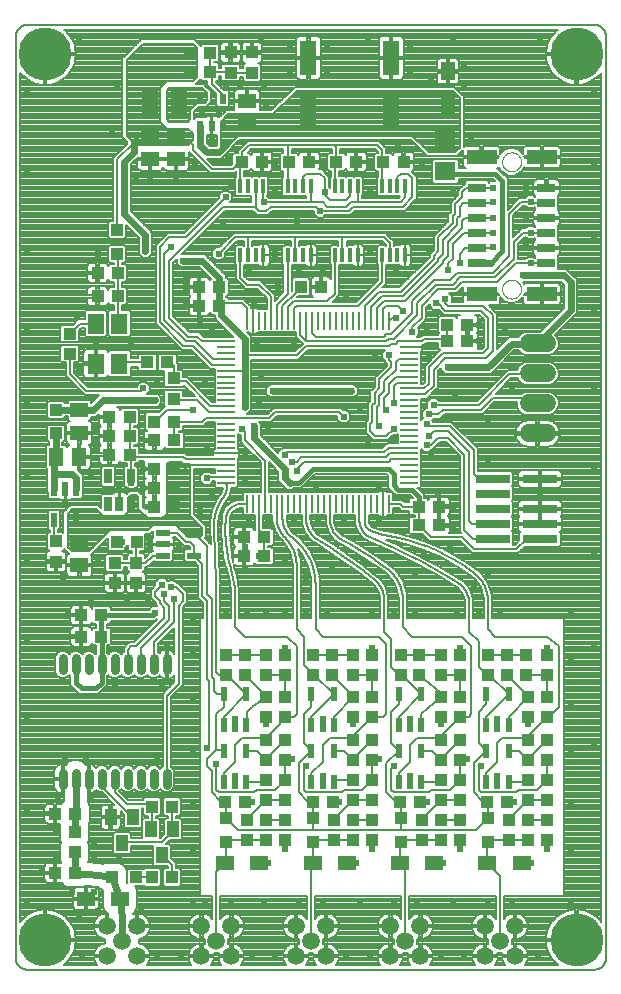
<source format=gtl>
G75*
%MOIN*%
%OFA0B0*%
%FSLAX25Y25*%
%IPPOS*%
%LPD*%
%AMOC8*
5,1,8,0,0,1.08239X$1,22.5*
%
%ADD10C,0.00500*%
%ADD11C,0.17717*%
%ADD12C,0.05906*%
%ADD13C,0.00000*%
%ADD14R,0.05906X0.03150*%
%ADD15R,0.09843X0.04724*%
%ADD16R,0.05906X0.01063*%
%ADD17R,0.01063X0.05906*%
%ADD18R,0.03937X0.04331*%
%ADD19R,0.04331X0.03937*%
%ADD20R,0.05906X0.04724*%
%ADD21R,0.03937X0.03937*%
%ADD22C,0.03150*%
%ADD23R,0.03937X0.05512*%
%ADD24R,0.02362X0.04724*%
%ADD25R,0.01378X0.04724*%
%ADD26R,0.11811X0.03150*%
%ADD27R,0.02362X0.03543*%
%ADD28R,0.05906X0.05118*%
%ADD29R,0.05512X0.09449*%
%ADD30R,0.05512X0.11811*%
%ADD31R,0.04724X0.05906*%
%ADD32R,0.07098X0.06299*%
%ADD33C,0.06000*%
%ADD34R,0.05118X0.05906*%
%ADD35R,0.02165X0.04724*%
%ADD36R,0.04724X0.02362*%
%ADD37R,0.05512X0.07087*%
%ADD38R,0.02756X0.04724*%
%ADD39C,0.02381*%
%ADD40C,0.02400*%
%ADD41C,0.00787*%
%ADD42C,0.01600*%
D10*
X0010859Y0008937D02*
X0010859Y0316024D01*
X0010861Y0316148D01*
X0010867Y0316271D01*
X0010876Y0316395D01*
X0010890Y0316517D01*
X0010907Y0316640D01*
X0010929Y0316762D01*
X0010954Y0316883D01*
X0010983Y0317003D01*
X0011015Y0317122D01*
X0011052Y0317241D01*
X0011092Y0317358D01*
X0011135Y0317473D01*
X0011183Y0317588D01*
X0011234Y0317700D01*
X0011288Y0317811D01*
X0011346Y0317921D01*
X0011407Y0318028D01*
X0011472Y0318134D01*
X0011540Y0318237D01*
X0011611Y0318338D01*
X0011685Y0318437D01*
X0011762Y0318534D01*
X0011843Y0318628D01*
X0011926Y0318719D01*
X0012012Y0318808D01*
X0012101Y0318894D01*
X0012192Y0318977D01*
X0012286Y0319058D01*
X0012383Y0319135D01*
X0012482Y0319209D01*
X0012583Y0319280D01*
X0012686Y0319348D01*
X0012792Y0319413D01*
X0012899Y0319474D01*
X0013009Y0319532D01*
X0013120Y0319586D01*
X0013232Y0319637D01*
X0013347Y0319685D01*
X0013462Y0319728D01*
X0013579Y0319768D01*
X0013698Y0319805D01*
X0013817Y0319837D01*
X0013937Y0319866D01*
X0014058Y0319891D01*
X0014180Y0319913D01*
X0014303Y0319930D01*
X0014425Y0319944D01*
X0014549Y0319953D01*
X0014672Y0319959D01*
X0014796Y0319961D01*
X0203772Y0319961D01*
X0203896Y0319959D01*
X0204019Y0319953D01*
X0204143Y0319944D01*
X0204265Y0319930D01*
X0204388Y0319913D01*
X0204510Y0319891D01*
X0204631Y0319866D01*
X0204751Y0319837D01*
X0204870Y0319805D01*
X0204989Y0319768D01*
X0205106Y0319728D01*
X0205221Y0319685D01*
X0205336Y0319637D01*
X0205448Y0319586D01*
X0205559Y0319532D01*
X0205669Y0319474D01*
X0205776Y0319413D01*
X0205882Y0319348D01*
X0205985Y0319280D01*
X0206086Y0319209D01*
X0206185Y0319135D01*
X0206282Y0319058D01*
X0206376Y0318977D01*
X0206467Y0318894D01*
X0206556Y0318808D01*
X0206642Y0318719D01*
X0206725Y0318628D01*
X0206806Y0318534D01*
X0206883Y0318437D01*
X0206957Y0318338D01*
X0207028Y0318237D01*
X0207096Y0318134D01*
X0207161Y0318028D01*
X0207222Y0317921D01*
X0207280Y0317811D01*
X0207334Y0317700D01*
X0207385Y0317588D01*
X0207433Y0317473D01*
X0207476Y0317358D01*
X0207516Y0317241D01*
X0207553Y0317122D01*
X0207585Y0317003D01*
X0207614Y0316883D01*
X0207639Y0316762D01*
X0207661Y0316640D01*
X0207678Y0316517D01*
X0207692Y0316395D01*
X0207701Y0316271D01*
X0207707Y0316148D01*
X0207709Y0316024D01*
X0207709Y0008937D01*
X0207707Y0008813D01*
X0207701Y0008690D01*
X0207692Y0008566D01*
X0207678Y0008444D01*
X0207661Y0008321D01*
X0207639Y0008199D01*
X0207614Y0008078D01*
X0207585Y0007958D01*
X0207553Y0007839D01*
X0207516Y0007720D01*
X0207476Y0007603D01*
X0207433Y0007488D01*
X0207385Y0007373D01*
X0207334Y0007261D01*
X0207280Y0007150D01*
X0207222Y0007040D01*
X0207161Y0006933D01*
X0207096Y0006827D01*
X0207028Y0006724D01*
X0206957Y0006623D01*
X0206883Y0006524D01*
X0206806Y0006427D01*
X0206725Y0006333D01*
X0206642Y0006242D01*
X0206556Y0006153D01*
X0206467Y0006067D01*
X0206376Y0005984D01*
X0206282Y0005903D01*
X0206185Y0005826D01*
X0206086Y0005752D01*
X0205985Y0005681D01*
X0205882Y0005613D01*
X0205776Y0005548D01*
X0205669Y0005487D01*
X0205559Y0005429D01*
X0205448Y0005375D01*
X0205336Y0005324D01*
X0205221Y0005276D01*
X0205106Y0005233D01*
X0204989Y0005193D01*
X0204870Y0005156D01*
X0204751Y0005124D01*
X0204631Y0005095D01*
X0204510Y0005070D01*
X0204388Y0005048D01*
X0204265Y0005031D01*
X0204143Y0005017D01*
X0204019Y0005008D01*
X0203896Y0005002D01*
X0203772Y0005000D01*
X0014796Y0005000D01*
X0014672Y0005002D01*
X0014549Y0005008D01*
X0014425Y0005017D01*
X0014303Y0005031D01*
X0014180Y0005048D01*
X0014058Y0005070D01*
X0013937Y0005095D01*
X0013817Y0005124D01*
X0013698Y0005156D01*
X0013579Y0005193D01*
X0013462Y0005233D01*
X0013347Y0005276D01*
X0013232Y0005324D01*
X0013120Y0005375D01*
X0013009Y0005429D01*
X0012899Y0005487D01*
X0012792Y0005548D01*
X0012686Y0005613D01*
X0012583Y0005681D01*
X0012482Y0005752D01*
X0012383Y0005826D01*
X0012286Y0005903D01*
X0012192Y0005984D01*
X0012101Y0006067D01*
X0012012Y0006153D01*
X0011926Y0006242D01*
X0011843Y0006333D01*
X0011762Y0006427D01*
X0011685Y0006524D01*
X0011611Y0006623D01*
X0011540Y0006724D01*
X0011472Y0006827D01*
X0011407Y0006933D01*
X0011346Y0007040D01*
X0011288Y0007150D01*
X0011234Y0007261D01*
X0011183Y0007373D01*
X0011135Y0007488D01*
X0011092Y0007603D01*
X0011052Y0007720D01*
X0011015Y0007839D01*
X0010983Y0007958D01*
X0010954Y0008078D01*
X0010929Y0008199D01*
X0010907Y0008321D01*
X0010890Y0008444D01*
X0010876Y0008566D01*
X0010867Y0008690D01*
X0010861Y0008813D01*
X0010859Y0008937D01*
D11*
X0020701Y0014843D03*
X0197867Y0014843D03*
X0197867Y0310118D03*
X0020701Y0310118D03*
D12*
X0041292Y0019449D03*
X0046292Y0014449D03*
X0041292Y0009449D03*
X0051292Y0009449D03*
X0051292Y0019449D03*
X0072788Y0019449D03*
X0077788Y0014449D03*
X0082788Y0019449D03*
X0082788Y0009449D03*
X0072788Y0009449D03*
X0104284Y0009449D03*
X0109284Y0014449D03*
X0114284Y0019449D03*
X0114284Y0009449D03*
X0104284Y0019449D03*
X0135780Y0019449D03*
X0140780Y0014449D03*
X0145780Y0019449D03*
X0145780Y0009449D03*
X0135780Y0009449D03*
X0167276Y0009449D03*
X0172276Y0014449D03*
X0167276Y0019449D03*
X0177276Y0019449D03*
X0177276Y0009449D03*
D13*
X0173063Y0231831D02*
X0173065Y0231943D01*
X0173071Y0232054D01*
X0173081Y0232166D01*
X0173095Y0232277D01*
X0173112Y0232387D01*
X0173134Y0232497D01*
X0173160Y0232606D01*
X0173189Y0232714D01*
X0173222Y0232820D01*
X0173259Y0232926D01*
X0173300Y0233030D01*
X0173345Y0233133D01*
X0173393Y0233234D01*
X0173444Y0233333D01*
X0173499Y0233430D01*
X0173558Y0233525D01*
X0173619Y0233619D01*
X0173684Y0233710D01*
X0173753Y0233798D01*
X0173824Y0233884D01*
X0173898Y0233968D01*
X0173976Y0234048D01*
X0174056Y0234126D01*
X0174139Y0234202D01*
X0174224Y0234274D01*
X0174312Y0234343D01*
X0174402Y0234409D01*
X0174495Y0234471D01*
X0174590Y0234531D01*
X0174687Y0234587D01*
X0174785Y0234639D01*
X0174886Y0234688D01*
X0174988Y0234733D01*
X0175092Y0234775D01*
X0175197Y0234813D01*
X0175304Y0234847D01*
X0175411Y0234877D01*
X0175520Y0234904D01*
X0175629Y0234926D01*
X0175740Y0234945D01*
X0175850Y0234960D01*
X0175962Y0234971D01*
X0176073Y0234978D01*
X0176185Y0234981D01*
X0176297Y0234980D01*
X0176409Y0234975D01*
X0176520Y0234966D01*
X0176631Y0234953D01*
X0176742Y0234936D01*
X0176852Y0234916D01*
X0176961Y0234891D01*
X0177069Y0234863D01*
X0177176Y0234830D01*
X0177282Y0234794D01*
X0177386Y0234754D01*
X0177489Y0234711D01*
X0177591Y0234664D01*
X0177690Y0234613D01*
X0177788Y0234559D01*
X0177884Y0234501D01*
X0177978Y0234440D01*
X0178069Y0234376D01*
X0178158Y0234309D01*
X0178245Y0234238D01*
X0178329Y0234164D01*
X0178411Y0234088D01*
X0178489Y0234008D01*
X0178565Y0233926D01*
X0178638Y0233841D01*
X0178708Y0233754D01*
X0178774Y0233664D01*
X0178838Y0233572D01*
X0178898Y0233478D01*
X0178955Y0233382D01*
X0179008Y0233283D01*
X0179058Y0233183D01*
X0179104Y0233082D01*
X0179147Y0232978D01*
X0179186Y0232873D01*
X0179221Y0232767D01*
X0179252Y0232660D01*
X0179280Y0232551D01*
X0179303Y0232442D01*
X0179323Y0232332D01*
X0179339Y0232221D01*
X0179351Y0232110D01*
X0179359Y0231999D01*
X0179363Y0231887D01*
X0179363Y0231775D01*
X0179359Y0231663D01*
X0179351Y0231552D01*
X0179339Y0231441D01*
X0179323Y0231330D01*
X0179303Y0231220D01*
X0179280Y0231111D01*
X0179252Y0231002D01*
X0179221Y0230895D01*
X0179186Y0230789D01*
X0179147Y0230684D01*
X0179104Y0230580D01*
X0179058Y0230479D01*
X0179008Y0230379D01*
X0178955Y0230280D01*
X0178898Y0230184D01*
X0178838Y0230090D01*
X0178774Y0229998D01*
X0178708Y0229908D01*
X0178638Y0229821D01*
X0178565Y0229736D01*
X0178489Y0229654D01*
X0178411Y0229574D01*
X0178329Y0229498D01*
X0178245Y0229424D01*
X0178158Y0229353D01*
X0178069Y0229286D01*
X0177978Y0229222D01*
X0177884Y0229161D01*
X0177788Y0229103D01*
X0177690Y0229049D01*
X0177591Y0228998D01*
X0177489Y0228951D01*
X0177386Y0228908D01*
X0177282Y0228868D01*
X0177176Y0228832D01*
X0177069Y0228799D01*
X0176961Y0228771D01*
X0176852Y0228746D01*
X0176742Y0228726D01*
X0176631Y0228709D01*
X0176520Y0228696D01*
X0176409Y0228687D01*
X0176297Y0228682D01*
X0176185Y0228681D01*
X0176073Y0228684D01*
X0175962Y0228691D01*
X0175850Y0228702D01*
X0175740Y0228717D01*
X0175629Y0228736D01*
X0175520Y0228758D01*
X0175411Y0228785D01*
X0175304Y0228815D01*
X0175197Y0228849D01*
X0175092Y0228887D01*
X0174988Y0228929D01*
X0174886Y0228974D01*
X0174785Y0229023D01*
X0174687Y0229075D01*
X0174590Y0229131D01*
X0174495Y0229191D01*
X0174402Y0229253D01*
X0174312Y0229319D01*
X0174224Y0229388D01*
X0174139Y0229460D01*
X0174056Y0229536D01*
X0173976Y0229614D01*
X0173898Y0229694D01*
X0173824Y0229778D01*
X0173753Y0229864D01*
X0173684Y0229952D01*
X0173619Y0230043D01*
X0173558Y0230137D01*
X0173499Y0230232D01*
X0173444Y0230329D01*
X0173393Y0230428D01*
X0173345Y0230529D01*
X0173300Y0230632D01*
X0173259Y0230736D01*
X0173222Y0230842D01*
X0173189Y0230948D01*
X0173160Y0231056D01*
X0173134Y0231165D01*
X0173112Y0231275D01*
X0173095Y0231385D01*
X0173081Y0231496D01*
X0173071Y0231608D01*
X0173065Y0231719D01*
X0173063Y0231831D01*
X0173065Y0231943D01*
X0173071Y0232054D01*
X0173081Y0232166D01*
X0173095Y0232277D01*
X0173112Y0232387D01*
X0173134Y0232497D01*
X0173160Y0232606D01*
X0173189Y0232714D01*
X0173222Y0232820D01*
X0173259Y0232926D01*
X0173300Y0233030D01*
X0173345Y0233133D01*
X0173393Y0233234D01*
X0173444Y0233333D01*
X0173499Y0233430D01*
X0173558Y0233525D01*
X0173619Y0233619D01*
X0173684Y0233710D01*
X0173753Y0233798D01*
X0173824Y0233884D01*
X0173898Y0233968D01*
X0173976Y0234048D01*
X0174056Y0234126D01*
X0174139Y0234202D01*
X0174224Y0234274D01*
X0174312Y0234343D01*
X0174402Y0234409D01*
X0174495Y0234471D01*
X0174590Y0234531D01*
X0174687Y0234587D01*
X0174785Y0234639D01*
X0174886Y0234688D01*
X0174988Y0234733D01*
X0175092Y0234775D01*
X0175197Y0234813D01*
X0175304Y0234847D01*
X0175411Y0234877D01*
X0175520Y0234904D01*
X0175629Y0234926D01*
X0175740Y0234945D01*
X0175850Y0234960D01*
X0175962Y0234971D01*
X0176073Y0234978D01*
X0176185Y0234981D01*
X0176297Y0234980D01*
X0176409Y0234975D01*
X0176520Y0234966D01*
X0176631Y0234953D01*
X0176742Y0234936D01*
X0176852Y0234916D01*
X0176961Y0234891D01*
X0177069Y0234863D01*
X0177176Y0234830D01*
X0177282Y0234794D01*
X0177386Y0234754D01*
X0177489Y0234711D01*
X0177591Y0234664D01*
X0177690Y0234613D01*
X0177788Y0234559D01*
X0177884Y0234501D01*
X0177978Y0234440D01*
X0178069Y0234376D01*
X0178158Y0234309D01*
X0178245Y0234238D01*
X0178329Y0234164D01*
X0178411Y0234088D01*
X0178489Y0234008D01*
X0178565Y0233926D01*
X0178638Y0233841D01*
X0178708Y0233754D01*
X0178774Y0233664D01*
X0178838Y0233572D01*
X0178898Y0233478D01*
X0178955Y0233382D01*
X0179008Y0233283D01*
X0179058Y0233183D01*
X0179104Y0233082D01*
X0179147Y0232978D01*
X0179186Y0232873D01*
X0179221Y0232767D01*
X0179252Y0232660D01*
X0179280Y0232551D01*
X0179303Y0232442D01*
X0179323Y0232332D01*
X0179339Y0232221D01*
X0179351Y0232110D01*
X0179359Y0231999D01*
X0179363Y0231887D01*
X0179363Y0231775D01*
X0179359Y0231663D01*
X0179351Y0231552D01*
X0179339Y0231441D01*
X0179323Y0231330D01*
X0179303Y0231220D01*
X0179280Y0231111D01*
X0179252Y0231002D01*
X0179221Y0230895D01*
X0179186Y0230789D01*
X0179147Y0230684D01*
X0179104Y0230580D01*
X0179058Y0230479D01*
X0179008Y0230379D01*
X0178955Y0230280D01*
X0178898Y0230184D01*
X0178838Y0230090D01*
X0178774Y0229998D01*
X0178708Y0229908D01*
X0178638Y0229821D01*
X0178565Y0229736D01*
X0178489Y0229654D01*
X0178411Y0229574D01*
X0178329Y0229498D01*
X0178245Y0229424D01*
X0178158Y0229353D01*
X0178069Y0229286D01*
X0177978Y0229222D01*
X0177884Y0229161D01*
X0177788Y0229103D01*
X0177690Y0229049D01*
X0177591Y0228998D01*
X0177489Y0228951D01*
X0177386Y0228908D01*
X0177282Y0228868D01*
X0177176Y0228832D01*
X0177069Y0228799D01*
X0176961Y0228771D01*
X0176852Y0228746D01*
X0176742Y0228726D01*
X0176631Y0228709D01*
X0176520Y0228696D01*
X0176409Y0228687D01*
X0176297Y0228682D01*
X0176185Y0228681D01*
X0176073Y0228684D01*
X0175962Y0228691D01*
X0175850Y0228702D01*
X0175740Y0228717D01*
X0175629Y0228736D01*
X0175520Y0228758D01*
X0175411Y0228785D01*
X0175304Y0228815D01*
X0175197Y0228849D01*
X0175092Y0228887D01*
X0174988Y0228929D01*
X0174886Y0228974D01*
X0174785Y0229023D01*
X0174687Y0229075D01*
X0174590Y0229131D01*
X0174495Y0229191D01*
X0174402Y0229253D01*
X0174312Y0229319D01*
X0174224Y0229388D01*
X0174139Y0229460D01*
X0174056Y0229536D01*
X0173976Y0229614D01*
X0173898Y0229694D01*
X0173824Y0229778D01*
X0173753Y0229864D01*
X0173684Y0229952D01*
X0173619Y0230043D01*
X0173558Y0230137D01*
X0173499Y0230232D01*
X0173444Y0230329D01*
X0173393Y0230428D01*
X0173345Y0230529D01*
X0173300Y0230632D01*
X0173259Y0230736D01*
X0173222Y0230842D01*
X0173189Y0230948D01*
X0173160Y0231056D01*
X0173134Y0231165D01*
X0173112Y0231275D01*
X0173095Y0231385D01*
X0173081Y0231496D01*
X0173071Y0231608D01*
X0173065Y0231719D01*
X0173063Y0231831D01*
X0173063Y0274232D02*
X0173065Y0274344D01*
X0173071Y0274455D01*
X0173081Y0274567D01*
X0173095Y0274678D01*
X0173112Y0274788D01*
X0173134Y0274898D01*
X0173160Y0275007D01*
X0173189Y0275115D01*
X0173222Y0275221D01*
X0173259Y0275327D01*
X0173300Y0275431D01*
X0173345Y0275534D01*
X0173393Y0275635D01*
X0173444Y0275734D01*
X0173499Y0275831D01*
X0173558Y0275926D01*
X0173619Y0276020D01*
X0173684Y0276111D01*
X0173753Y0276199D01*
X0173824Y0276285D01*
X0173898Y0276369D01*
X0173976Y0276449D01*
X0174056Y0276527D01*
X0174139Y0276603D01*
X0174224Y0276675D01*
X0174312Y0276744D01*
X0174402Y0276810D01*
X0174495Y0276872D01*
X0174590Y0276932D01*
X0174687Y0276988D01*
X0174785Y0277040D01*
X0174886Y0277089D01*
X0174988Y0277134D01*
X0175092Y0277176D01*
X0175197Y0277214D01*
X0175304Y0277248D01*
X0175411Y0277278D01*
X0175520Y0277305D01*
X0175629Y0277327D01*
X0175740Y0277346D01*
X0175850Y0277361D01*
X0175962Y0277372D01*
X0176073Y0277379D01*
X0176185Y0277382D01*
X0176297Y0277381D01*
X0176409Y0277376D01*
X0176520Y0277367D01*
X0176631Y0277354D01*
X0176742Y0277337D01*
X0176852Y0277317D01*
X0176961Y0277292D01*
X0177069Y0277264D01*
X0177176Y0277231D01*
X0177282Y0277195D01*
X0177386Y0277155D01*
X0177489Y0277112D01*
X0177591Y0277065D01*
X0177690Y0277014D01*
X0177788Y0276960D01*
X0177884Y0276902D01*
X0177978Y0276841D01*
X0178069Y0276777D01*
X0178158Y0276710D01*
X0178245Y0276639D01*
X0178329Y0276565D01*
X0178411Y0276489D01*
X0178489Y0276409D01*
X0178565Y0276327D01*
X0178638Y0276242D01*
X0178708Y0276155D01*
X0178774Y0276065D01*
X0178838Y0275973D01*
X0178898Y0275879D01*
X0178955Y0275783D01*
X0179008Y0275684D01*
X0179058Y0275584D01*
X0179104Y0275483D01*
X0179147Y0275379D01*
X0179186Y0275274D01*
X0179221Y0275168D01*
X0179252Y0275061D01*
X0179280Y0274952D01*
X0179303Y0274843D01*
X0179323Y0274733D01*
X0179339Y0274622D01*
X0179351Y0274511D01*
X0179359Y0274400D01*
X0179363Y0274288D01*
X0179363Y0274176D01*
X0179359Y0274064D01*
X0179351Y0273953D01*
X0179339Y0273842D01*
X0179323Y0273731D01*
X0179303Y0273621D01*
X0179280Y0273512D01*
X0179252Y0273403D01*
X0179221Y0273296D01*
X0179186Y0273190D01*
X0179147Y0273085D01*
X0179104Y0272981D01*
X0179058Y0272880D01*
X0179008Y0272780D01*
X0178955Y0272681D01*
X0178898Y0272585D01*
X0178838Y0272491D01*
X0178774Y0272399D01*
X0178708Y0272309D01*
X0178638Y0272222D01*
X0178565Y0272137D01*
X0178489Y0272055D01*
X0178411Y0271975D01*
X0178329Y0271899D01*
X0178245Y0271825D01*
X0178158Y0271754D01*
X0178069Y0271687D01*
X0177978Y0271623D01*
X0177884Y0271562D01*
X0177788Y0271504D01*
X0177690Y0271450D01*
X0177591Y0271399D01*
X0177489Y0271352D01*
X0177386Y0271309D01*
X0177282Y0271269D01*
X0177176Y0271233D01*
X0177069Y0271200D01*
X0176961Y0271172D01*
X0176852Y0271147D01*
X0176742Y0271127D01*
X0176631Y0271110D01*
X0176520Y0271097D01*
X0176409Y0271088D01*
X0176297Y0271083D01*
X0176185Y0271082D01*
X0176073Y0271085D01*
X0175962Y0271092D01*
X0175850Y0271103D01*
X0175740Y0271118D01*
X0175629Y0271137D01*
X0175520Y0271159D01*
X0175411Y0271186D01*
X0175304Y0271216D01*
X0175197Y0271250D01*
X0175092Y0271288D01*
X0174988Y0271330D01*
X0174886Y0271375D01*
X0174785Y0271424D01*
X0174687Y0271476D01*
X0174590Y0271532D01*
X0174495Y0271592D01*
X0174402Y0271654D01*
X0174312Y0271720D01*
X0174224Y0271789D01*
X0174139Y0271861D01*
X0174056Y0271937D01*
X0173976Y0272015D01*
X0173898Y0272095D01*
X0173824Y0272179D01*
X0173753Y0272265D01*
X0173684Y0272353D01*
X0173619Y0272444D01*
X0173558Y0272538D01*
X0173499Y0272633D01*
X0173444Y0272730D01*
X0173393Y0272829D01*
X0173345Y0272930D01*
X0173300Y0273033D01*
X0173259Y0273137D01*
X0173222Y0273243D01*
X0173189Y0273349D01*
X0173160Y0273457D01*
X0173134Y0273566D01*
X0173112Y0273676D01*
X0173095Y0273786D01*
X0173081Y0273897D01*
X0173071Y0274009D01*
X0173065Y0274120D01*
X0173063Y0274232D01*
X0173065Y0274344D01*
X0173071Y0274455D01*
X0173081Y0274567D01*
X0173095Y0274678D01*
X0173112Y0274788D01*
X0173134Y0274898D01*
X0173160Y0275007D01*
X0173189Y0275115D01*
X0173222Y0275221D01*
X0173259Y0275327D01*
X0173300Y0275431D01*
X0173345Y0275534D01*
X0173393Y0275635D01*
X0173444Y0275734D01*
X0173499Y0275831D01*
X0173558Y0275926D01*
X0173619Y0276020D01*
X0173684Y0276111D01*
X0173753Y0276199D01*
X0173824Y0276285D01*
X0173898Y0276369D01*
X0173976Y0276449D01*
X0174056Y0276527D01*
X0174139Y0276603D01*
X0174224Y0276675D01*
X0174312Y0276744D01*
X0174402Y0276810D01*
X0174495Y0276872D01*
X0174590Y0276932D01*
X0174687Y0276988D01*
X0174785Y0277040D01*
X0174886Y0277089D01*
X0174988Y0277134D01*
X0175092Y0277176D01*
X0175197Y0277214D01*
X0175304Y0277248D01*
X0175411Y0277278D01*
X0175520Y0277305D01*
X0175629Y0277327D01*
X0175740Y0277346D01*
X0175850Y0277361D01*
X0175962Y0277372D01*
X0176073Y0277379D01*
X0176185Y0277382D01*
X0176297Y0277381D01*
X0176409Y0277376D01*
X0176520Y0277367D01*
X0176631Y0277354D01*
X0176742Y0277337D01*
X0176852Y0277317D01*
X0176961Y0277292D01*
X0177069Y0277264D01*
X0177176Y0277231D01*
X0177282Y0277195D01*
X0177386Y0277155D01*
X0177489Y0277112D01*
X0177591Y0277065D01*
X0177690Y0277014D01*
X0177788Y0276960D01*
X0177884Y0276902D01*
X0177978Y0276841D01*
X0178069Y0276777D01*
X0178158Y0276710D01*
X0178245Y0276639D01*
X0178329Y0276565D01*
X0178411Y0276489D01*
X0178489Y0276409D01*
X0178565Y0276327D01*
X0178638Y0276242D01*
X0178708Y0276155D01*
X0178774Y0276065D01*
X0178838Y0275973D01*
X0178898Y0275879D01*
X0178955Y0275783D01*
X0179008Y0275684D01*
X0179058Y0275584D01*
X0179104Y0275483D01*
X0179147Y0275379D01*
X0179186Y0275274D01*
X0179221Y0275168D01*
X0179252Y0275061D01*
X0179280Y0274952D01*
X0179303Y0274843D01*
X0179323Y0274733D01*
X0179339Y0274622D01*
X0179351Y0274511D01*
X0179359Y0274400D01*
X0179363Y0274288D01*
X0179363Y0274176D01*
X0179359Y0274064D01*
X0179351Y0273953D01*
X0179339Y0273842D01*
X0179323Y0273731D01*
X0179303Y0273621D01*
X0179280Y0273512D01*
X0179252Y0273403D01*
X0179221Y0273296D01*
X0179186Y0273190D01*
X0179147Y0273085D01*
X0179104Y0272981D01*
X0179058Y0272880D01*
X0179008Y0272780D01*
X0178955Y0272681D01*
X0178898Y0272585D01*
X0178838Y0272491D01*
X0178774Y0272399D01*
X0178708Y0272309D01*
X0178638Y0272222D01*
X0178565Y0272137D01*
X0178489Y0272055D01*
X0178411Y0271975D01*
X0178329Y0271899D01*
X0178245Y0271825D01*
X0178158Y0271754D01*
X0178069Y0271687D01*
X0177978Y0271623D01*
X0177884Y0271562D01*
X0177788Y0271504D01*
X0177690Y0271450D01*
X0177591Y0271399D01*
X0177489Y0271352D01*
X0177386Y0271309D01*
X0177282Y0271269D01*
X0177176Y0271233D01*
X0177069Y0271200D01*
X0176961Y0271172D01*
X0176852Y0271147D01*
X0176742Y0271127D01*
X0176631Y0271110D01*
X0176520Y0271097D01*
X0176409Y0271088D01*
X0176297Y0271083D01*
X0176185Y0271082D01*
X0176073Y0271085D01*
X0175962Y0271092D01*
X0175850Y0271103D01*
X0175740Y0271118D01*
X0175629Y0271137D01*
X0175520Y0271159D01*
X0175411Y0271186D01*
X0175304Y0271216D01*
X0175197Y0271250D01*
X0175092Y0271288D01*
X0174988Y0271330D01*
X0174886Y0271375D01*
X0174785Y0271424D01*
X0174687Y0271476D01*
X0174590Y0271532D01*
X0174495Y0271592D01*
X0174402Y0271654D01*
X0174312Y0271720D01*
X0174224Y0271789D01*
X0174139Y0271861D01*
X0174056Y0271937D01*
X0173976Y0272015D01*
X0173898Y0272095D01*
X0173824Y0272179D01*
X0173753Y0272265D01*
X0173684Y0272353D01*
X0173619Y0272444D01*
X0173558Y0272538D01*
X0173499Y0272633D01*
X0173444Y0272730D01*
X0173393Y0272829D01*
X0173345Y0272930D01*
X0173300Y0273033D01*
X0173259Y0273137D01*
X0173222Y0273243D01*
X0173189Y0273349D01*
X0173160Y0273457D01*
X0173134Y0273566D01*
X0173112Y0273676D01*
X0173095Y0273786D01*
X0173081Y0273897D01*
X0173071Y0274009D01*
X0173065Y0274120D01*
X0173063Y0274232D01*
D14*
X0164599Y0265492D03*
X0164599Y0260492D03*
X0164599Y0255492D03*
X0164599Y0250492D03*
X0164599Y0245492D03*
X0164599Y0240492D03*
X0187827Y0240492D03*
X0187827Y0245492D03*
X0187827Y0250492D03*
X0187827Y0255492D03*
X0187827Y0260492D03*
X0187827Y0265492D03*
D15*
X0186252Y0275866D03*
X0166174Y0275866D03*
X0166174Y0230197D03*
X0186252Y0230197D03*
D16*
X0142158Y0214449D03*
X0142158Y0212480D03*
X0142158Y0210512D03*
X0142158Y0208543D03*
X0142158Y0206575D03*
X0142158Y0204606D03*
X0142158Y0202638D03*
X0142158Y0200669D03*
X0142158Y0198701D03*
X0142158Y0196732D03*
X0142158Y0194764D03*
X0142158Y0192795D03*
X0142158Y0190827D03*
X0142158Y0188858D03*
X0142158Y0186890D03*
X0142158Y0184921D03*
X0142158Y0182953D03*
X0142158Y0180984D03*
X0142158Y0179016D03*
X0142158Y0177047D03*
X0142158Y0175079D03*
X0142158Y0173110D03*
X0142158Y0171142D03*
X0142158Y0169173D03*
X0142158Y0167205D03*
X0081134Y0167205D03*
X0081134Y0169173D03*
X0081134Y0171142D03*
X0081134Y0173110D03*
X0081134Y0175079D03*
X0081134Y0177047D03*
X0081134Y0179016D03*
X0081134Y0180984D03*
X0081134Y0182953D03*
X0081134Y0184921D03*
X0081134Y0186890D03*
X0081134Y0188858D03*
X0081134Y0190827D03*
X0081134Y0192795D03*
X0081134Y0194764D03*
X0081134Y0196732D03*
X0081134Y0198701D03*
X0081134Y0200669D03*
X0081134Y0202638D03*
X0081134Y0204606D03*
X0081134Y0206575D03*
X0081134Y0208543D03*
X0081134Y0210512D03*
X0081134Y0212480D03*
X0081134Y0214449D03*
D17*
X0088024Y0221339D03*
X0089993Y0221339D03*
X0091961Y0221339D03*
X0093930Y0221339D03*
X0095898Y0221339D03*
X0097867Y0221339D03*
X0099835Y0221339D03*
X0101804Y0221339D03*
X0103772Y0221339D03*
X0105741Y0221339D03*
X0107709Y0221339D03*
X0109678Y0221339D03*
X0111646Y0221339D03*
X0113615Y0221339D03*
X0115583Y0221339D03*
X0117552Y0221339D03*
X0119520Y0221339D03*
X0121489Y0221339D03*
X0123457Y0221339D03*
X0125426Y0221339D03*
X0127394Y0221339D03*
X0129363Y0221339D03*
X0131331Y0221339D03*
X0133300Y0221339D03*
X0135268Y0221339D03*
X0135268Y0160315D03*
X0133300Y0160315D03*
X0131331Y0160315D03*
X0129363Y0160315D03*
X0127394Y0160315D03*
X0125426Y0160315D03*
X0123457Y0160315D03*
X0121489Y0160315D03*
X0119520Y0160315D03*
X0117552Y0160315D03*
X0115583Y0160315D03*
X0113615Y0160315D03*
X0111646Y0160315D03*
X0109678Y0160315D03*
X0107709Y0160315D03*
X0105741Y0160315D03*
X0103772Y0160315D03*
X0101804Y0160315D03*
X0099835Y0160315D03*
X0097867Y0160315D03*
X0095898Y0160315D03*
X0093930Y0160315D03*
X0091961Y0160315D03*
X0089993Y0160315D03*
X0088024Y0160315D03*
D18*
X0063812Y0187677D03*
X0057119Y0187677D03*
X0051213Y0147520D03*
X0051016Y0140630D03*
X0051016Y0133937D03*
X0044520Y0147520D03*
X0024245Y0147717D03*
X0024245Y0141024D03*
X0056331Y0059331D03*
X0063024Y0059331D03*
X0063024Y0035709D03*
X0056331Y0035709D03*
X0088024Y0048110D03*
X0088024Y0054803D03*
X0100623Y0054803D03*
X0100623Y0048110D03*
X0117158Y0048110D03*
X0117158Y0054803D03*
X0129756Y0054803D03*
X0129756Y0048110D03*
X0146292Y0048110D03*
X0146292Y0054803D03*
X0158890Y0054803D03*
X0158890Y0048110D03*
X0175426Y0048110D03*
X0175426Y0054803D03*
X0188024Y0054803D03*
X0188024Y0048110D03*
X0181725Y0089055D03*
X0181725Y0095748D03*
X0188024Y0103228D03*
X0188024Y0109921D03*
X0168339Y0109921D03*
X0168339Y0103228D03*
X0158890Y0103228D03*
X0158890Y0109921D03*
X0152591Y0095748D03*
X0152591Y0089055D03*
X0139205Y0103228D03*
X0139205Y0109921D03*
X0129756Y0109921D03*
X0129756Y0103228D03*
X0123457Y0095748D03*
X0123457Y0089055D03*
X0110071Y0103228D03*
X0110071Y0109921D03*
X0100623Y0109921D03*
X0100623Y0103228D03*
X0094323Y0095748D03*
X0094323Y0089055D03*
X0080938Y0103228D03*
X0080938Y0109921D03*
X0105937Y0232559D03*
X0112630Y0232559D03*
X0089599Y0304016D03*
X0089599Y0310709D03*
X0075623Y0304213D03*
X0068930Y0304213D03*
D19*
X0068930Y0310512D03*
X0075623Y0310512D03*
X0082512Y0310709D03*
X0082512Y0304016D03*
X0086252Y0274291D03*
X0092945Y0274291D03*
X0102000Y0274291D03*
X0108693Y0274291D03*
X0117749Y0274291D03*
X0124441Y0274291D03*
X0133497Y0274291D03*
X0140189Y0274291D03*
X0154756Y0219961D03*
X0154756Y0214449D03*
X0161449Y0214449D03*
X0161449Y0219961D03*
X0152000Y0159331D03*
X0152000Y0153031D03*
X0145308Y0153031D03*
X0145308Y0159331D03*
X0145504Y0109921D03*
X0145504Y0103228D03*
X0152591Y0103228D03*
X0152591Y0109921D03*
X0158890Y0095748D03*
X0158890Y0089055D03*
X0158890Y0081575D03*
X0152591Y0081575D03*
X0152591Y0074882D03*
X0152591Y0068189D03*
X0152591Y0061496D03*
X0152591Y0054803D03*
X0152591Y0048110D03*
X0145701Y0060906D03*
X0139008Y0060906D03*
X0129756Y0061496D03*
X0129756Y0068189D03*
X0129756Y0074882D03*
X0123457Y0074882D03*
X0123457Y0068189D03*
X0123457Y0061496D03*
X0123457Y0054803D03*
X0123457Y0048110D03*
X0116567Y0060906D03*
X0109875Y0060906D03*
X0100623Y0061496D03*
X0100623Y0068189D03*
X0100623Y0074882D03*
X0094323Y0074882D03*
X0094323Y0068189D03*
X0094323Y0061496D03*
X0094323Y0054803D03*
X0094323Y0048110D03*
X0087434Y0060906D03*
X0080741Y0060906D03*
X0094323Y0081575D03*
X0100623Y0081575D03*
X0100623Y0089055D03*
X0100623Y0095748D03*
X0094323Y0103228D03*
X0094323Y0109921D03*
X0087237Y0109921D03*
X0087237Y0103228D03*
X0087040Y0142795D03*
X0087040Y0149094D03*
X0093733Y0149094D03*
X0093733Y0142795D03*
X0116371Y0109921D03*
X0116371Y0103228D03*
X0123457Y0103228D03*
X0123457Y0109921D03*
X0129756Y0095748D03*
X0129756Y0089055D03*
X0129756Y0081575D03*
X0123457Y0081575D03*
X0158890Y0074882D03*
X0158890Y0068189D03*
X0158890Y0061496D03*
X0168142Y0060906D03*
X0174835Y0060906D03*
X0181725Y0061496D03*
X0181725Y0054803D03*
X0181725Y0048110D03*
X0188024Y0061496D03*
X0188024Y0068189D03*
X0188024Y0074882D03*
X0181725Y0074882D03*
X0181725Y0068189D03*
X0181725Y0081575D03*
X0188024Y0081575D03*
X0188024Y0089055D03*
X0188024Y0095748D03*
X0180937Y0103228D03*
X0180937Y0109921D03*
X0174638Y0109921D03*
X0174638Y0103228D03*
X0078772Y0226260D03*
X0078772Y0232559D03*
X0072079Y0232559D03*
X0072079Y0226260D03*
X0061449Y0207362D03*
X0063615Y0202047D03*
X0063615Y0195354D03*
X0063812Y0181378D03*
X0057119Y0181378D03*
X0057119Y0171929D03*
X0057119Y0165630D03*
X0057119Y0159331D03*
X0063812Y0159331D03*
X0063812Y0165630D03*
X0063812Y0171929D03*
X0048851Y0176654D03*
X0048851Y0182953D03*
X0048851Y0189252D03*
X0042158Y0189252D03*
X0042158Y0182953D03*
X0042158Y0176654D03*
X0054756Y0207362D03*
X0044914Y0229409D03*
X0044914Y0237283D03*
X0038221Y0237283D03*
X0038221Y0229409D03*
X0028969Y0217008D03*
X0028969Y0210315D03*
X0043930Y0140630D03*
X0043930Y0133937D03*
X0039402Y0123110D03*
X0039402Y0116024D03*
X0032709Y0116024D03*
X0032709Y0123110D03*
X0030741Y0056969D03*
X0030544Y0050866D03*
X0030544Y0044173D03*
X0030741Y0037283D03*
X0024048Y0037283D03*
X0024048Y0056969D03*
D20*
X0034284Y0028622D03*
X0045701Y0028622D03*
X0080741Y0040433D03*
X0092158Y0040433D03*
X0109875Y0040433D03*
X0121292Y0040433D03*
X0139008Y0040433D03*
X0150426Y0040433D03*
X0168142Y0040433D03*
X0179560Y0040433D03*
D21*
X0168339Y0047520D03*
X0168339Y0055394D03*
X0139205Y0055394D03*
X0139205Y0047520D03*
X0110071Y0047520D03*
X0110071Y0055394D03*
X0080938Y0055394D03*
X0080938Y0047520D03*
X0051016Y0035709D03*
X0043142Y0035709D03*
X0024245Y0183740D03*
X0024245Y0191614D03*
X0044717Y0243583D03*
X0044717Y0251457D03*
D22*
X0043930Y0108740D02*
X0043930Y0104804D01*
X0048260Y0104804D02*
X0048260Y0108740D01*
X0052591Y0108740D02*
X0052591Y0104804D01*
X0056922Y0104804D02*
X0056922Y0108740D01*
X0061252Y0108740D02*
X0061252Y0104804D01*
X0039599Y0104804D02*
X0039599Y0108740D01*
X0035268Y0108740D02*
X0035268Y0104804D01*
X0030937Y0104804D02*
X0030937Y0108740D01*
X0026607Y0108740D02*
X0026607Y0104804D01*
X0026607Y0070551D02*
X0026607Y0066615D01*
X0030937Y0066615D02*
X0030937Y0070551D01*
X0035268Y0070551D02*
X0035268Y0066615D01*
X0039599Y0066615D02*
X0039599Y0070551D01*
X0043930Y0070551D02*
X0043930Y0066615D01*
X0048260Y0066615D02*
X0048260Y0070551D01*
X0052591Y0070551D02*
X0052591Y0066615D01*
X0056922Y0066615D02*
X0056922Y0070551D01*
X0061252Y0070551D02*
X0061252Y0066615D01*
D23*
X0063418Y0051850D03*
X0059678Y0043189D03*
X0055937Y0051850D03*
X0050032Y0055787D03*
X0042552Y0055787D03*
X0046292Y0047126D03*
D24*
X0080347Y0067575D03*
X0084087Y0067575D03*
X0087827Y0067575D03*
X0087827Y0077858D03*
X0087827Y0086472D03*
X0084087Y0086472D03*
X0080347Y0086472D03*
X0080347Y0077858D03*
X0080347Y0096756D03*
X0087827Y0096756D03*
X0109481Y0096756D03*
X0116961Y0096756D03*
X0116961Y0086472D03*
X0113221Y0086472D03*
X0109481Y0086472D03*
X0109481Y0077858D03*
X0116961Y0077858D03*
X0116961Y0067575D03*
X0113221Y0067575D03*
X0109481Y0067575D03*
X0138615Y0067575D03*
X0142355Y0067575D03*
X0146095Y0067575D03*
X0146095Y0077858D03*
X0138615Y0077858D03*
X0138615Y0086472D03*
X0142355Y0086472D03*
X0146095Y0086472D03*
X0146095Y0096756D03*
X0138615Y0096756D03*
X0167749Y0096756D03*
X0167749Y0086472D03*
X0171489Y0086472D03*
X0175229Y0086472D03*
X0175229Y0077858D03*
X0175229Y0067575D03*
X0171489Y0067575D03*
X0167749Y0067575D03*
X0167749Y0077858D03*
X0175229Y0096756D03*
D25*
X0140682Y0243091D03*
X0138123Y0243091D03*
X0135563Y0243091D03*
X0133004Y0243091D03*
X0124934Y0243091D03*
X0122375Y0243091D03*
X0119815Y0243091D03*
X0117256Y0243091D03*
X0109186Y0243091D03*
X0106626Y0243091D03*
X0104067Y0243091D03*
X0101508Y0243091D03*
X0093437Y0243091D03*
X0090878Y0243091D03*
X0088319Y0243091D03*
X0085760Y0243091D03*
X0085760Y0266122D03*
X0088319Y0266122D03*
X0090878Y0266122D03*
X0093437Y0266122D03*
X0101508Y0266122D03*
X0104067Y0266122D03*
X0106626Y0266122D03*
X0109186Y0266122D03*
X0117256Y0266122D03*
X0119815Y0266122D03*
X0122375Y0266122D03*
X0124934Y0266122D03*
X0133004Y0266122D03*
X0135563Y0266122D03*
X0138123Y0266122D03*
X0140682Y0266122D03*
D26*
X0169914Y0168543D03*
X0169914Y0163543D03*
X0169914Y0158543D03*
X0169914Y0153543D03*
X0169914Y0148543D03*
X0185662Y0148543D03*
X0185662Y0153543D03*
X0185662Y0158543D03*
X0185662Y0168543D03*
D27*
X0079953Y0286299D03*
X0076213Y0286299D03*
X0072473Y0286299D03*
X0072473Y0295354D03*
X0079953Y0295354D03*
D28*
X0088024Y0294567D03*
X0088024Y0287087D03*
X0064402Y0282756D03*
X0064402Y0275276D03*
X0055741Y0275276D03*
X0055741Y0282756D03*
X0032119Y0191417D03*
X0032119Y0183937D03*
X0032119Y0147323D03*
X0032119Y0139843D03*
D29*
X0055741Y0293189D03*
X0065189Y0293189D03*
D30*
X0108497Y0290039D03*
X0108497Y0308937D03*
X0136056Y0308937D03*
X0136056Y0290039D03*
D31*
X0154953Y0292992D03*
X0154953Y0304409D03*
D32*
X0154166Y0282252D03*
X0154166Y0271055D03*
D33*
X0181875Y0213701D02*
X0187875Y0213701D01*
X0187875Y0203701D02*
X0181875Y0203701D01*
X0181875Y0193701D02*
X0187875Y0193701D01*
X0187875Y0183701D02*
X0181875Y0183701D01*
D34*
X0031922Y0175866D03*
X0024441Y0175866D03*
D35*
X0023654Y0165236D03*
X0027394Y0165236D03*
X0031134Y0165236D03*
X0031134Y0155000D03*
X0023654Y0155000D03*
D36*
X0060048Y0150472D03*
X0060048Y0146732D03*
X0060048Y0142992D03*
X0070331Y0142992D03*
X0070331Y0150472D03*
D37*
X0045504Y0206969D03*
X0037630Y0206969D03*
X0037630Y0220354D03*
X0045504Y0220354D03*
D38*
X0041764Y0169370D03*
X0041764Y0160315D03*
X0045504Y0160315D03*
X0049245Y0160315D03*
X0049245Y0169370D03*
D39*
X0049441Y0167205D03*
X0053378Y0165630D03*
X0053378Y0171929D03*
X0045504Y0164843D03*
X0054953Y0159331D03*
X0055741Y0146732D03*
X0065189Y0145157D03*
X0062827Y0132559D03*
X0059678Y0133346D03*
X0060465Y0130197D03*
X0063615Y0128622D03*
X0057315Y0123898D03*
X0054953Y0127047D03*
X0047867Y0128622D03*
X0047867Y0116024D03*
X0043930Y0099488D03*
X0028182Y0116024D03*
X0028182Y0123110D03*
X0036056Y0127835D03*
X0026607Y0135709D03*
X0038418Y0141220D03*
X0046292Y0147520D03*
X0036056Y0169567D03*
X0037630Y0179803D03*
X0037630Y0186102D03*
X0032119Y0205787D03*
X0037630Y0213661D03*
X0031331Y0223110D03*
X0038418Y0243583D03*
X0054166Y0244370D03*
X0062827Y0245945D03*
X0066764Y0241220D03*
X0067552Y0236496D03*
X0067552Y0232559D03*
X0067552Y0226260D03*
X0072276Y0221535D03*
X0076213Y0219173D03*
X0073851Y0201063D03*
X0069914Y0191614D03*
X0074638Y0179016D03*
X0074638Y0168780D03*
X0076213Y0164055D03*
X0072276Y0157756D03*
X0088812Y0153819D03*
X0095111Y0154606D03*
X0087237Y0145945D03*
X0091961Y0142795D03*
X0087237Y0138858D03*
X0088024Y0124685D03*
X0094323Y0124685D03*
X0100623Y0124685D03*
X0107709Y0124685D03*
X0114796Y0124685D03*
X0107709Y0135709D03*
X0100623Y0142008D03*
X0103772Y0154606D03*
X0111646Y0154606D03*
X0120308Y0154606D03*
X0126607Y0141220D03*
X0132119Y0154606D03*
X0132119Y0166417D03*
X0128182Y0180591D03*
X0132119Y0186102D03*
X0134481Y0191614D03*
X0136843Y0193976D03*
X0136843Y0185315D03*
X0147867Y0186890D03*
X0148654Y0190039D03*
X0150229Y0193189D03*
X0157315Y0197126D03*
X0154953Y0205787D03*
X0148654Y0209724D03*
X0143142Y0217598D03*
X0147867Y0219173D03*
X0151016Y0227047D03*
X0154166Y0228622D03*
X0154953Y0238071D03*
X0158890Y0240433D03*
X0163615Y0230197D03*
X0169126Y0230197D03*
X0168339Y0240433D03*
X0169914Y0245945D03*
X0169914Y0250669D03*
X0169914Y0255394D03*
X0169914Y0260906D03*
X0169914Y0265630D03*
X0169126Y0275866D03*
X0163615Y0275866D03*
X0162827Y0281378D03*
X0160465Y0298701D03*
X0160465Y0305787D03*
X0156528Y0316024D03*
X0149441Y0302638D03*
X0142355Y0305000D03*
X0142355Y0312874D03*
X0128182Y0316024D03*
X0114796Y0312874D03*
X0114796Y0305000D03*
X0102197Y0304213D03*
X0102197Y0312874D03*
X0092749Y0316024D03*
X0093536Y0299488D03*
X0094323Y0293189D03*
X0085662Y0299488D03*
X0080938Y0299488D03*
X0078575Y0290827D03*
X0073063Y0290827D03*
X0076213Y0281378D03*
X0081725Y0275079D03*
X0082512Y0266417D03*
X0080938Y0262480D03*
X0080150Y0253031D03*
X0078575Y0243583D03*
X0088812Y0237283D03*
X0090386Y0227835D03*
X0098260Y0232559D03*
X0105347Y0238071D03*
X0113221Y0238071D03*
X0121095Y0229409D03*
X0128969Y0245157D03*
X0137630Y0238071D03*
X0148654Y0245157D03*
X0156528Y0264843D03*
X0146292Y0272717D03*
X0138418Y0279016D03*
X0128969Y0274291D03*
X0128969Y0264055D03*
X0114008Y0264055D03*
X0112434Y0257756D03*
X0104560Y0254606D03*
X0097473Y0264055D03*
X0093536Y0260906D03*
X0097473Y0274291D03*
X0113221Y0274291D03*
X0097473Y0243583D03*
X0091174Y0214449D03*
X0092749Y0203425D03*
X0096686Y0197913D03*
X0091961Y0193189D03*
X0087237Y0192402D03*
X0090386Y0186102D03*
X0086449Y0185315D03*
X0087237Y0176654D03*
X0087237Y0167205D03*
X0095111Y0184528D03*
X0100623Y0176654D03*
X0102985Y0174291D03*
X0104560Y0171142D03*
X0102197Y0167205D03*
X0110859Y0166417D03*
X0120308Y0189252D03*
X0122670Y0197913D03*
X0125819Y0192402D03*
X0130544Y0209724D03*
X0135268Y0209724D03*
X0137630Y0222323D03*
X0139993Y0224685D03*
X0165189Y0219961D03*
X0165189Y0214449D03*
X0173851Y0218386D03*
X0183300Y0230197D03*
X0188812Y0230197D03*
X0182512Y0240433D03*
X0180150Y0236496D03*
X0180937Y0245945D03*
X0182512Y0250669D03*
X0180937Y0255394D03*
X0182512Y0260906D03*
X0180937Y0265630D03*
X0183300Y0275866D03*
X0188812Y0275866D03*
X0203772Y0273504D03*
X0203772Y0249882D03*
X0203772Y0224685D03*
X0203772Y0198701D03*
X0203772Y0171929D03*
X0185662Y0163268D03*
X0168339Y0173504D03*
X0168339Y0187677D03*
X0176213Y0198701D03*
X0151804Y0164055D03*
X0156528Y0159331D03*
X0156528Y0153031D03*
X0155741Y0145945D03*
X0147079Y0143583D03*
X0143930Y0136496D03*
X0143930Y0124685D03*
X0136843Y0124685D03*
X0129756Y0124685D03*
X0129756Y0112087D03*
X0142355Y0088465D03*
X0132119Y0075079D03*
X0136843Y0072717D03*
X0142355Y0069567D03*
X0147867Y0060906D03*
X0158890Y0045157D03*
X0153378Y0040433D03*
X0150229Y0040433D03*
X0144717Y0027047D03*
X0136843Y0027047D03*
X0125819Y0027047D03*
X0124245Y0040433D03*
X0121095Y0040433D03*
X0113221Y0027047D03*
X0105347Y0027047D03*
X0095111Y0040433D03*
X0091961Y0040433D03*
X0100623Y0045157D03*
X0089599Y0060906D03*
X0084087Y0069567D03*
X0077788Y0073504D03*
X0074638Y0079016D03*
X0069914Y0077441D03*
X0058103Y0075079D03*
X0050229Y0063268D03*
X0036843Y0054606D03*
X0036843Y0047520D03*
X0036843Y0042008D03*
X0036843Y0030984D03*
X0038418Y0024685D03*
X0032119Y0023110D03*
X0029756Y0030984D03*
X0024245Y0032559D03*
X0019520Y0038071D03*
X0024245Y0042795D03*
X0024245Y0051457D03*
X0019520Y0056969D03*
X0025032Y0062480D03*
X0027394Y0075079D03*
X0034481Y0075079D03*
X0036056Y0062480D03*
X0045504Y0042008D03*
X0052591Y0030197D03*
X0052591Y0024685D03*
X0058103Y0008937D03*
X0065977Y0008937D03*
X0069914Y0027047D03*
X0073851Y0027047D03*
X0082512Y0027047D03*
X0093536Y0027047D03*
X0097473Y0008937D03*
X0089599Y0008937D03*
X0069914Y0044370D03*
X0069914Y0060906D03*
X0054953Y0043583D03*
X0032906Y0008937D03*
X0014796Y0027835D03*
X0014796Y0058543D03*
X0014796Y0088465D03*
X0014796Y0115236D03*
X0014796Y0141220D03*
X0027394Y0160118D03*
X0014796Y0169567D03*
X0014796Y0193189D03*
X0014796Y0217598D03*
X0014796Y0244370D03*
X0014796Y0271142D03*
X0014796Y0297913D03*
X0032119Y0316024D03*
X0044717Y0299488D03*
X0043142Y0283740D03*
X0051016Y0269567D03*
X0055741Y0269567D03*
X0064402Y0269567D03*
X0070701Y0272717D03*
X0062040Y0316024D03*
X0049441Y0213661D03*
X0058103Y0200276D03*
X0053378Y0198701D03*
X0057315Y0194764D03*
X0080938Y0124685D03*
X0069914Y0120748D03*
X0069914Y0110512D03*
X0061252Y0113661D03*
X0059678Y0100276D03*
X0069914Y0095551D03*
X0084087Y0088465D03*
X0094323Y0086890D03*
X0102985Y0075079D03*
X0107709Y0072717D03*
X0113221Y0069567D03*
X0118733Y0060906D03*
X0129756Y0045157D03*
X0128969Y0008937D03*
X0121095Y0008937D03*
X0152591Y0008937D03*
X0160465Y0008937D03*
X0156528Y0027047D03*
X0168339Y0027047D03*
X0176213Y0027047D03*
X0179363Y0040433D03*
X0182512Y0040433D03*
X0188024Y0045157D03*
X0195898Y0044370D03*
X0203772Y0052244D03*
X0195898Y0060906D03*
X0195898Y0077441D03*
X0203772Y0080591D03*
X0195898Y0092402D03*
X0195898Y0108150D03*
X0203772Y0113661D03*
X0195898Y0124685D03*
X0188024Y0112087D03*
X0172276Y0124685D03*
X0165189Y0124685D03*
X0163615Y0132559D03*
X0158103Y0124685D03*
X0158890Y0112087D03*
X0171489Y0088465D03*
X0181725Y0086890D03*
X0171489Y0069567D03*
X0165977Y0072717D03*
X0161252Y0075079D03*
X0152591Y0086890D03*
X0177000Y0060906D03*
X0195898Y0027047D03*
X0203772Y0026260D03*
X0184875Y0008937D03*
X0123457Y0086890D03*
X0113221Y0088465D03*
X0100623Y0112087D03*
X0116371Y0138071D03*
X0147867Y0179803D03*
X0148654Y0182953D03*
X0149441Y0176654D03*
X0168339Y0137283D03*
X0203772Y0143583D03*
X0103772Y0213661D03*
X0185662Y0316024D03*
X0203772Y0297913D03*
D40*
X0169186Y0240492D02*
X0168280Y0240492D01*
X0168339Y0240433D01*
X0168280Y0240492D02*
X0164599Y0240492D01*
X0180150Y0236496D02*
X0193536Y0236496D01*
X0195898Y0234134D01*
X0195898Y0224724D01*
X0184875Y0213701D01*
X0184835Y0213661D02*
X0176213Y0213661D01*
X0168339Y0205787D01*
X0154953Y0205787D01*
X0122670Y0197913D02*
X0096686Y0197913D01*
X0090386Y0186102D02*
X0090386Y0182165D01*
X0097867Y0174685D01*
X0100623Y0171929D01*
X0100623Y0168780D01*
X0102197Y0167205D01*
X0087237Y0192402D02*
X0087237Y0205000D01*
X0087237Y0209724D01*
X0087237Y0215236D01*
X0079363Y0223110D01*
X0079363Y0225669D01*
X0078772Y0226260D01*
X0078772Y0232559D01*
X0078772Y0235512D01*
X0073063Y0241220D01*
X0066764Y0241220D01*
X0054166Y0244370D02*
X0054166Y0249882D01*
X0047079Y0256969D01*
X0047079Y0274291D01*
X0050229Y0277441D01*
X0050229Y0280591D01*
X0051016Y0281378D01*
X0072473Y0279606D02*
X0074638Y0277441D01*
X0078575Y0277441D01*
X0080938Y0279803D01*
X0072473Y0279606D02*
X0072473Y0286299D01*
X0057315Y0194764D02*
X0039993Y0194764D01*
X0036646Y0191417D01*
X0032119Y0191417D01*
X0031922Y0191614D01*
X0024245Y0191614D01*
X0024245Y0183740D02*
X0024245Y0176063D01*
X0024441Y0175866D01*
X0023654Y0175079D01*
X0023654Y0170354D01*
X0029756Y0170354D01*
X0031134Y0168976D01*
X0031134Y0165236D01*
X0023654Y0165236D02*
X0023654Y0170354D01*
X0030937Y0068583D02*
X0030937Y0057165D01*
X0030741Y0056969D01*
X0030741Y0051063D01*
X0030544Y0050866D01*
X0030544Y0044173D02*
X0030741Y0043976D01*
X0030741Y0037283D01*
X0038418Y0036496D01*
X0043142Y0035709D01*
X0045701Y0028622D01*
X0046292Y0022323D01*
X0046292Y0014449D01*
D41*
X0130544Y0134921D02*
X0126895Y0137778D01*
X0123178Y0140546D01*
X0119397Y0143224D01*
X0115552Y0145812D01*
X0111647Y0148307D01*
X0112374Y0149477D02*
X0111431Y0150181D01*
X0109964Y0152009D01*
X0109186Y0154221D01*
X0109087Y0155394D01*
X0109087Y0156378D01*
X0110617Y0156378D01*
X0110662Y0156423D01*
X0110707Y0156378D01*
X0112585Y0156378D01*
X0112630Y0156423D01*
X0112675Y0156378D01*
X0114205Y0156378D01*
X0114205Y0153734D01*
X0115306Y0150603D01*
X0115306Y0150603D01*
X0117383Y0148014D01*
X0117383Y0148014D01*
X0118357Y0147408D01*
X0118375Y0147352D01*
X0118835Y0147110D01*
X0119277Y0146836D01*
X0119319Y0146845D01*
X0122711Y0144978D01*
X0130104Y0140309D01*
X0133654Y0137756D01*
X0135093Y0136492D01*
X0137305Y0133381D01*
X0138467Y0129744D01*
X0138615Y0127835D01*
X0138615Y0122323D01*
X0135071Y0122323D01*
X0135071Y0127795D01*
X0135161Y0129327D01*
X0134353Y0132371D01*
X0132635Y0135011D01*
X0131851Y0135639D01*
X0131851Y0135639D01*
X0131406Y0135996D01*
X0126853Y0139648D01*
X0117329Y0146394D01*
X0112859Y0149175D01*
X0112859Y0149176D01*
X0112387Y0149469D01*
X0112374Y0149477D01*
X0112374Y0149477D01*
X0112199Y0149608D02*
X0116104Y0149608D01*
X0115474Y0150394D02*
X0111260Y0150394D01*
X0110630Y0151180D02*
X0115103Y0151180D01*
X0114827Y0151966D02*
X0109999Y0151966D01*
X0109703Y0152752D02*
X0114551Y0152752D01*
X0114274Y0153538D02*
X0109427Y0153538D01*
X0109178Y0154323D02*
X0114205Y0154323D01*
X0114205Y0155109D02*
X0109111Y0155109D01*
X0109087Y0155895D02*
X0114205Y0155895D01*
X0115583Y0155394D02*
X0115583Y0160315D01*
X0114599Y0164207D02*
X0114554Y0164252D01*
X0112675Y0164252D01*
X0112630Y0164207D01*
X0112585Y0164252D01*
X0110707Y0164252D01*
X0110662Y0164207D01*
X0110617Y0164252D01*
X0108738Y0164252D01*
X0108693Y0164207D01*
X0108648Y0164252D01*
X0106770Y0164252D01*
X0106725Y0164207D01*
X0106680Y0164252D01*
X0104801Y0164252D01*
X0104756Y0164207D01*
X0104711Y0164252D01*
X0102833Y0164252D01*
X0102788Y0164207D01*
X0102743Y0164252D01*
X0100864Y0164252D01*
X0100819Y0164207D01*
X0100774Y0164252D01*
X0098896Y0164252D01*
X0098851Y0164207D01*
X0098806Y0164252D01*
X0096927Y0164252D01*
X0096882Y0164207D01*
X0096837Y0164252D01*
X0095308Y0164252D01*
X0095308Y0174155D01*
X0096962Y0172501D01*
X0098438Y0171024D01*
X0098438Y0167875D01*
X0099718Y0166595D01*
X0101293Y0165020D01*
X0103102Y0165020D01*
X0103502Y0165420D01*
X0106086Y0165420D01*
X0107131Y0166466D01*
X0110810Y0170145D01*
X0134529Y0170145D01*
X0135059Y0169615D01*
X0135059Y0165678D01*
X0136104Y0164633D01*
X0137679Y0163058D01*
X0142403Y0163058D01*
X0143178Y0162283D01*
X0142735Y0162283D01*
X0142158Y0161707D01*
X0142158Y0160709D01*
X0140563Y0160709D01*
X0139579Y0161693D01*
X0136784Y0161693D01*
X0136784Y0163675D01*
X0136207Y0164252D01*
X0134818Y0164252D01*
X0134687Y0164383D01*
X0134369Y0164566D01*
X0134015Y0164661D01*
X0133300Y0164661D01*
X0133300Y0160315D01*
X0133300Y0160315D01*
X0133300Y0155969D01*
X0134015Y0155969D01*
X0134369Y0156063D01*
X0134687Y0156247D01*
X0134818Y0156378D01*
X0136207Y0156378D01*
X0136784Y0156955D01*
X0136784Y0158937D01*
X0138438Y0158937D01*
X0138615Y0158760D01*
X0139422Y0157953D01*
X0142158Y0157953D01*
X0142158Y0156955D01*
X0142735Y0156378D01*
X0143930Y0156378D01*
X0143930Y0155984D01*
X0142735Y0155984D01*
X0142158Y0155408D01*
X0142158Y0150655D01*
X0142735Y0150079D01*
X0146312Y0150079D01*
X0148674Y0147717D01*
X0159107Y0147717D01*
X0163044Y0143780D01*
X0178359Y0143780D01*
X0179166Y0144587D01*
X0180563Y0145984D01*
X0191975Y0145984D01*
X0192552Y0146561D01*
X0192552Y0150526D01*
X0192297Y0150780D01*
X0192423Y0150853D01*
X0192683Y0151113D01*
X0192866Y0151431D01*
X0192961Y0151785D01*
X0192961Y0153150D01*
X0186056Y0153150D01*
X0186056Y0153937D01*
X0192961Y0153937D01*
X0192961Y0155302D01*
X0192866Y0155656D01*
X0192683Y0155974D01*
X0192613Y0156043D01*
X0192683Y0156113D01*
X0192866Y0156431D01*
X0192961Y0156785D01*
X0192961Y0158150D01*
X0186056Y0158150D01*
X0186056Y0158937D01*
X0192961Y0158937D01*
X0192961Y0160302D01*
X0192866Y0160656D01*
X0192683Y0160974D01*
X0192423Y0161233D01*
X0192105Y0161417D01*
X0191751Y0161512D01*
X0186056Y0161512D01*
X0186056Y0158937D01*
X0185268Y0158937D01*
X0185268Y0158150D01*
X0178363Y0158150D01*
X0178363Y0156785D01*
X0178458Y0156431D01*
X0178641Y0156113D01*
X0178711Y0156043D01*
X0178641Y0155974D01*
X0178458Y0155656D01*
X0178363Y0155302D01*
X0178363Y0153937D01*
X0185268Y0153937D01*
X0185268Y0153150D01*
X0178363Y0153150D01*
X0178363Y0151785D01*
X0178458Y0151431D01*
X0178641Y0151113D01*
X0178901Y0150853D01*
X0179027Y0150780D01*
X0178772Y0150526D01*
X0178772Y0148090D01*
X0177217Y0146535D01*
X0176778Y0146535D01*
X0176804Y0146561D01*
X0176804Y0150526D01*
X0176286Y0151043D01*
X0176804Y0151561D01*
X0176804Y0155526D01*
X0176286Y0156043D01*
X0176804Y0156561D01*
X0176804Y0160526D01*
X0176286Y0161043D01*
X0176804Y0161561D01*
X0176804Y0165526D01*
X0176286Y0166043D01*
X0176804Y0166561D01*
X0176804Y0170526D01*
X0176227Y0171102D01*
X0164993Y0171102D01*
X0164993Y0178799D01*
X0157119Y0186673D01*
X0156311Y0187480D01*
X0150041Y0187480D01*
X0150041Y0187791D01*
X0149761Y0188071D01*
X0150352Y0188661D01*
X0152374Y0188661D01*
X0153949Y0190236D01*
X0166548Y0190236D01*
X0170485Y0194173D01*
X0177890Y0194173D01*
X0177890Y0192908D01*
X0178497Y0191444D01*
X0179618Y0190323D01*
X0181082Y0189717D01*
X0188667Y0189717D01*
X0190131Y0190323D01*
X0191252Y0191444D01*
X0191859Y0192908D01*
X0191859Y0194493D01*
X0191252Y0195958D01*
X0190131Y0197078D01*
X0188667Y0197685D01*
X0181082Y0197685D01*
X0179618Y0197078D01*
X0179468Y0196929D01*
X0170878Y0196929D01*
X0175996Y0202047D01*
X0178247Y0202047D01*
X0178497Y0201444D01*
X0179618Y0200323D01*
X0181082Y0199717D01*
X0188667Y0199717D01*
X0190131Y0200323D01*
X0191252Y0201444D01*
X0191859Y0202908D01*
X0191859Y0204493D01*
X0191252Y0205958D01*
X0190131Y0207078D01*
X0188667Y0207685D01*
X0181082Y0207685D01*
X0179618Y0207078D01*
X0178497Y0205958D01*
X0178019Y0204803D01*
X0174855Y0204803D01*
X0174048Y0203996D01*
X0164619Y0194567D01*
X0151927Y0194567D01*
X0151130Y0195364D01*
X0149328Y0195364D01*
X0148054Y0194090D01*
X0148054Y0192288D01*
X0148128Y0192214D01*
X0147753Y0192214D01*
X0146479Y0190940D01*
X0146479Y0189139D01*
X0146760Y0188858D01*
X0146095Y0188194D01*
X0146095Y0189797D01*
X0146050Y0189843D01*
X0146095Y0189888D01*
X0146095Y0191766D01*
X0146050Y0191811D01*
X0146095Y0191856D01*
X0146095Y0193734D01*
X0146050Y0193780D01*
X0146095Y0193825D01*
X0146095Y0195354D01*
X0148044Y0195354D01*
X0150800Y0198110D01*
X0151607Y0198917D01*
X0151607Y0204429D01*
X0152769Y0205591D01*
X0152769Y0204883D01*
X0154048Y0203603D01*
X0169244Y0203603D01*
X0177118Y0211477D01*
X0178483Y0211477D01*
X0178497Y0211444D01*
X0179618Y0210323D01*
X0181082Y0209717D01*
X0188667Y0209717D01*
X0190131Y0210323D01*
X0191252Y0211444D01*
X0191859Y0212908D01*
X0191859Y0214493D01*
X0191252Y0215958D01*
X0190736Y0216474D01*
X0198082Y0223820D01*
X0198082Y0235039D01*
X0196803Y0236318D01*
X0194441Y0238680D01*
X0191764Y0238680D01*
X0191764Y0242475D01*
X0191510Y0242729D01*
X0191636Y0242802D01*
X0191895Y0243062D01*
X0192079Y0243379D01*
X0192174Y0243734D01*
X0192174Y0245098D01*
X0188221Y0245098D01*
X0188221Y0245886D01*
X0192174Y0245886D01*
X0192174Y0247250D01*
X0192079Y0247605D01*
X0191895Y0247923D01*
X0191636Y0248182D01*
X0191510Y0248255D01*
X0191764Y0248510D01*
X0191764Y0252475D01*
X0191510Y0252729D01*
X0191636Y0252802D01*
X0191895Y0253062D01*
X0192079Y0253379D01*
X0192174Y0253734D01*
X0192174Y0255098D01*
X0188221Y0255098D01*
X0188221Y0255886D01*
X0192174Y0255886D01*
X0192174Y0257250D01*
X0192079Y0257605D01*
X0191895Y0257923D01*
X0191636Y0258182D01*
X0191510Y0258255D01*
X0191764Y0258510D01*
X0191764Y0262475D01*
X0191510Y0262729D01*
X0191636Y0262802D01*
X0191895Y0263062D01*
X0192079Y0263379D01*
X0192174Y0263734D01*
X0192174Y0265098D01*
X0188221Y0265098D01*
X0188221Y0265886D01*
X0187434Y0265886D01*
X0187434Y0268461D01*
X0184691Y0268461D01*
X0184337Y0268366D01*
X0184019Y0268182D01*
X0183759Y0267923D01*
X0183576Y0267605D01*
X0183481Y0267250D01*
X0183481Y0265886D01*
X0187434Y0265886D01*
X0187434Y0265098D01*
X0183481Y0265098D01*
X0183481Y0263734D01*
X0183576Y0263379D01*
X0183759Y0263062D01*
X0184019Y0262802D01*
X0184145Y0262729D01*
X0183955Y0262539D01*
X0183413Y0263080D01*
X0181611Y0263080D01*
X0180815Y0262283D01*
X0178792Y0262283D01*
X0174848Y0258339D01*
X0174848Y0268731D01*
X0172486Y0271093D01*
X0171440Y0272139D01*
X0171384Y0272139D01*
X0171633Y0272205D01*
X0171951Y0272389D01*
X0172027Y0272465D01*
X0172361Y0271659D01*
X0173640Y0270381D01*
X0175309Y0269689D01*
X0177117Y0269689D01*
X0178787Y0270381D01*
X0180065Y0271659D01*
X0180399Y0272465D01*
X0180475Y0272389D01*
X0180793Y0272205D01*
X0181148Y0272110D01*
X0185859Y0272110D01*
X0185859Y0275472D01*
X0186646Y0275472D01*
X0186646Y0272110D01*
X0191357Y0272110D01*
X0191712Y0272205D01*
X0192029Y0272389D01*
X0192289Y0272648D01*
X0192472Y0272966D01*
X0192567Y0273320D01*
X0192567Y0275472D01*
X0186646Y0275472D01*
X0186646Y0276260D01*
X0185859Y0276260D01*
X0185859Y0279622D01*
X0181148Y0279622D01*
X0180793Y0279527D01*
X0180475Y0279344D01*
X0180216Y0279084D01*
X0180032Y0278766D01*
X0179937Y0278412D01*
X0179937Y0276933D01*
X0178787Y0278084D01*
X0177117Y0278776D01*
X0175309Y0278776D01*
X0173640Y0278084D01*
X0172489Y0276933D01*
X0172489Y0278412D01*
X0172394Y0278766D01*
X0172210Y0279084D01*
X0171951Y0279344D01*
X0171633Y0279527D01*
X0171278Y0279622D01*
X0166567Y0279622D01*
X0166567Y0276260D01*
X0165780Y0276260D01*
X0165780Y0279622D01*
X0161069Y0279622D01*
X0160715Y0279527D01*
X0160397Y0279344D01*
X0160268Y0279215D01*
X0160268Y0296122D01*
X0159461Y0296929D01*
X0157099Y0299291D01*
X0103989Y0299291D01*
X0103182Y0298484D01*
X0096115Y0291417D01*
X0092245Y0291417D01*
X0092276Y0291470D01*
X0092371Y0291824D01*
X0092371Y0294173D01*
X0088418Y0294173D01*
X0088418Y0294961D01*
X0087630Y0294961D01*
X0087630Y0294173D01*
X0083678Y0294173D01*
X0083678Y0291824D01*
X0083773Y0291470D01*
X0083803Y0291417D01*
X0081154Y0291417D01*
X0080347Y0290610D01*
X0078792Y0289055D01*
X0078381Y0289055D01*
X0078250Y0289186D01*
X0077932Y0289370D01*
X0077578Y0289465D01*
X0076410Y0289465D01*
X0076410Y0286496D01*
X0076016Y0286496D01*
X0076016Y0289465D01*
X0074848Y0289465D01*
X0074494Y0289370D01*
X0074176Y0289186D01*
X0074045Y0289055D01*
X0070884Y0289055D01*
X0070504Y0288675D01*
X0070504Y0291043D01*
X0072059Y0292598D01*
X0074422Y0292598D01*
X0075209Y0293386D01*
X0076016Y0294193D01*
X0076016Y0297697D01*
X0074441Y0299272D01*
X0073634Y0300079D01*
X0070878Y0300079D01*
X0072059Y0301260D01*
X0072670Y0301870D01*
X0072670Y0301640D01*
X0073246Y0301063D01*
X0074835Y0301063D01*
X0074835Y0299705D01*
X0075642Y0298898D01*
X0077788Y0296752D01*
X0077788Y0293175D01*
X0078364Y0292598D01*
X0081542Y0292598D01*
X0082119Y0293175D01*
X0082119Y0297534D01*
X0081542Y0298110D01*
X0080327Y0298110D01*
X0077591Y0300846D01*
X0077591Y0301063D01*
X0077999Y0301063D01*
X0078575Y0301640D01*
X0078575Y0302835D01*
X0079363Y0302835D01*
X0079363Y0301640D01*
X0079939Y0301063D01*
X0085085Y0301063D01*
X0085662Y0301640D01*
X0085662Y0302638D01*
X0086646Y0302638D01*
X0086646Y0301443D01*
X0087223Y0300866D01*
X0091975Y0300866D01*
X0092552Y0301443D01*
X0092552Y0306589D01*
X0091975Y0307165D01*
X0091810Y0307165D01*
X0092105Y0307245D01*
X0092423Y0307428D01*
X0092683Y0307688D01*
X0092866Y0308005D01*
X0092961Y0308360D01*
X0092961Y0310315D01*
X0089993Y0310315D01*
X0089993Y0311102D01*
X0092961Y0311102D01*
X0092961Y0313057D01*
X0092866Y0313412D01*
X0092683Y0313730D01*
X0092423Y0313989D01*
X0092105Y0314173D01*
X0091751Y0314268D01*
X0089993Y0314268D01*
X0089993Y0311102D01*
X0089205Y0311102D01*
X0089205Y0310315D01*
X0086237Y0310315D01*
X0086237Y0308360D01*
X0086332Y0308005D01*
X0086515Y0307688D01*
X0086775Y0307428D01*
X0087092Y0307245D01*
X0087388Y0307165D01*
X0087223Y0307165D01*
X0086646Y0306589D01*
X0086646Y0305394D01*
X0085662Y0305394D01*
X0085662Y0306392D01*
X0085085Y0306968D01*
X0079939Y0306968D01*
X0079363Y0306392D01*
X0079363Y0305591D01*
X0078575Y0305591D01*
X0078575Y0306786D01*
X0077999Y0307362D01*
X0077000Y0307362D01*
X0077000Y0307559D01*
X0078196Y0307559D01*
X0078772Y0308136D01*
X0078772Y0312888D01*
X0078196Y0313465D01*
X0073049Y0313465D01*
X0072554Y0312970D01*
X0070485Y0315039D01*
X0052808Y0315039D01*
X0047296Y0309528D01*
X0046489Y0308720D01*
X0046489Y0282382D01*
X0048045Y0280826D01*
X0048045Y0280355D01*
X0043339Y0275650D01*
X0043339Y0254409D01*
X0042341Y0254409D01*
X0041764Y0253833D01*
X0041764Y0249080D01*
X0042341Y0248504D01*
X0047093Y0248504D01*
X0047670Y0249080D01*
X0047670Y0253289D01*
X0051982Y0248977D01*
X0051982Y0243465D01*
X0053261Y0242186D01*
X0055071Y0242186D01*
X0056350Y0243465D01*
X0056350Y0250787D01*
X0049263Y0257873D01*
X0049263Y0273387D01*
X0051134Y0275257D01*
X0051546Y0275669D01*
X0055347Y0275669D01*
X0055347Y0274882D01*
X0051394Y0274882D01*
X0051394Y0272533D01*
X0051489Y0272179D01*
X0051673Y0271861D01*
X0051932Y0271601D01*
X0052250Y0271418D01*
X0052604Y0271323D01*
X0055347Y0271323D01*
X0055347Y0274882D01*
X0056134Y0274882D01*
X0056134Y0271323D01*
X0058877Y0271323D01*
X0059231Y0271418D01*
X0059549Y0271601D01*
X0059809Y0271861D01*
X0059992Y0272179D01*
X0060071Y0272474D01*
X0060151Y0272179D01*
X0060334Y0271861D01*
X0060594Y0271601D01*
X0060911Y0271418D01*
X0061266Y0271323D01*
X0064008Y0271323D01*
X0064008Y0274882D01*
X0056134Y0274882D01*
X0056134Y0275669D01*
X0060087Y0275669D01*
X0064008Y0275669D01*
X0064008Y0274882D01*
X0064796Y0274882D01*
X0064796Y0275669D01*
X0068749Y0275669D01*
X0068749Y0277445D01*
X0069343Y0276850D01*
X0075642Y0270551D01*
X0083870Y0270551D01*
X0084382Y0271063D01*
X0084382Y0269187D01*
X0084087Y0268892D01*
X0084087Y0263352D01*
X0084664Y0262776D01*
X0086857Y0262776D01*
X0087040Y0262958D01*
X0087223Y0262776D01*
X0089416Y0262776D01*
X0089500Y0262860D01*
X0089500Y0260709D01*
X0082241Y0260709D01*
X0083112Y0261579D01*
X0083112Y0263381D01*
X0081838Y0264655D01*
X0080037Y0264655D01*
X0078763Y0263381D01*
X0078763Y0262254D01*
X0066981Y0250472D01*
X0061469Y0250472D01*
X0060662Y0249665D01*
X0057512Y0246516D01*
X0057512Y0220177D01*
X0058319Y0219370D01*
X0058319Y0219370D01*
X0066193Y0211496D01*
X0069343Y0211496D01*
X0075642Y0205197D01*
X0077197Y0205197D01*
X0077197Y0203667D01*
X0077242Y0203622D01*
X0077197Y0203577D01*
X0077197Y0201699D01*
X0077242Y0201654D01*
X0077197Y0201608D01*
X0077197Y0199730D01*
X0077242Y0199685D01*
X0077197Y0199640D01*
X0077197Y0197762D01*
X0077242Y0197717D01*
X0077197Y0197671D01*
X0077197Y0195793D01*
X0077242Y0195748D01*
X0077197Y0195703D01*
X0077197Y0194173D01*
X0076390Y0194173D01*
X0068122Y0202441D01*
X0066764Y0202441D01*
X0066764Y0204423D01*
X0066188Y0205000D01*
X0064993Y0205000D01*
X0064993Y0206079D01*
X0065105Y0206327D01*
X0064993Y0206628D01*
X0064993Y0206949D01*
X0064800Y0207141D01*
X0064704Y0207396D01*
X0064599Y0207444D01*
X0064599Y0209738D01*
X0064022Y0210315D01*
X0058876Y0210315D01*
X0058300Y0209738D01*
X0058300Y0204986D01*
X0058876Y0204409D01*
X0060465Y0204409D01*
X0060465Y0199671D01*
X0061042Y0199094D01*
X0066188Y0199094D01*
X0066764Y0199671D01*
X0066764Y0199685D01*
X0066981Y0199685D01*
X0070524Y0196142D01*
X0066764Y0196142D01*
X0066764Y0197731D01*
X0066188Y0198307D01*
X0061042Y0198307D01*
X0060465Y0197731D01*
X0060465Y0192978D01*
X0060566Y0192877D01*
X0059875Y0192185D01*
X0058516Y0190827D01*
X0054742Y0190827D01*
X0054166Y0190250D01*
X0054166Y0185104D01*
X0054581Y0184689D01*
X0054415Y0184645D01*
X0054097Y0184462D01*
X0053838Y0184202D01*
X0053655Y0183884D01*
X0053560Y0183530D01*
X0053560Y0181772D01*
X0056725Y0181772D01*
X0056725Y0180984D01*
X0057512Y0180984D01*
X0057512Y0178016D01*
X0059467Y0178016D01*
X0059822Y0178111D01*
X0060140Y0178294D01*
X0060399Y0178554D01*
X0060583Y0178871D01*
X0060662Y0179167D01*
X0060662Y0179002D01*
X0061238Y0178425D01*
X0066385Y0178425D01*
X0066961Y0179002D01*
X0066961Y0183754D01*
X0066385Y0184331D01*
X0065189Y0184331D01*
X0065189Y0184528D01*
X0066188Y0184528D01*
X0066764Y0185104D01*
X0066764Y0186299D01*
X0073634Y0186299D01*
X0074441Y0187106D01*
X0074815Y0187480D01*
X0077197Y0187480D01*
X0077197Y0185951D01*
X0077242Y0185906D01*
X0077197Y0185860D01*
X0077197Y0183982D01*
X0077242Y0183937D01*
X0077197Y0183892D01*
X0077197Y0182014D01*
X0077242Y0181969D01*
X0077197Y0181923D01*
X0077197Y0180045D01*
X0077242Y0180000D01*
X0077197Y0179955D01*
X0077197Y0178565D01*
X0077066Y0178434D01*
X0076883Y0178117D01*
X0076788Y0177762D01*
X0076788Y0177047D01*
X0076788Y0176457D01*
X0068122Y0176457D01*
X0067335Y0177244D01*
X0052000Y0177244D01*
X0052000Y0179030D01*
X0051424Y0179606D01*
X0050229Y0179606D01*
X0050229Y0180000D01*
X0051424Y0180000D01*
X0052000Y0180577D01*
X0052000Y0185329D01*
X0051424Y0185905D01*
X0050229Y0185905D01*
X0050229Y0186299D01*
X0051424Y0186299D01*
X0052000Y0186876D01*
X0052000Y0191628D01*
X0051424Y0192205D01*
X0046278Y0192205D01*
X0045701Y0191628D01*
X0045701Y0191463D01*
X0045622Y0191758D01*
X0045439Y0192076D01*
X0045179Y0192336D01*
X0044861Y0192519D01*
X0044636Y0192580D01*
X0058220Y0192580D01*
X0059500Y0193859D01*
X0059500Y0195669D01*
X0058220Y0196948D01*
X0054701Y0196948D01*
X0055553Y0197800D01*
X0055553Y0199602D01*
X0054279Y0200876D01*
X0052478Y0200876D01*
X0051204Y0199602D01*
X0051204Y0199291D01*
X0035052Y0199291D01*
X0030347Y0203996D01*
X0030347Y0207362D01*
X0031542Y0207362D01*
X0032119Y0207939D01*
X0032119Y0212691D01*
X0031542Y0213268D01*
X0026396Y0213268D01*
X0025819Y0212691D01*
X0025819Y0207939D01*
X0026396Y0207362D01*
X0027591Y0207362D01*
X0027591Y0202854D01*
X0028398Y0202047D01*
X0033910Y0196535D01*
X0038675Y0196535D01*
X0037808Y0195669D01*
X0037808Y0195669D01*
X0036056Y0193916D01*
X0036056Y0194384D01*
X0035479Y0194961D01*
X0028758Y0194961D01*
X0028182Y0194384D01*
X0028182Y0193798D01*
X0027197Y0193798D01*
X0027197Y0193990D01*
X0026621Y0194567D01*
X0021868Y0194567D01*
X0021292Y0193990D01*
X0021292Y0189238D01*
X0021868Y0188661D01*
X0026621Y0188661D01*
X0027197Y0189238D01*
X0027197Y0189430D01*
X0028182Y0189430D01*
X0028182Y0188451D01*
X0028758Y0187874D01*
X0028924Y0187874D01*
X0028628Y0187795D01*
X0028310Y0187611D01*
X0028051Y0187352D01*
X0027867Y0187034D01*
X0027772Y0186680D01*
X0027772Y0184331D01*
X0031725Y0184331D01*
X0031725Y0183543D01*
X0032512Y0183543D01*
X0032512Y0180213D01*
X0032315Y0180213D01*
X0032315Y0176260D01*
X0031528Y0176260D01*
X0031528Y0179984D01*
X0031725Y0179984D01*
X0031725Y0183543D01*
X0027772Y0183543D01*
X0027772Y0181194D01*
X0027867Y0180840D01*
X0028051Y0180522D01*
X0028310Y0180263D01*
X0028628Y0180079D01*
X0028717Y0180055D01*
X0028507Y0179934D01*
X0028247Y0179675D01*
X0028064Y0179357D01*
X0027985Y0179061D01*
X0027985Y0179227D01*
X0027408Y0179803D01*
X0026429Y0179803D01*
X0026429Y0180787D01*
X0026621Y0180787D01*
X0027197Y0181364D01*
X0027197Y0186116D01*
X0026621Y0186693D01*
X0021868Y0186693D01*
X0021292Y0186116D01*
X0021292Y0181364D01*
X0021868Y0180787D01*
X0022060Y0180787D01*
X0022060Y0179803D01*
X0021475Y0179803D01*
X0020898Y0179227D01*
X0020898Y0172506D01*
X0021470Y0171934D01*
X0021470Y0164331D01*
X0021587Y0164214D01*
X0021587Y0162466D01*
X0022164Y0161890D01*
X0025144Y0161890D01*
X0025235Y0161980D01*
X0025456Y0161759D01*
X0025774Y0161575D01*
X0026128Y0161480D01*
X0027247Y0161480D01*
X0027247Y0165088D01*
X0027542Y0165088D01*
X0027542Y0161480D01*
X0028660Y0161480D01*
X0029015Y0161575D01*
X0029333Y0161759D01*
X0029554Y0161980D01*
X0029644Y0161890D01*
X0032625Y0161890D01*
X0033201Y0162466D01*
X0033201Y0164214D01*
X0033319Y0164331D01*
X0033319Y0169881D01*
X0031941Y0171259D01*
X0031528Y0171672D01*
X0031528Y0175472D01*
X0032315Y0175472D01*
X0032315Y0171520D01*
X0034664Y0171520D01*
X0035019Y0171615D01*
X0035337Y0171798D01*
X0035596Y0172058D01*
X0035780Y0172375D01*
X0035874Y0172730D01*
X0035874Y0175472D01*
X0032315Y0175472D01*
X0032315Y0176260D01*
X0035874Y0176260D01*
X0035874Y0179002D01*
X0035780Y0179357D01*
X0035596Y0179675D01*
X0035337Y0179934D01*
X0035250Y0179984D01*
X0035255Y0179984D01*
X0035609Y0180079D01*
X0035927Y0180263D01*
X0036187Y0180522D01*
X0036370Y0180840D01*
X0036465Y0181194D01*
X0036465Y0183543D01*
X0032512Y0183543D01*
X0032512Y0184331D01*
X0036465Y0184331D01*
X0036465Y0186680D01*
X0036370Y0187034D01*
X0036187Y0187352D01*
X0035927Y0187611D01*
X0035609Y0187795D01*
X0035314Y0187874D01*
X0035479Y0187874D01*
X0036056Y0188451D01*
X0036056Y0189233D01*
X0037551Y0189233D01*
X0038599Y0190281D01*
X0038599Y0189646D01*
X0041764Y0189646D01*
X0041764Y0188858D01*
X0038599Y0188858D01*
X0038599Y0187100D01*
X0038694Y0186746D01*
X0038877Y0186428D01*
X0039137Y0186168D01*
X0039251Y0186102D01*
X0039137Y0186036D01*
X0038877Y0185777D01*
X0038694Y0185459D01*
X0038599Y0185105D01*
X0038599Y0183346D01*
X0041764Y0183346D01*
X0041764Y0182559D01*
X0038599Y0182559D01*
X0038599Y0180801D01*
X0038694Y0180446D01*
X0038877Y0180128D01*
X0039137Y0179869D01*
X0039251Y0179803D01*
X0039137Y0179737D01*
X0038877Y0179478D01*
X0038694Y0179160D01*
X0038599Y0178806D01*
X0038599Y0177047D01*
X0041764Y0177047D01*
X0041764Y0176260D01*
X0038599Y0176260D01*
X0038599Y0174502D01*
X0038694Y0174147D01*
X0038877Y0173829D01*
X0039137Y0173570D01*
X0039455Y0173386D01*
X0039809Y0173291D01*
X0041764Y0173291D01*
X0041764Y0176260D01*
X0042552Y0176260D01*
X0042552Y0173291D01*
X0044507Y0173291D01*
X0044861Y0173386D01*
X0045179Y0173570D01*
X0045439Y0173829D01*
X0045622Y0174147D01*
X0045701Y0174443D01*
X0045701Y0174277D01*
X0046278Y0173701D01*
X0047867Y0173701D01*
X0047867Y0172717D01*
X0047459Y0172717D01*
X0046882Y0172140D01*
X0046882Y0166600D01*
X0047459Y0166024D01*
X0047547Y0166024D01*
X0048541Y0165030D01*
X0050342Y0165030D01*
X0051616Y0166304D01*
X0051616Y0168106D01*
X0051607Y0168115D01*
X0051607Y0172140D01*
X0051030Y0172717D01*
X0050623Y0172717D01*
X0050623Y0173701D01*
X0051424Y0173701D01*
X0052000Y0174277D01*
X0052000Y0174488D01*
X0053685Y0174488D01*
X0053655Y0174436D01*
X0053560Y0174081D01*
X0053560Y0172323D01*
X0056725Y0172323D01*
X0056725Y0171535D01*
X0057512Y0171535D01*
X0057512Y0166024D01*
X0056725Y0166024D01*
X0056725Y0168992D01*
X0056725Y0171535D01*
X0053560Y0171535D01*
X0053560Y0169777D01*
X0053655Y0169423D01*
X0053838Y0169105D01*
X0054097Y0168845D01*
X0054212Y0168780D01*
X0054097Y0168714D01*
X0053838Y0168454D01*
X0053655Y0168136D01*
X0053560Y0167782D01*
X0053560Y0166024D01*
X0056725Y0166024D01*
X0056725Y0165236D01*
X0057512Y0165236D01*
X0057512Y0162693D01*
X0057512Y0159724D01*
X0056725Y0159724D01*
X0056725Y0158937D01*
X0053560Y0158937D01*
X0053560Y0158736D01*
X0053182Y0159114D01*
X0053182Y0163051D01*
X0052374Y0163858D01*
X0051587Y0164646D01*
X0048871Y0164646D01*
X0048063Y0163838D01*
X0047886Y0163661D01*
X0047869Y0163661D01*
X0047738Y0163792D01*
X0047420Y0163976D01*
X0047066Y0164071D01*
X0045800Y0164071D01*
X0045800Y0160610D01*
X0045209Y0160610D01*
X0045209Y0164071D01*
X0043943Y0164071D01*
X0043589Y0163976D01*
X0043271Y0163792D01*
X0043140Y0163661D01*
X0039979Y0163661D01*
X0039402Y0163085D01*
X0039402Y0158720D01*
X0038201Y0159921D01*
X0029186Y0159921D01*
X0028378Y0159114D01*
X0026804Y0157539D01*
X0026804Y0150683D01*
X0026621Y0150866D01*
X0025032Y0150866D01*
X0025032Y0151654D01*
X0025144Y0151654D01*
X0025721Y0152230D01*
X0025721Y0157770D01*
X0025144Y0158346D01*
X0022164Y0158346D01*
X0021587Y0157770D01*
X0021587Y0152230D01*
X0022164Y0151654D01*
X0022276Y0151654D01*
X0022276Y0150866D01*
X0021868Y0150866D01*
X0021292Y0150290D01*
X0021292Y0145143D01*
X0021868Y0144567D01*
X0022034Y0144567D01*
X0021738Y0144488D01*
X0021420Y0144304D01*
X0021161Y0144045D01*
X0020977Y0143727D01*
X0020882Y0143372D01*
X0020882Y0141417D01*
X0023851Y0141417D01*
X0023851Y0140630D01*
X0024638Y0140630D01*
X0024638Y0137465D01*
X0026397Y0137465D01*
X0026751Y0137560D01*
X0027069Y0137743D01*
X0027328Y0138003D01*
X0027512Y0138320D01*
X0027607Y0138675D01*
X0027607Y0140630D01*
X0024638Y0140630D01*
X0024638Y0141417D01*
X0027607Y0141417D01*
X0027607Y0143372D01*
X0027512Y0143727D01*
X0027328Y0144045D01*
X0027069Y0144304D01*
X0026751Y0144488D01*
X0026455Y0144567D01*
X0026621Y0144567D01*
X0027116Y0145062D01*
X0027611Y0144567D01*
X0028533Y0143645D01*
X0028310Y0143517D01*
X0028051Y0143257D01*
X0027867Y0142940D01*
X0027772Y0142585D01*
X0027772Y0140236D01*
X0031725Y0140236D01*
X0031725Y0139449D01*
X0027772Y0139449D01*
X0027772Y0137100D01*
X0027867Y0136746D01*
X0028051Y0136428D01*
X0028310Y0136168D01*
X0028628Y0135985D01*
X0028982Y0135890D01*
X0031725Y0135890D01*
X0031725Y0139449D01*
X0032512Y0139449D01*
X0032512Y0135890D01*
X0035255Y0135890D01*
X0035609Y0135985D01*
X0035927Y0136168D01*
X0036187Y0136428D01*
X0036370Y0136746D01*
X0036465Y0137100D01*
X0036465Y0139449D01*
X0032512Y0139449D01*
X0032512Y0140236D01*
X0036465Y0140236D01*
X0036465Y0142585D01*
X0036370Y0142940D01*
X0036187Y0143257D01*
X0036145Y0143299D01*
X0041567Y0148721D01*
X0041567Y0144947D01*
X0042144Y0144370D01*
X0046896Y0144370D01*
X0047473Y0144947D01*
X0047473Y0145625D01*
X0048260Y0146413D01*
X0048260Y0144947D01*
X0048837Y0144370D01*
X0049638Y0144370D01*
X0049638Y0143780D01*
X0048640Y0143780D01*
X0048063Y0143203D01*
X0048063Y0142008D01*
X0047079Y0142008D01*
X0047079Y0143006D01*
X0046503Y0143583D01*
X0041357Y0143583D01*
X0040780Y0143006D01*
X0040780Y0138254D01*
X0041357Y0137677D01*
X0046503Y0137677D01*
X0047079Y0138254D01*
X0047079Y0139252D01*
X0048063Y0139252D01*
X0048063Y0138057D01*
X0048640Y0137480D01*
X0048806Y0137480D01*
X0048510Y0137401D01*
X0048192Y0137218D01*
X0047932Y0136958D01*
X0047749Y0136640D01*
X0047654Y0136286D01*
X0047654Y0134331D01*
X0050622Y0134331D01*
X0050622Y0133543D01*
X0047654Y0133543D01*
X0047654Y0131588D01*
X0047749Y0131234D01*
X0047932Y0130916D01*
X0048192Y0130656D01*
X0048510Y0130473D01*
X0048864Y0130378D01*
X0050623Y0130378D01*
X0050623Y0133543D01*
X0051410Y0133543D01*
X0051410Y0130378D01*
X0053168Y0130378D01*
X0053523Y0130473D01*
X0053840Y0130656D01*
X0054100Y0130916D01*
X0054283Y0131234D01*
X0054378Y0131588D01*
X0054378Y0133543D01*
X0051410Y0133543D01*
X0051410Y0134331D01*
X0054378Y0134331D01*
X0054378Y0136286D01*
X0054283Y0136640D01*
X0054100Y0136958D01*
X0053840Y0137218D01*
X0053523Y0137401D01*
X0053227Y0137480D01*
X0053392Y0137480D01*
X0053969Y0138057D01*
X0053969Y0139055D01*
X0054737Y0139055D01*
X0055544Y0139862D01*
X0055544Y0139862D01*
X0056893Y0141212D01*
X0057278Y0140827D01*
X0062818Y0140827D01*
X0063394Y0141403D01*
X0063394Y0144564D01*
X0063525Y0144695D01*
X0063709Y0145013D01*
X0063804Y0145368D01*
X0063804Y0146535D01*
X0060245Y0146535D01*
X0060245Y0146929D01*
X0063804Y0146929D01*
X0063804Y0148097D01*
X0063709Y0148451D01*
X0063525Y0148769D01*
X0063394Y0148900D01*
X0063394Y0149094D01*
X0064028Y0149094D01*
X0066981Y0146142D01*
X0068556Y0146142D01*
X0068953Y0145744D01*
X0068953Y0145157D01*
X0067561Y0145157D01*
X0066985Y0144581D01*
X0066985Y0141403D01*
X0067561Y0140827D01*
X0070548Y0140827D01*
X0071686Y0139689D01*
X0071686Y0128839D01*
X0072493Y0128031D01*
X0073260Y0127264D01*
X0073260Y0122323D01*
X0072737Y0122323D01*
X0072276Y0121862D01*
X0072276Y0029871D01*
X0072737Y0029409D01*
X0076410Y0029409D01*
X0076410Y0021858D01*
X0076103Y0022280D01*
X0075619Y0022764D01*
X0075066Y0023166D01*
X0074456Y0023477D01*
X0073806Y0023688D01*
X0073182Y0023787D01*
X0073182Y0019843D01*
X0072394Y0019843D01*
X0072394Y0023787D01*
X0071770Y0023688D01*
X0071119Y0023477D01*
X0070510Y0023166D01*
X0069956Y0022764D01*
X0069473Y0022280D01*
X0069070Y0021727D01*
X0068760Y0021117D01*
X0068548Y0020467D01*
X0068450Y0019842D01*
X0072394Y0019842D01*
X0072394Y0019055D01*
X0068450Y0019055D01*
X0068548Y0018431D01*
X0068760Y0017780D01*
X0069070Y0017171D01*
X0069473Y0016617D01*
X0069956Y0016134D01*
X0070510Y0015731D01*
X0071119Y0015421D01*
X0071770Y0015209D01*
X0072394Y0015111D01*
X0072394Y0019055D01*
X0073182Y0019055D01*
X0073182Y0015111D01*
X0073806Y0015209D01*
X0073851Y0015224D01*
X0073851Y0013674D01*
X0073806Y0013688D01*
X0073182Y0013787D01*
X0073182Y0009843D01*
X0072394Y0009843D01*
X0072394Y0013787D01*
X0071770Y0013688D01*
X0071119Y0013477D01*
X0070510Y0013166D01*
X0069956Y0012764D01*
X0069473Y0012280D01*
X0069070Y0011727D01*
X0068760Y0011117D01*
X0068548Y0010467D01*
X0068450Y0009842D01*
X0072394Y0009842D01*
X0072394Y0009055D01*
X0068450Y0009055D01*
X0068548Y0008431D01*
X0068760Y0007780D01*
X0069070Y0007171D01*
X0069453Y0006644D01*
X0054626Y0006644D01*
X0055009Y0007171D01*
X0055320Y0007780D01*
X0055531Y0008431D01*
X0055630Y0009055D01*
X0051686Y0009055D01*
X0051686Y0009842D01*
X0055630Y0009842D01*
X0055531Y0010467D01*
X0055320Y0011117D01*
X0055009Y0011727D01*
X0054607Y0012280D01*
X0054123Y0012764D01*
X0053570Y0013166D01*
X0052960Y0013477D01*
X0052310Y0013688D01*
X0052000Y0013737D01*
X0052000Y0015160D01*
X0052310Y0015209D01*
X0052960Y0015421D01*
X0053570Y0015731D01*
X0054123Y0016134D01*
X0054607Y0016617D01*
X0055009Y0017171D01*
X0055320Y0017780D01*
X0055531Y0018431D01*
X0055630Y0019055D01*
X0051686Y0019055D01*
X0051686Y0019842D01*
X0055630Y0019842D01*
X0055531Y0020467D01*
X0055320Y0021117D01*
X0055009Y0021727D01*
X0054607Y0022280D01*
X0054123Y0022764D01*
X0053570Y0023166D01*
X0052960Y0023477D01*
X0052310Y0023688D01*
X0051686Y0023787D01*
X0051686Y0019843D01*
X0050898Y0019843D01*
X0050898Y0023787D01*
X0050274Y0023688D01*
X0050141Y0023645D01*
X0050119Y0023884D01*
X0050215Y0023923D01*
X0050990Y0024699D01*
X0051410Y0025712D01*
X0051410Y0031532D01*
X0050990Y0032545D01*
X0050780Y0032756D01*
X0053392Y0032756D01*
X0053575Y0032939D01*
X0053955Y0032559D01*
X0058707Y0032559D01*
X0059284Y0033136D01*
X0059284Y0038282D01*
X0058707Y0038858D01*
X0053955Y0038858D01*
X0053575Y0038479D01*
X0053392Y0038661D01*
X0048640Y0038661D01*
X0048063Y0038085D01*
X0048063Y0033740D01*
X0048059Y0033740D01*
X0047867Y0034273D01*
X0047867Y0038225D01*
X0047447Y0039238D01*
X0046672Y0040013D01*
X0045659Y0040433D01*
X0040626Y0040433D01*
X0040119Y0040223D01*
X0039717Y0040290D01*
X0039604Y0040351D01*
X0038945Y0040419D01*
X0038292Y0040527D01*
X0038167Y0040498D01*
X0035249Y0040798D01*
X0035242Y0040813D01*
X0035153Y0040903D01*
X0035465Y0041657D01*
X0035465Y0046690D01*
X0035121Y0047520D01*
X0035465Y0048349D01*
X0035465Y0053383D01*
X0035342Y0053680D01*
X0035662Y0054452D01*
X0035662Y0059485D01*
X0035242Y0060498D01*
X0034893Y0060847D01*
X0034893Y0064848D01*
X0035268Y0065753D01*
X0035268Y0068189D01*
X0035662Y0068189D01*
X0035662Y0063666D01*
X0036134Y0063760D01*
X0036674Y0063984D01*
X0037161Y0064308D01*
X0037574Y0064722D01*
X0037693Y0064901D01*
X0038149Y0064445D01*
X0039090Y0064055D01*
X0039619Y0064055D01*
X0043737Y0059937D01*
X0042945Y0059937D01*
X0042945Y0056181D01*
X0042158Y0056181D01*
X0042158Y0055394D01*
X0039189Y0055394D01*
X0039189Y0052848D01*
X0039284Y0052494D01*
X0039468Y0052176D01*
X0039727Y0051916D01*
X0040045Y0051733D01*
X0040400Y0051638D01*
X0042158Y0051638D01*
X0042158Y0055394D01*
X0042945Y0055394D01*
X0042945Y0051638D01*
X0044704Y0051638D01*
X0045058Y0051733D01*
X0045376Y0051916D01*
X0045635Y0052176D01*
X0045819Y0052494D01*
X0045914Y0052848D01*
X0045914Y0055394D01*
X0042945Y0055394D01*
X0042945Y0056181D01*
X0045914Y0056181D01*
X0045914Y0057760D01*
X0047079Y0056595D01*
X0047079Y0052624D01*
X0047656Y0052047D01*
X0052408Y0052047D01*
X0052985Y0052624D01*
X0052985Y0058740D01*
X0053378Y0058740D01*
X0053378Y0056758D01*
X0053955Y0056181D01*
X0054953Y0056181D01*
X0054953Y0055591D01*
X0053561Y0055591D01*
X0052985Y0055014D01*
X0052985Y0048898D01*
X0049245Y0048898D01*
X0049245Y0050290D01*
X0048668Y0050866D01*
X0043916Y0050866D01*
X0043339Y0050290D01*
X0043339Y0043962D01*
X0043916Y0043386D01*
X0048668Y0043386D01*
X0049245Y0043962D01*
X0049245Y0046142D01*
X0056725Y0046142D01*
X0056725Y0040025D01*
X0057301Y0039449D01*
X0061469Y0039449D01*
X0061646Y0039272D01*
X0061646Y0038858D01*
X0060648Y0038858D01*
X0060071Y0038282D01*
X0060071Y0033136D01*
X0060648Y0032559D01*
X0065400Y0032559D01*
X0065977Y0033136D01*
X0065977Y0038282D01*
X0065400Y0038858D01*
X0064402Y0038858D01*
X0064402Y0040413D01*
X0062630Y0042185D01*
X0062630Y0046353D01*
X0062054Y0046929D01*
X0061036Y0046929D01*
X0061056Y0046949D01*
X0062217Y0048110D01*
X0065794Y0048110D01*
X0066371Y0048687D01*
X0066371Y0055014D01*
X0065794Y0055591D01*
X0064402Y0055591D01*
X0064402Y0056181D01*
X0065400Y0056181D01*
X0065977Y0056758D01*
X0065977Y0061904D01*
X0065400Y0062480D01*
X0060648Y0062480D01*
X0060071Y0061904D01*
X0060071Y0056758D01*
X0060648Y0056181D01*
X0061646Y0056181D01*
X0061646Y0055591D01*
X0061042Y0055591D01*
X0060465Y0055014D01*
X0060465Y0050256D01*
X0059107Y0048898D01*
X0058890Y0048898D01*
X0058890Y0055014D01*
X0058314Y0055591D01*
X0057709Y0055591D01*
X0057709Y0056181D01*
X0058707Y0056181D01*
X0059284Y0056758D01*
X0059284Y0061904D01*
X0058707Y0062480D01*
X0053955Y0062480D01*
X0053378Y0061904D01*
X0053378Y0061496D01*
X0048437Y0061496D01*
X0045434Y0064499D01*
X0046095Y0065160D01*
X0046811Y0064445D01*
X0047751Y0064055D01*
X0048769Y0064055D01*
X0049710Y0064445D01*
X0050426Y0065160D01*
X0051141Y0064445D01*
X0052082Y0064055D01*
X0053100Y0064055D01*
X0054041Y0064445D01*
X0054756Y0065160D01*
X0055472Y0064445D01*
X0056413Y0064055D01*
X0057431Y0064055D01*
X0058371Y0064445D01*
X0059087Y0065160D01*
X0059803Y0064445D01*
X0060743Y0064055D01*
X0061761Y0064055D01*
X0062702Y0064445D01*
X0063422Y0065165D01*
X0063812Y0066105D01*
X0063812Y0071060D01*
X0063422Y0072001D01*
X0062702Y0072721D01*
X0062630Y0072750D01*
X0062630Y0095768D01*
X0065760Y0098898D01*
X0066567Y0099705D01*
X0066567Y0125689D01*
X0067335Y0126457D01*
X0068142Y0127264D01*
X0068142Y0130768D01*
X0065780Y0133130D01*
X0064973Y0133937D01*
X0064525Y0133937D01*
X0063728Y0134734D01*
X0061926Y0134734D01*
X0061646Y0134454D01*
X0060578Y0135521D01*
X0058777Y0135521D01*
X0057503Y0134247D01*
X0057503Y0133120D01*
X0055937Y0131555D01*
X0055937Y0128839D01*
X0056745Y0128031D01*
X0057512Y0127264D01*
X0057512Y0126476D01*
X0057916Y0126072D01*
X0056415Y0126072D01*
X0055237Y0124894D01*
X0042552Y0124894D01*
X0042552Y0125486D01*
X0041975Y0126063D01*
X0036829Y0126063D01*
X0036252Y0125486D01*
X0036252Y0125321D01*
X0036173Y0125617D01*
X0035990Y0125934D01*
X0035730Y0126194D01*
X0035412Y0126377D01*
X0035058Y0126472D01*
X0033103Y0126472D01*
X0033103Y0123504D01*
X0032315Y0123504D01*
X0032315Y0122717D01*
X0029150Y0122717D01*
X0029150Y0120958D01*
X0029245Y0120604D01*
X0029429Y0120286D01*
X0029688Y0120026D01*
X0030006Y0119843D01*
X0030360Y0119748D01*
X0032315Y0119748D01*
X0032315Y0122716D01*
X0033103Y0122716D01*
X0033103Y0119748D01*
X0035058Y0119748D01*
X0035412Y0119843D01*
X0035730Y0120026D01*
X0035990Y0120286D01*
X0036173Y0120604D01*
X0036252Y0120900D01*
X0036252Y0120734D01*
X0036829Y0120157D01*
X0037618Y0120157D01*
X0037618Y0118976D01*
X0036829Y0118976D01*
X0036252Y0118400D01*
X0036252Y0118234D01*
X0036173Y0118530D01*
X0035990Y0118848D01*
X0035730Y0119107D01*
X0035412Y0119291D01*
X0035058Y0119386D01*
X0033103Y0119386D01*
X0033103Y0116417D01*
X0032315Y0116417D01*
X0032315Y0115630D01*
X0029150Y0115630D01*
X0029150Y0113872D01*
X0029245Y0113517D01*
X0029429Y0113199D01*
X0029688Y0112940D01*
X0030006Y0112756D01*
X0030360Y0112661D01*
X0032315Y0112661D01*
X0032315Y0115630D01*
X0033103Y0115630D01*
X0033103Y0112661D01*
X0035058Y0112661D01*
X0035412Y0112756D01*
X0035730Y0112940D01*
X0035990Y0113199D01*
X0036173Y0113517D01*
X0036252Y0113813D01*
X0036252Y0113647D01*
X0036829Y0113071D01*
X0037815Y0113071D01*
X0037815Y0110575D01*
X0037434Y0110194D01*
X0036718Y0110910D01*
X0035777Y0111299D01*
X0034759Y0111299D01*
X0033819Y0110910D01*
X0033103Y0110194D01*
X0032387Y0110910D01*
X0031447Y0111299D01*
X0030428Y0111299D01*
X0029488Y0110910D01*
X0028772Y0110194D01*
X0028056Y0110910D01*
X0027116Y0111299D01*
X0026098Y0111299D01*
X0025157Y0110910D01*
X0024437Y0110190D01*
X0024048Y0109249D01*
X0024048Y0104294D01*
X0024437Y0103354D01*
X0025157Y0102634D01*
X0026098Y0102244D01*
X0027116Y0102244D01*
X0028056Y0102634D01*
X0028772Y0103349D01*
X0029153Y0102968D01*
X0029153Y0099930D01*
X0031122Y0097962D01*
X0032167Y0096917D01*
X0038369Y0096917D01*
X0039415Y0097962D01*
X0041383Y0099930D01*
X0041383Y0102968D01*
X0041764Y0103349D01*
X0042480Y0102634D01*
X0043421Y0102244D01*
X0044439Y0102244D01*
X0045379Y0102634D01*
X0046095Y0103349D01*
X0046811Y0102634D01*
X0047751Y0102244D01*
X0048769Y0102244D01*
X0049710Y0102634D01*
X0050426Y0103349D01*
X0051141Y0102634D01*
X0052082Y0102244D01*
X0053100Y0102244D01*
X0054041Y0102634D01*
X0054756Y0103349D01*
X0055472Y0102634D01*
X0056413Y0102244D01*
X0057431Y0102244D01*
X0058371Y0102634D01*
X0058827Y0103090D01*
X0058947Y0102911D01*
X0059360Y0102497D01*
X0059846Y0102172D01*
X0060387Y0101949D01*
X0060859Y0101855D01*
X0060859Y0106378D01*
X0061646Y0106378D01*
X0061646Y0101855D01*
X0062118Y0101949D01*
X0062659Y0102172D01*
X0063145Y0102497D01*
X0063558Y0102911D01*
X0063812Y0103290D01*
X0063812Y0100846D01*
X0060682Y0097717D01*
X0059875Y0096909D01*
X0059875Y0072750D01*
X0059803Y0072721D01*
X0059087Y0072005D01*
X0058371Y0072721D01*
X0057431Y0073110D01*
X0056413Y0073110D01*
X0055472Y0072721D01*
X0054756Y0072005D01*
X0054041Y0072721D01*
X0053100Y0073110D01*
X0052082Y0073110D01*
X0051141Y0072721D01*
X0050426Y0072005D01*
X0049710Y0072721D01*
X0048769Y0073110D01*
X0047751Y0073110D01*
X0046811Y0072721D01*
X0046095Y0072005D01*
X0045379Y0072721D01*
X0044439Y0073110D01*
X0043421Y0073110D01*
X0042480Y0072721D01*
X0041764Y0072005D01*
X0041048Y0072721D01*
X0040108Y0073110D01*
X0039090Y0073110D01*
X0038149Y0072721D01*
X0037693Y0072265D01*
X0037574Y0072443D01*
X0037161Y0072857D01*
X0036674Y0073182D01*
X0036134Y0073406D01*
X0035662Y0073500D01*
X0035662Y0068976D01*
X0035268Y0068976D01*
X0035268Y0071413D01*
X0034875Y0072363D01*
X0034875Y0073500D01*
X0034402Y0073406D01*
X0034265Y0073349D01*
X0033391Y0074223D01*
X0031799Y0074882D01*
X0030076Y0074882D01*
X0028484Y0074223D01*
X0027610Y0073349D01*
X0027473Y0073406D01*
X0027000Y0073500D01*
X0027000Y0072363D01*
X0026607Y0071413D01*
X0026607Y0068976D01*
X0026213Y0068976D01*
X0026213Y0068189D01*
X0023638Y0068189D01*
X0023638Y0066322D01*
X0023752Y0065748D01*
X0023976Y0065208D01*
X0024301Y0064722D01*
X0024714Y0064308D01*
X0025201Y0063984D01*
X0025741Y0063760D01*
X0026213Y0063666D01*
X0026213Y0068189D01*
X0026607Y0068189D01*
X0026607Y0065753D01*
X0026982Y0064848D01*
X0026982Y0061241D01*
X0026239Y0060498D01*
X0026170Y0060331D01*
X0024441Y0060331D01*
X0024441Y0057362D01*
X0023654Y0057362D01*
X0023654Y0056575D01*
X0020489Y0056575D01*
X0020489Y0054817D01*
X0020584Y0054462D01*
X0020767Y0054144D01*
X0021027Y0053885D01*
X0021344Y0053701D01*
X0021699Y0053606D01*
X0023654Y0053606D01*
X0023654Y0056575D01*
X0024441Y0056575D01*
X0024441Y0053606D01*
X0025715Y0053606D01*
X0025623Y0053383D01*
X0025623Y0048349D01*
X0025966Y0047520D01*
X0025623Y0046690D01*
X0025623Y0041657D01*
X0026041Y0040646D01*
X0024441Y0040646D01*
X0024441Y0037677D01*
X0023654Y0037677D01*
X0023654Y0036890D01*
X0020489Y0036890D01*
X0020489Y0035131D01*
X0020584Y0034777D01*
X0020767Y0034459D01*
X0021027Y0034200D01*
X0021344Y0034016D01*
X0021699Y0033921D01*
X0023654Y0033921D01*
X0023654Y0036890D01*
X0024441Y0036890D01*
X0024441Y0033921D01*
X0026170Y0033921D01*
X0026239Y0033754D01*
X0027014Y0032979D01*
X0028027Y0032559D01*
X0033454Y0032559D01*
X0034363Y0032935D01*
X0037890Y0032573D01*
X0038732Y0032433D01*
X0038837Y0032179D01*
X0039613Y0031404D01*
X0039993Y0031246D01*
X0039993Y0025712D01*
X0040412Y0024699D01*
X0041187Y0023923D01*
X0041686Y0023717D01*
X0041686Y0019843D01*
X0040898Y0019843D01*
X0040898Y0023787D01*
X0040274Y0023688D01*
X0039623Y0023477D01*
X0039014Y0023166D01*
X0038460Y0022764D01*
X0037977Y0022280D01*
X0037574Y0021727D01*
X0037264Y0021117D01*
X0037052Y0020467D01*
X0036954Y0019842D01*
X0040898Y0019842D01*
X0040898Y0019055D01*
X0036954Y0019055D01*
X0037052Y0018431D01*
X0037264Y0017780D01*
X0037574Y0017171D01*
X0037977Y0016617D01*
X0038460Y0016134D01*
X0039014Y0015731D01*
X0039623Y0015421D01*
X0040274Y0015209D01*
X0040583Y0015160D01*
X0040583Y0013737D01*
X0040274Y0013688D01*
X0039623Y0013477D01*
X0039014Y0013166D01*
X0038460Y0012764D01*
X0037977Y0012280D01*
X0037574Y0011727D01*
X0037264Y0011117D01*
X0037052Y0010467D01*
X0036954Y0009842D01*
X0040898Y0009842D01*
X0040898Y0009055D01*
X0036954Y0009055D01*
X0037052Y0008431D01*
X0037264Y0007780D01*
X0037574Y0007171D01*
X0037957Y0006644D01*
X0026863Y0006644D01*
X0027543Y0007186D01*
X0028358Y0008000D01*
X0029076Y0008901D01*
X0029688Y0009876D01*
X0030188Y0010913D01*
X0030568Y0012000D01*
X0030824Y0013123D01*
X0030953Y0014267D01*
X0030953Y0014449D01*
X0021095Y0014449D01*
X0021095Y0015236D01*
X0030953Y0015236D01*
X0030953Y0015418D01*
X0030824Y0016562D01*
X0030568Y0017685D01*
X0030188Y0018772D01*
X0029688Y0019809D01*
X0029076Y0020784D01*
X0028358Y0021685D01*
X0027543Y0022499D01*
X0026643Y0023217D01*
X0025668Y0023829D01*
X0024631Y0024329D01*
X0023544Y0024709D01*
X0022421Y0024966D01*
X0021277Y0025094D01*
X0021095Y0025094D01*
X0021095Y0015236D01*
X0020308Y0015236D01*
X0020308Y0025094D01*
X0020126Y0025094D01*
X0018981Y0024966D01*
X0017859Y0024709D01*
X0016772Y0024329D01*
X0015734Y0023829D01*
X0014759Y0023217D01*
X0013859Y0022499D01*
X0013045Y0021685D01*
X0012502Y0021004D01*
X0012502Y0303956D01*
X0013045Y0303276D01*
X0013859Y0302462D01*
X0014759Y0301744D01*
X0015734Y0301131D01*
X0016772Y0300632D01*
X0017859Y0300251D01*
X0018981Y0299995D01*
X0020126Y0299866D01*
X0020308Y0299866D01*
X0020308Y0309724D01*
X0021095Y0309724D01*
X0021095Y0299866D01*
X0021277Y0299866D01*
X0022421Y0299995D01*
X0023544Y0300251D01*
X0024631Y0300632D01*
X0025668Y0301131D01*
X0026643Y0301744D01*
X0027543Y0302462D01*
X0028358Y0303276D01*
X0029076Y0304176D01*
X0029688Y0305151D01*
X0030188Y0306189D01*
X0030568Y0307276D01*
X0030824Y0308398D01*
X0030953Y0309542D01*
X0030953Y0309724D01*
X0021095Y0309724D01*
X0021095Y0310512D01*
X0030953Y0310512D01*
X0030953Y0310694D01*
X0030824Y0311838D01*
X0030568Y0312961D01*
X0030188Y0314048D01*
X0029688Y0315085D01*
X0029076Y0316060D01*
X0028358Y0316960D01*
X0027543Y0317774D01*
X0026863Y0318317D01*
X0191705Y0318317D01*
X0191024Y0317774D01*
X0190210Y0316960D01*
X0189492Y0316060D01*
X0188880Y0315085D01*
X0188380Y0314048D01*
X0188000Y0312961D01*
X0187744Y0311838D01*
X0187615Y0310694D01*
X0187615Y0310512D01*
X0197473Y0310512D01*
X0197473Y0309724D01*
X0198260Y0309724D01*
X0198260Y0299866D01*
X0198442Y0299866D01*
X0199587Y0299995D01*
X0200709Y0300251D01*
X0201796Y0300632D01*
X0202834Y0301131D01*
X0203808Y0301744D01*
X0204709Y0302462D01*
X0205523Y0303276D01*
X0206065Y0303956D01*
X0206065Y0021004D01*
X0205523Y0021685D01*
X0204709Y0022499D01*
X0203808Y0023217D01*
X0202834Y0023829D01*
X0201796Y0024329D01*
X0200709Y0024709D01*
X0199587Y0024966D01*
X0198442Y0025094D01*
X0198260Y0025094D01*
X0198260Y0015236D01*
X0197473Y0015236D01*
X0197473Y0014449D01*
X0187615Y0014449D01*
X0187615Y0014267D01*
X0187744Y0013123D01*
X0188000Y0012000D01*
X0188380Y0010913D01*
X0188880Y0009876D01*
X0189492Y0008901D01*
X0190210Y0008000D01*
X0191024Y0007186D01*
X0191705Y0006644D01*
X0180611Y0006644D01*
X0180993Y0007171D01*
X0181304Y0007780D01*
X0181516Y0008431D01*
X0181614Y0009055D01*
X0177670Y0009055D01*
X0177670Y0009842D01*
X0181614Y0009842D01*
X0181516Y0010467D01*
X0181304Y0011117D01*
X0180993Y0011727D01*
X0180591Y0012280D01*
X0180108Y0012764D01*
X0179554Y0013166D01*
X0178945Y0013477D01*
X0178294Y0013688D01*
X0177670Y0013787D01*
X0177670Y0009843D01*
X0176882Y0009843D01*
X0176882Y0013787D01*
X0176258Y0013688D01*
X0176213Y0013674D01*
X0176213Y0015224D01*
X0176258Y0015209D01*
X0176882Y0015111D01*
X0176882Y0019055D01*
X0177670Y0019055D01*
X0177670Y0019842D01*
X0181614Y0019842D01*
X0181516Y0020467D01*
X0181304Y0021117D01*
X0180993Y0021727D01*
X0180591Y0022280D01*
X0180108Y0022764D01*
X0179554Y0023166D01*
X0178945Y0023477D01*
X0178294Y0023688D01*
X0177670Y0023787D01*
X0177670Y0019843D01*
X0176882Y0019843D01*
X0176882Y0023787D01*
X0176258Y0023688D01*
X0175608Y0023477D01*
X0174998Y0023166D01*
X0174445Y0022764D01*
X0173961Y0022280D01*
X0173654Y0021858D01*
X0173654Y0029409D01*
X0193075Y0029409D01*
X0193536Y0029871D01*
X0193536Y0121862D01*
X0193075Y0122323D01*
X0169717Y0122323D01*
X0169717Y0129889D01*
X0168467Y0133804D01*
X0166085Y0137153D01*
X0164898Y0138043D01*
X0164898Y0138043D01*
X0164785Y0138128D01*
X0164441Y0138386D01*
X0164366Y0138442D01*
X0163985Y0138728D01*
X0161090Y0140899D01*
X0153825Y0145069D01*
X0146104Y0148320D01*
X0138044Y0150603D01*
X0134468Y0151156D01*
X0134468Y0151156D01*
X0133904Y0151244D01*
X0132791Y0151464D01*
X0130640Y0152181D01*
X0129617Y0152673D01*
X0129334Y0152863D01*
X0128912Y0153397D01*
X0128749Y0154013D01*
X0128772Y0154036D01*
X0128772Y0154500D01*
X0128843Y0154960D01*
X0128772Y0155057D01*
X0128772Y0156378D01*
X0130302Y0156378D01*
X0130347Y0156423D01*
X0130392Y0156378D01*
X0131781Y0156378D01*
X0131912Y0156247D01*
X0132230Y0156063D01*
X0132585Y0155969D01*
X0133300Y0155969D01*
X0133300Y0160315D01*
X0133300Y0160315D01*
X0133300Y0164661D01*
X0132585Y0164661D01*
X0132230Y0164566D01*
X0131912Y0164383D01*
X0131781Y0164252D01*
X0130392Y0164252D01*
X0130347Y0164207D01*
X0130302Y0164252D01*
X0128423Y0164252D01*
X0128378Y0164207D01*
X0128333Y0164252D01*
X0126455Y0164252D01*
X0126410Y0164207D01*
X0126365Y0164252D01*
X0124486Y0164252D01*
X0124441Y0164207D01*
X0124396Y0164252D01*
X0122518Y0164252D01*
X0122473Y0164207D01*
X0122428Y0164252D01*
X0120549Y0164252D01*
X0120504Y0164207D01*
X0120459Y0164252D01*
X0118581Y0164252D01*
X0118536Y0164207D01*
X0118491Y0164252D01*
X0116612Y0164252D01*
X0116567Y0164207D01*
X0116522Y0164252D01*
X0114644Y0164252D01*
X0114599Y0164207D01*
X0109921Y0169256D02*
X0135059Y0169256D01*
X0135059Y0168470D02*
X0109135Y0168470D01*
X0108349Y0167684D02*
X0135059Y0167684D01*
X0135059Y0166898D02*
X0107564Y0166898D01*
X0106778Y0166112D02*
X0135059Y0166112D01*
X0135411Y0165326D02*
X0103408Y0165326D01*
X0100987Y0165326D02*
X0095308Y0165326D01*
X0095308Y0164540D02*
X0132185Y0164540D01*
X0133300Y0164540D02*
X0133300Y0164540D01*
X0133300Y0163754D02*
X0133300Y0163754D01*
X0133300Y0162968D02*
X0133300Y0162968D01*
X0133300Y0162183D02*
X0133300Y0162183D01*
X0133300Y0161397D02*
X0133300Y0161397D01*
X0133300Y0160611D02*
X0133300Y0160611D01*
X0133300Y0159825D02*
X0133300Y0159825D01*
X0133300Y0159039D02*
X0133300Y0159039D01*
X0133300Y0158253D02*
X0133300Y0158253D01*
X0133300Y0157467D02*
X0133300Y0157467D01*
X0133300Y0156681D02*
X0133300Y0156681D01*
X0125426Y0155000D02*
X0125428Y0154839D01*
X0125434Y0154679D01*
X0125443Y0154518D01*
X0125457Y0154358D01*
X0125474Y0154198D01*
X0125495Y0154039D01*
X0125520Y0153880D01*
X0125549Y0153722D01*
X0125582Y0153564D01*
X0125618Y0153408D01*
X0125658Y0153252D01*
X0125702Y0153098D01*
X0125750Y0152944D01*
X0125801Y0152792D01*
X0125856Y0152640D01*
X0125914Y0152491D01*
X0125976Y0152342D01*
X0126042Y0152196D01*
X0126111Y0152051D01*
X0126183Y0151907D01*
X0126259Y0151765D01*
X0126339Y0151626D01*
X0126422Y0151488D01*
X0126508Y0151352D01*
X0126597Y0151218D01*
X0126689Y0151087D01*
X0126785Y0150957D01*
X0126883Y0150831D01*
X0126985Y0150706D01*
X0127090Y0150584D01*
X0127197Y0150464D01*
X0127307Y0150348D01*
X0127421Y0150233D01*
X0127536Y0150122D01*
X0127655Y0150013D01*
X0127776Y0149907D01*
X0127900Y0149805D01*
X0128026Y0149705D01*
X0128154Y0149608D01*
X0128285Y0149514D01*
X0128417Y0149424D01*
X0128552Y0149336D01*
X0128689Y0149252D01*
X0128828Y0149172D01*
X0128969Y0149094D01*
X0128380Y0147847D02*
X0128824Y0147610D01*
X0128883Y0147628D01*
X0135898Y0144556D01*
X0150377Y0137121D01*
X0157375Y0132964D01*
X0158318Y0132260D01*
X0159785Y0130431D01*
X0160563Y0128220D01*
X0160662Y0127047D01*
X0160662Y0122323D01*
X0141371Y0122323D01*
X0141371Y0130196D01*
X0139934Y0134695D01*
X0137197Y0138544D01*
X0137197Y0138544D01*
X0137197Y0138544D01*
X0135764Y0139618D01*
X0135308Y0139961D01*
X0135293Y0139971D01*
X0134851Y0140303D01*
X0134851Y0140303D01*
X0131719Y0142652D01*
X0131719Y0142652D01*
X0124133Y0147443D01*
X0120229Y0149491D01*
X0119305Y0150181D01*
X0117838Y0152009D01*
X0117060Y0154221D01*
X0116961Y0155394D01*
X0116961Y0156378D01*
X0118491Y0156378D01*
X0118536Y0156423D01*
X0118581Y0156378D01*
X0120459Y0156378D01*
X0120504Y0156423D01*
X0120549Y0156378D01*
X0122428Y0156378D01*
X0122473Y0156423D01*
X0122518Y0156378D01*
X0124048Y0156378D01*
X0124048Y0153530D01*
X0125084Y0150779D01*
X0127024Y0148570D01*
X0127885Y0148111D01*
X0127915Y0148039D01*
X0128380Y0147847D01*
X0127923Y0148036D02*
X0123003Y0148036D01*
X0124133Y0147443D02*
X0124133Y0147443D01*
X0124439Y0147250D02*
X0129746Y0147250D01*
X0131541Y0146464D02*
X0125683Y0146464D01*
X0126927Y0145678D02*
X0133335Y0145678D01*
X0135130Y0144892D02*
X0128172Y0144892D01*
X0129416Y0144107D02*
X0136774Y0144107D01*
X0138304Y0143321D02*
X0130660Y0143321D01*
X0131875Y0142535D02*
X0139835Y0142535D01*
X0141365Y0141749D02*
X0132923Y0141749D01*
X0133971Y0140963D02*
X0142896Y0140963D01*
X0144426Y0140177D02*
X0135019Y0140177D01*
X0135764Y0139618D02*
X0135764Y0139618D01*
X0136067Y0139391D02*
X0145957Y0139391D01*
X0147487Y0138605D02*
X0137115Y0138605D01*
X0137712Y0137819D02*
X0149017Y0137819D01*
X0150525Y0137033D02*
X0138271Y0137033D01*
X0138830Y0136247D02*
X0151848Y0136247D01*
X0153171Y0135462D02*
X0139389Y0135462D01*
X0139934Y0134695D02*
X0139934Y0134695D01*
X0139940Y0134676D02*
X0154494Y0134676D01*
X0155816Y0133890D02*
X0140191Y0133890D01*
X0140442Y0133104D02*
X0157139Y0133104D01*
X0158241Y0132318D02*
X0140693Y0132318D01*
X0140944Y0131532D02*
X0158902Y0131532D01*
X0159533Y0130746D02*
X0141195Y0130746D01*
X0141371Y0129960D02*
X0159951Y0129960D01*
X0160227Y0129174D02*
X0141371Y0129174D01*
X0141371Y0128388D02*
X0160503Y0128388D01*
X0160615Y0127602D02*
X0141371Y0127602D01*
X0141371Y0126816D02*
X0160662Y0126816D01*
X0160662Y0126031D02*
X0141371Y0126031D01*
X0141371Y0125245D02*
X0160662Y0125245D01*
X0160662Y0124459D02*
X0141371Y0124459D01*
X0141371Y0123673D02*
X0160662Y0123673D01*
X0160662Y0122887D02*
X0141371Y0122887D01*
X0138615Y0122887D02*
X0135071Y0122887D01*
X0135071Y0123673D02*
X0138615Y0123673D01*
X0138615Y0124459D02*
X0135071Y0124459D01*
X0135071Y0125245D02*
X0138615Y0125245D01*
X0138615Y0126031D02*
X0135071Y0126031D01*
X0135071Y0126816D02*
X0138615Y0126816D01*
X0138615Y0127602D02*
X0135071Y0127602D01*
X0135106Y0128388D02*
X0138572Y0128388D01*
X0138511Y0129174D02*
X0135152Y0129174D01*
X0134993Y0129960D02*
X0138398Y0129960D01*
X0138147Y0130746D02*
X0134784Y0130746D01*
X0134576Y0131532D02*
X0137896Y0131532D01*
X0137645Y0132318D02*
X0134367Y0132318D01*
X0133876Y0133104D02*
X0137394Y0133104D01*
X0136943Y0133890D02*
X0133364Y0133890D01*
X0132853Y0134676D02*
X0136385Y0134676D01*
X0135826Y0135462D02*
X0132073Y0135462D01*
X0132635Y0135011D02*
X0132635Y0135011D01*
X0131093Y0136247D02*
X0135267Y0136247D01*
X0134477Y0137033D02*
X0130113Y0137033D01*
X0129133Y0137819D02*
X0133566Y0137819D01*
X0133654Y0137756D02*
X0133654Y0137756D01*
X0132473Y0138605D02*
X0128153Y0138605D01*
X0127173Y0139391D02*
X0131380Y0139391D01*
X0130287Y0140177D02*
X0126106Y0140177D01*
X0126853Y0139648D02*
X0126853Y0139648D01*
X0124996Y0140963D02*
X0129068Y0140963D01*
X0127824Y0141749D02*
X0123887Y0141749D01*
X0122777Y0142535D02*
X0126580Y0142535D01*
X0125335Y0143321D02*
X0121668Y0143321D01*
X0120558Y0144107D02*
X0124091Y0144107D01*
X0122847Y0144892D02*
X0119449Y0144892D01*
X0118339Y0145678D02*
X0121439Y0145678D01*
X0120011Y0146464D02*
X0117216Y0146464D01*
X0117329Y0146394D02*
X0117329Y0146394D01*
X0118569Y0147250D02*
X0115953Y0147250D01*
X0114690Y0148036D02*
X0117365Y0148036D01*
X0117383Y0148014D02*
X0117383Y0148014D01*
X0116735Y0148822D02*
X0113427Y0148822D01*
X0111964Y0146464D02*
X0107660Y0146464D01*
X0107005Y0147250D02*
X0110736Y0147250D01*
X0110918Y0147137D02*
X0115756Y0144026D01*
X0125142Y0137378D01*
X0129682Y0133846D01*
X0130499Y0133077D01*
X0131720Y0131201D01*
X0132294Y0129037D01*
X0132315Y0128027D01*
X0132315Y0127875D01*
X0132285Y0127345D01*
X0132315Y0127310D01*
X0132315Y0122323D01*
X0112237Y0122323D01*
X0112237Y0135799D01*
X0111110Y0140573D01*
X0108916Y0144960D01*
X0105773Y0148725D01*
X0104268Y0149854D01*
X0104268Y0149854D01*
X0103850Y0150168D01*
X0103812Y0150197D01*
X0103811Y0150197D01*
X0103058Y0150859D01*
X0101899Y0152489D01*
X0101291Y0154394D01*
X0101213Y0155394D01*
X0101213Y0156378D01*
X0102743Y0156378D01*
X0102788Y0156423D01*
X0102833Y0156378D01*
X0104711Y0156378D01*
X0104756Y0156423D01*
X0104801Y0156378D01*
X0106331Y0156378D01*
X0106331Y0153734D01*
X0107432Y0150603D01*
X0107432Y0150603D01*
X0109509Y0148014D01*
X0109509Y0148014D01*
X0109509Y0148014D01*
X0110434Y0147439D01*
X0110918Y0147137D01*
X0110434Y0147439D02*
X0110434Y0147439D01*
X0109491Y0148036D02*
X0106349Y0148036D01*
X0105773Y0148725D02*
X0105773Y0148725D01*
X0105773Y0148725D01*
X0105645Y0148822D02*
X0108861Y0148822D01*
X0108230Y0149608D02*
X0104597Y0149608D01*
X0103587Y0150394D02*
X0107600Y0150394D01*
X0107229Y0151180D02*
X0102830Y0151180D01*
X0102271Y0151966D02*
X0106953Y0151966D01*
X0106677Y0152752D02*
X0101815Y0152752D01*
X0101564Y0153538D02*
X0106400Y0153538D01*
X0106331Y0154323D02*
X0101313Y0154323D01*
X0101235Y0155109D02*
X0106331Y0155109D01*
X0106331Y0155895D02*
X0101213Y0155895D01*
X0099835Y0155394D02*
X0099835Y0160315D01*
X0097867Y0160315D02*
X0097867Y0155787D01*
X0096489Y0155895D02*
X0093339Y0155895D01*
X0093339Y0156378D02*
X0094869Y0156378D01*
X0094914Y0156423D01*
X0094959Y0156378D01*
X0096489Y0156378D01*
X0096489Y0154362D01*
X0097223Y0151608D01*
X0098641Y0149136D01*
X0099575Y0148193D01*
X0099644Y0148124D01*
X0100676Y0146940D01*
X0102243Y0144225D01*
X0103067Y0141201D01*
X0103182Y0139634D01*
X0103226Y0129016D01*
X0103198Y0122323D01*
X0085465Y0122323D01*
X0085465Y0131332D01*
X0084641Y0136688D01*
X0084641Y0136688D01*
X0083839Y0139234D01*
X0083613Y0140224D01*
X0083759Y0139971D01*
X0084019Y0139712D01*
X0084337Y0139528D01*
X0084691Y0139433D01*
X0086646Y0139433D01*
X0086646Y0142402D01*
X0083481Y0142402D01*
X0083481Y0140806D01*
X0082942Y0143174D01*
X0082174Y0151237D01*
X0082311Y0155288D01*
X0082311Y0155288D01*
X0082436Y0156014D01*
X0083075Y0157336D01*
X0084152Y0158333D01*
X0085519Y0158868D01*
X0086252Y0158937D01*
X0086508Y0158937D01*
X0086508Y0156955D01*
X0087085Y0156378D01*
X0088963Y0156378D01*
X0089008Y0156423D01*
X0089053Y0156378D01*
X0090583Y0156378D01*
X0090583Y0151778D01*
X0090532Y0151496D01*
X0090504Y0151601D01*
X0090320Y0151919D01*
X0090061Y0152178D01*
X0089743Y0152362D01*
X0089389Y0152457D01*
X0087434Y0152457D01*
X0087434Y0149488D01*
X0086646Y0149488D01*
X0086646Y0148701D01*
X0083481Y0148701D01*
X0083481Y0146942D01*
X0083576Y0146588D01*
X0083759Y0146270D01*
X0084019Y0146011D01*
X0084133Y0145945D01*
X0084019Y0145879D01*
X0083759Y0145620D01*
X0083576Y0145302D01*
X0083481Y0144947D01*
X0083481Y0143189D01*
X0086646Y0143189D01*
X0086646Y0142402D01*
X0087434Y0142402D01*
X0087434Y0139433D01*
X0089389Y0139433D01*
X0089743Y0139528D01*
X0090061Y0139712D01*
X0090320Y0139971D01*
X0090504Y0140289D01*
X0090583Y0140585D01*
X0090583Y0140419D01*
X0091160Y0139843D01*
X0096306Y0139843D01*
X0096882Y0140419D01*
X0096882Y0145171D01*
X0096306Y0145748D01*
X0095111Y0145748D01*
X0095111Y0146142D01*
X0096306Y0146142D01*
X0096882Y0146718D01*
X0096882Y0151471D01*
X0096306Y0152047D01*
X0093364Y0152047D01*
X0093339Y0152084D01*
X0093339Y0156378D01*
X0093339Y0155109D02*
X0096489Y0155109D01*
X0096499Y0154323D02*
X0093339Y0154323D01*
X0093339Y0153538D02*
X0096708Y0153538D01*
X0096918Y0152752D02*
X0093339Y0152752D01*
X0077000Y0152244D02*
X0076987Y0152620D01*
X0076983Y0152997D01*
X0076988Y0153374D01*
X0077002Y0153750D01*
X0077025Y0154126D01*
X0077056Y0154502D01*
X0077097Y0154876D01*
X0077147Y0155250D01*
X0077205Y0155622D01*
X0077272Y0155993D01*
X0077348Y0156362D01*
X0077433Y0156729D01*
X0077527Y0157094D01*
X0077629Y0157456D01*
X0077740Y0157816D01*
X0077859Y0158174D01*
X0077987Y0158528D01*
X0078123Y0158879D01*
X0078267Y0159227D01*
X0078420Y0159572D01*
X0078581Y0159912D01*
X0078750Y0160249D01*
X0078927Y0160582D01*
X0079112Y0160910D01*
X0079304Y0161234D01*
X0079504Y0161553D01*
X0079712Y0161867D01*
X0079927Y0162176D01*
X0080150Y0162480D01*
X0081252Y0161654D02*
X0080334Y0160269D01*
X0079001Y0157231D01*
X0078395Y0153970D01*
X0078377Y0152308D01*
X0078378Y0152280D01*
X0078403Y0151738D01*
X0078403Y0151738D01*
X0078798Y0143250D01*
X0079143Y0134727D01*
X0079166Y0134705D01*
X0079166Y0134162D01*
X0079188Y0133619D01*
X0079166Y0133595D01*
X0079166Y0122323D01*
X0082709Y0122323D01*
X0082709Y0128622D01*
X0082614Y0131114D01*
X0081856Y0136039D01*
X0081335Y0137944D01*
X0081334Y0137944D01*
X0081190Y0138469D01*
X0081027Y0138988D01*
X0081041Y0139016D01*
X0080049Y0142645D01*
X0080049Y0142645D01*
X0079233Y0151210D01*
X0079233Y0151210D01*
X0079551Y0155331D01*
X0079564Y0155500D01*
X0079574Y0155634D01*
X0079607Y0156069D01*
X0079607Y0156069D01*
X0079661Y0156763D01*
X0080764Y0159046D01*
X0080764Y0159046D01*
X0082625Y0160768D01*
X0082625Y0160768D01*
X0084985Y0161693D01*
X0086508Y0161693D01*
X0086508Y0163675D01*
X0087085Y0164252D01*
X0088963Y0164252D01*
X0089008Y0164207D01*
X0089053Y0164252D01*
X0090932Y0164252D01*
X0090977Y0164207D01*
X0091022Y0164252D01*
X0092552Y0164252D01*
X0092552Y0174114D01*
X0086666Y0180000D01*
X0085859Y0180807D01*
X0085859Y0183140D01*
X0085548Y0183140D01*
X0085071Y0183617D01*
X0085071Y0182014D01*
X0085026Y0181969D01*
X0085071Y0181923D01*
X0085071Y0180045D01*
X0085026Y0180000D01*
X0085071Y0179955D01*
X0085071Y0178565D01*
X0085202Y0178434D01*
X0085386Y0178117D01*
X0085481Y0177762D01*
X0085481Y0177047D01*
X0081134Y0177047D01*
X0076788Y0177047D01*
X0081134Y0177047D01*
X0081134Y0177047D01*
X0081134Y0177047D01*
X0085481Y0177047D01*
X0085481Y0176332D01*
X0085386Y0175978D01*
X0085202Y0175660D01*
X0085071Y0175529D01*
X0085071Y0174140D01*
X0085026Y0174094D01*
X0085071Y0174049D01*
X0085071Y0172171D01*
X0085026Y0172126D01*
X0085071Y0172081D01*
X0085071Y0170203D01*
X0085026Y0170157D01*
X0085071Y0170112D01*
X0085071Y0168234D01*
X0085026Y0168189D01*
X0085071Y0168144D01*
X0085071Y0166266D01*
X0084495Y0165689D01*
X0082775Y0165689D01*
X0082196Y0162912D01*
X0082196Y0162912D01*
X0081595Y0162110D01*
X0081595Y0162110D01*
X0081252Y0161654D01*
X0081082Y0161397D02*
X0084229Y0161397D01*
X0082455Y0160611D02*
X0080560Y0160611D01*
X0080139Y0159825D02*
X0081606Y0159825D01*
X0080761Y0159039D02*
X0079794Y0159039D01*
X0079449Y0158253D02*
X0080381Y0158253D01*
X0080001Y0157467D02*
X0079104Y0157467D01*
X0078898Y0156681D02*
X0079655Y0156681D01*
X0079594Y0155895D02*
X0078753Y0155895D01*
X0078607Y0155109D02*
X0079534Y0155109D01*
X0079473Y0154323D02*
X0078461Y0154323D01*
X0078390Y0153538D02*
X0079412Y0153538D01*
X0079352Y0152752D02*
X0078382Y0152752D01*
X0078393Y0151966D02*
X0079291Y0151966D01*
X0079236Y0151180D02*
X0078429Y0151180D01*
X0078466Y0150394D02*
X0079311Y0150394D01*
X0079386Y0149608D02*
X0078503Y0149608D01*
X0078539Y0148822D02*
X0079461Y0148822D01*
X0079535Y0148036D02*
X0078576Y0148036D01*
X0078612Y0147250D02*
X0079610Y0147250D01*
X0079685Y0146464D02*
X0078649Y0146464D01*
X0078685Y0145678D02*
X0079760Y0145678D01*
X0079835Y0144892D02*
X0078722Y0144892D01*
X0078759Y0144107D02*
X0079910Y0144107D01*
X0079985Y0143321D02*
X0078795Y0143321D01*
X0078827Y0142535D02*
X0080079Y0142535D01*
X0080294Y0141749D02*
X0078859Y0141749D01*
X0078891Y0140963D02*
X0080509Y0140963D01*
X0080723Y0140177D02*
X0078923Y0140177D01*
X0078954Y0139391D02*
X0080938Y0139391D01*
X0081147Y0138605D02*
X0078986Y0138605D01*
X0079018Y0137819D02*
X0081369Y0137819D01*
X0081584Y0137033D02*
X0079050Y0137033D01*
X0079082Y0136247D02*
X0081799Y0136247D01*
X0081945Y0135462D02*
X0079113Y0135462D01*
X0079166Y0134676D02*
X0082066Y0134676D01*
X0082187Y0133890D02*
X0079177Y0133890D01*
X0079166Y0133104D02*
X0082308Y0133104D01*
X0082429Y0132318D02*
X0079166Y0132318D01*
X0079166Y0131532D02*
X0082550Y0131532D01*
X0082628Y0130746D02*
X0079166Y0130746D01*
X0079166Y0129960D02*
X0082658Y0129960D01*
X0082688Y0129174D02*
X0079166Y0129174D01*
X0079166Y0128388D02*
X0082709Y0128388D01*
X0082709Y0127602D02*
X0079166Y0127602D01*
X0079166Y0126816D02*
X0082709Y0126816D01*
X0082709Y0126031D02*
X0079166Y0126031D01*
X0079166Y0125245D02*
X0082709Y0125245D01*
X0082709Y0124459D02*
X0079166Y0124459D01*
X0079166Y0123673D02*
X0082709Y0123673D01*
X0082709Y0122887D02*
X0079166Y0122887D01*
X0084087Y0119173D02*
X0084087Y0128622D01*
X0085465Y0128388D02*
X0103223Y0128388D01*
X0103220Y0127602D02*
X0085465Y0127602D01*
X0085465Y0126816D02*
X0103217Y0126816D01*
X0103214Y0126031D02*
X0085465Y0126031D01*
X0085465Y0125245D02*
X0103210Y0125245D01*
X0103207Y0124459D02*
X0085465Y0124459D01*
X0085465Y0123673D02*
X0103204Y0123673D01*
X0103200Y0122887D02*
X0085465Y0122887D01*
X0084087Y0119173D02*
X0087237Y0116024D01*
X0101410Y0116024D01*
X0104560Y0112874D01*
X0104560Y0090039D01*
X0103575Y0089055D01*
X0100623Y0089055D01*
X0099048Y0087480D01*
X0099048Y0086890D01*
X0094323Y0082165D01*
X0094323Y0081575D01*
X0093733Y0082165D01*
X0086449Y0082165D01*
X0084087Y0079803D01*
X0084087Y0074291D01*
X0080347Y0070551D01*
X0080347Y0067575D01*
X0077788Y0064843D02*
X0077788Y0073504D01*
X0076213Y0071142D02*
X0076213Y0064055D01*
X0079363Y0060906D01*
X0080741Y0060906D01*
X0080938Y0060709D01*
X0080938Y0055394D01*
X0084875Y0051457D01*
X0110071Y0051457D01*
X0110071Y0055394D01*
X0110071Y0060709D01*
X0109875Y0060906D01*
X0108497Y0060906D01*
X0105347Y0064055D01*
X0105347Y0073724D01*
X0109481Y0077858D01*
X0106922Y0080417D01*
X0106922Y0090039D01*
X0109481Y0092598D01*
X0109481Y0096756D01*
X0110071Y0103228D02*
X0110489Y0103228D01*
X0116961Y0096756D01*
X0109481Y0089276D01*
X0109481Y0086472D01*
X0113221Y0086472D02*
X0113221Y0088465D01*
X0116961Y0089252D02*
X0116961Y0086472D01*
X0116961Y0089252D02*
X0123457Y0095748D01*
X0123457Y0096142D01*
X0116371Y0103228D01*
X0116544Y0096756D02*
X0116961Y0096756D01*
X0110071Y0103228D02*
X0110071Y0103425D01*
X0106922Y0106575D01*
X0106922Y0116024D01*
X0104560Y0118386D01*
X0105970Y0122323D02*
X0109481Y0122323D01*
X0109481Y0133346D01*
X0109358Y0135464D01*
X0108385Y0139585D01*
X0106491Y0143372D01*
X0104926Y0145248D01*
X0105921Y0141595D01*
X0105921Y0141595D01*
X0105933Y0140228D01*
X0105933Y0140228D01*
X0105937Y0139657D01*
X0106026Y0129016D01*
X0105970Y0122323D01*
X0105975Y0122887D02*
X0109481Y0122887D01*
X0109481Y0123673D02*
X0105982Y0123673D01*
X0105988Y0124459D02*
X0109481Y0124459D01*
X0109481Y0125245D02*
X0105995Y0125245D01*
X0106002Y0126031D02*
X0109481Y0126031D01*
X0109481Y0126816D02*
X0106008Y0126816D01*
X0106015Y0127602D02*
X0109481Y0127602D01*
X0109481Y0128388D02*
X0106021Y0128388D01*
X0106025Y0129174D02*
X0109481Y0129174D01*
X0109481Y0129960D02*
X0106019Y0129960D01*
X0106012Y0130746D02*
X0109481Y0130746D01*
X0109481Y0131532D02*
X0106005Y0131532D01*
X0105999Y0132318D02*
X0109481Y0132318D01*
X0109481Y0133104D02*
X0105992Y0133104D01*
X0105986Y0133890D02*
X0109449Y0133890D01*
X0109404Y0134676D02*
X0105979Y0134676D01*
X0105973Y0135462D02*
X0109358Y0135462D01*
X0109173Y0136247D02*
X0105966Y0136247D01*
X0105959Y0137033D02*
X0108987Y0137033D01*
X0108802Y0137819D02*
X0105953Y0137819D01*
X0105946Y0138605D02*
X0108616Y0138605D01*
X0108431Y0139391D02*
X0105940Y0139391D01*
X0105933Y0140177D02*
X0108089Y0140177D01*
X0107696Y0140963D02*
X0105927Y0140963D01*
X0105879Y0141749D02*
X0107303Y0141749D01*
X0106910Y0142535D02*
X0105665Y0142535D01*
X0105451Y0143321D02*
X0106517Y0143321D01*
X0105879Y0144107D02*
X0105237Y0144107D01*
X0105223Y0144892D02*
X0105023Y0144892D01*
X0102276Y0144107D02*
X0096882Y0144107D01*
X0096882Y0144892D02*
X0101858Y0144892D01*
X0101404Y0145678D02*
X0096375Y0145678D01*
X0096628Y0146464D02*
X0100951Y0146464D01*
X0100406Y0147250D02*
X0096882Y0147250D01*
X0096882Y0148036D02*
X0099721Y0148036D01*
X0098952Y0148822D02*
X0096882Y0148822D01*
X0096882Y0149608D02*
X0098370Y0149608D01*
X0098641Y0149136D02*
X0098641Y0149136D01*
X0097919Y0150394D02*
X0096882Y0150394D01*
X0096882Y0151180D02*
X0097468Y0151180D01*
X0097223Y0151608D02*
X0097223Y0151608D01*
X0097127Y0151966D02*
X0096387Y0151966D01*
X0093733Y0149094D02*
X0093733Y0142795D01*
X0091961Y0142795D01*
X0090825Y0140177D02*
X0090439Y0140177D01*
X0100623Y0149094D02*
X0100851Y0148859D01*
X0101073Y0148618D01*
X0101290Y0148371D01*
X0101500Y0148120D01*
X0101704Y0147863D01*
X0101902Y0147602D01*
X0102094Y0147335D01*
X0102279Y0147065D01*
X0102458Y0146790D01*
X0102630Y0146510D01*
X0102795Y0146227D01*
X0102953Y0145940D01*
X0103104Y0145649D01*
X0103249Y0145354D01*
X0103386Y0145056D01*
X0103515Y0144755D01*
X0103638Y0144451D01*
X0103753Y0144144D01*
X0103861Y0143834D01*
X0103961Y0143522D01*
X0104053Y0143207D01*
X0104138Y0142890D01*
X0104215Y0142571D01*
X0104285Y0142251D01*
X0104347Y0141929D01*
X0104401Y0141605D01*
X0104447Y0141281D01*
X0104485Y0140955D01*
X0104516Y0140628D01*
X0104538Y0140301D01*
X0104553Y0139974D01*
X0104560Y0139646D01*
X0103182Y0139634D02*
X0103182Y0139634D01*
X0103183Y0139391D02*
X0083803Y0139391D01*
X0083640Y0140177D02*
X0083624Y0140177D01*
X0083481Y0140963D02*
X0083445Y0140963D01*
X0083481Y0141749D02*
X0083266Y0141749D01*
X0083087Y0142535D02*
X0086646Y0142535D01*
X0086646Y0143189D02*
X0086646Y0148701D01*
X0087434Y0148701D01*
X0087434Y0146157D01*
X0087434Y0143189D01*
X0086646Y0143189D01*
X0086646Y0143321D02*
X0087434Y0143321D01*
X0087434Y0144107D02*
X0086646Y0144107D01*
X0086646Y0144892D02*
X0087434Y0144892D01*
X0087434Y0145678D02*
X0086646Y0145678D01*
X0086646Y0146464D02*
X0087434Y0146464D01*
X0087434Y0147250D02*
X0086646Y0147250D01*
X0086646Y0148036D02*
X0087434Y0148036D01*
X0086646Y0148822D02*
X0082404Y0148822D01*
X0082479Y0148036D02*
X0083481Y0148036D01*
X0083481Y0147250D02*
X0082554Y0147250D01*
X0082628Y0146464D02*
X0083647Y0146464D01*
X0083818Y0145678D02*
X0082703Y0145678D01*
X0082778Y0144892D02*
X0083481Y0144892D01*
X0083481Y0144107D02*
X0082853Y0144107D01*
X0082928Y0143321D02*
X0083481Y0143321D01*
X0086646Y0141749D02*
X0087434Y0141749D01*
X0087434Y0140963D02*
X0086646Y0140963D01*
X0086646Y0140177D02*
X0087434Y0140177D01*
X0084037Y0138605D02*
X0103186Y0138605D01*
X0103189Y0137819D02*
X0084284Y0137819D01*
X0084532Y0137033D02*
X0103193Y0137033D01*
X0103196Y0136247D02*
X0084709Y0136247D01*
X0084830Y0135462D02*
X0103199Y0135462D01*
X0103202Y0134676D02*
X0084951Y0134676D01*
X0085072Y0133890D02*
X0103206Y0133890D01*
X0103209Y0133104D02*
X0085192Y0133104D01*
X0085313Y0132318D02*
X0103212Y0132318D01*
X0103216Y0131532D02*
X0085434Y0131532D01*
X0085465Y0130746D02*
X0103219Y0130746D01*
X0103222Y0129960D02*
X0085465Y0129960D01*
X0085465Y0129174D02*
X0103225Y0129174D01*
X0110859Y0133346D02*
X0110859Y0118386D01*
X0113221Y0116024D01*
X0132119Y0116024D01*
X0134481Y0113661D01*
X0134481Y0090039D01*
X0133497Y0089055D01*
X0129756Y0089055D01*
X0123457Y0082756D01*
X0123457Y0081575D01*
X0122867Y0082165D01*
X0115583Y0082165D01*
X0113221Y0079803D01*
X0113221Y0074291D01*
X0109481Y0070551D01*
X0109481Y0067575D01*
X0106922Y0064843D02*
X0107709Y0064055D01*
X0119520Y0064055D01*
X0120308Y0064843D01*
X0126410Y0064843D01*
X0129756Y0068189D01*
X0129756Y0074882D01*
X0131134Y0074882D01*
X0132119Y0075079D01*
X0134481Y0073724D02*
X0138615Y0077858D01*
X0136056Y0080417D01*
X0136056Y0090827D01*
X0138615Y0093386D01*
X0138615Y0096756D01*
X0138615Y0103228D02*
X0136056Y0105787D01*
X0136056Y0115236D01*
X0133693Y0117598D01*
X0133693Y0127835D01*
X0132300Y0127602D02*
X0112237Y0127602D01*
X0112237Y0126816D02*
X0132315Y0126816D01*
X0132315Y0126031D02*
X0112237Y0126031D01*
X0112237Y0125245D02*
X0132315Y0125245D01*
X0132315Y0124459D02*
X0112237Y0124459D01*
X0112237Y0123673D02*
X0132315Y0123673D01*
X0132315Y0122887D02*
X0112237Y0122887D01*
X0112237Y0128388D02*
X0132308Y0128388D01*
X0132258Y0129174D02*
X0112237Y0129174D01*
X0112237Y0129960D02*
X0132049Y0129960D01*
X0131841Y0130746D02*
X0112237Y0130746D01*
X0112237Y0131532D02*
X0131505Y0131532D01*
X0130993Y0132318D02*
X0112237Y0132318D01*
X0112237Y0133104D02*
X0130470Y0133104D01*
X0129682Y0133846D02*
X0129682Y0133846D01*
X0129626Y0133890D02*
X0112237Y0133890D01*
X0112237Y0134676D02*
X0128615Y0134676D01*
X0127605Y0135462D02*
X0112237Y0135462D01*
X0112131Y0136247D02*
X0126595Y0136247D01*
X0125584Y0137033D02*
X0111945Y0137033D01*
X0111760Y0137819D02*
X0124518Y0137819D01*
X0123409Y0138605D02*
X0111574Y0138605D01*
X0111389Y0139391D02*
X0122299Y0139391D01*
X0121190Y0140177D02*
X0111203Y0140177D01*
X0111110Y0140573D02*
X0111110Y0140573D01*
X0110915Y0140963D02*
X0120080Y0140963D01*
X0118971Y0141749D02*
X0110522Y0141749D01*
X0110129Y0142535D02*
X0117861Y0142535D01*
X0116751Y0143321D02*
X0109736Y0143321D01*
X0109343Y0144107D02*
X0115630Y0144107D01*
X0114408Y0144892D02*
X0108950Y0144892D01*
X0108916Y0144960D02*
X0108916Y0144960D01*
X0108316Y0145678D02*
X0113186Y0145678D01*
X0118504Y0151180D02*
X0124933Y0151180D01*
X0125084Y0150779D02*
X0125084Y0150779D01*
X0125422Y0150394D02*
X0119134Y0150394D01*
X0120073Y0149608D02*
X0126113Y0149608D01*
X0126803Y0148822D02*
X0121505Y0148822D01*
X0124637Y0151966D02*
X0117873Y0151966D01*
X0117577Y0152752D02*
X0124341Y0152752D01*
X0124048Y0153538D02*
X0117301Y0153538D01*
X0117052Y0154323D02*
X0124048Y0154323D01*
X0124048Y0155109D02*
X0116985Y0155109D01*
X0116961Y0155895D02*
X0124048Y0155895D01*
X0115584Y0155394D02*
X0115586Y0155192D01*
X0115594Y0154991D01*
X0115606Y0154790D01*
X0115623Y0154589D01*
X0115645Y0154389D01*
X0115671Y0154189D01*
X0115703Y0153990D01*
X0115739Y0153792D01*
X0115780Y0153594D01*
X0115826Y0153398D01*
X0115877Y0153203D01*
X0115932Y0153009D01*
X0115992Y0152817D01*
X0116056Y0152626D01*
X0116126Y0152437D01*
X0116199Y0152249D01*
X0116277Y0152063D01*
X0116360Y0151880D01*
X0116447Y0151698D01*
X0116539Y0151518D01*
X0116634Y0151341D01*
X0116734Y0151166D01*
X0116838Y0150993D01*
X0116947Y0150823D01*
X0117059Y0150656D01*
X0117176Y0150492D01*
X0117296Y0150330D01*
X0117420Y0150171D01*
X0117548Y0150016D01*
X0117680Y0149863D01*
X0117815Y0149714D01*
X0117954Y0149568D01*
X0118097Y0149425D01*
X0118242Y0149286D01*
X0118392Y0149151D01*
X0118544Y0149019D01*
X0118699Y0148890D01*
X0118858Y0148766D01*
X0119019Y0148645D01*
X0119184Y0148529D01*
X0119351Y0148416D01*
X0119521Y0148308D01*
X0111647Y0148308D02*
X0111477Y0148416D01*
X0111310Y0148529D01*
X0111145Y0148645D01*
X0110984Y0148766D01*
X0110825Y0148890D01*
X0110670Y0149019D01*
X0110518Y0149151D01*
X0110368Y0149286D01*
X0110223Y0149425D01*
X0110080Y0149568D01*
X0109941Y0149714D01*
X0109806Y0149863D01*
X0109674Y0150016D01*
X0109546Y0150171D01*
X0109422Y0150330D01*
X0109302Y0150492D01*
X0109185Y0150656D01*
X0109073Y0150823D01*
X0108964Y0150993D01*
X0108860Y0151166D01*
X0108760Y0151341D01*
X0108665Y0151518D01*
X0108573Y0151698D01*
X0108486Y0151880D01*
X0108403Y0152063D01*
X0108325Y0152249D01*
X0108252Y0152437D01*
X0108182Y0152626D01*
X0108118Y0152817D01*
X0108058Y0153009D01*
X0108003Y0153203D01*
X0107952Y0153398D01*
X0107906Y0153594D01*
X0107865Y0153792D01*
X0107829Y0153990D01*
X0107797Y0154189D01*
X0107771Y0154389D01*
X0107749Y0154589D01*
X0107732Y0154790D01*
X0107720Y0154991D01*
X0107712Y0155192D01*
X0107710Y0155394D01*
X0102985Y0149095D02*
X0102832Y0149212D01*
X0102683Y0149333D01*
X0102537Y0149457D01*
X0102393Y0149585D01*
X0102253Y0149717D01*
X0102116Y0149851D01*
X0101983Y0149990D01*
X0101852Y0150131D01*
X0101726Y0150275D01*
X0101603Y0150423D01*
X0101483Y0150573D01*
X0101367Y0150727D01*
X0101255Y0150883D01*
X0101147Y0151042D01*
X0101043Y0151203D01*
X0100943Y0151367D01*
X0100846Y0151533D01*
X0100754Y0151702D01*
X0100666Y0151873D01*
X0100582Y0152046D01*
X0100503Y0152220D01*
X0100428Y0152397D01*
X0100357Y0152576D01*
X0100290Y0152756D01*
X0100228Y0152938D01*
X0100170Y0153121D01*
X0100117Y0153306D01*
X0100068Y0153492D01*
X0100024Y0153679D01*
X0099985Y0153867D01*
X0099950Y0154056D01*
X0099919Y0154245D01*
X0099894Y0154436D01*
X0099872Y0154627D01*
X0099856Y0154818D01*
X0099844Y0155010D01*
X0099837Y0155202D01*
X0099835Y0155394D01*
X0093930Y0160315D02*
X0093930Y0174685D01*
X0087237Y0181378D01*
X0087237Y0184528D01*
X0086449Y0185315D01*
X0085286Y0183402D02*
X0085071Y0183402D01*
X0085071Y0182616D02*
X0085859Y0182616D01*
X0085859Y0181830D02*
X0085071Y0181830D01*
X0085071Y0181044D02*
X0085859Y0181044D01*
X0086407Y0180259D02*
X0085071Y0180259D01*
X0085071Y0179473D02*
X0087193Y0179473D01*
X0087979Y0178687D02*
X0085071Y0178687D01*
X0085444Y0177901D02*
X0088765Y0177901D01*
X0089551Y0177115D02*
X0085481Y0177115D01*
X0085480Y0176329D02*
X0090337Y0176329D01*
X0091123Y0175543D02*
X0085085Y0175543D01*
X0085071Y0174757D02*
X0091909Y0174757D01*
X0092552Y0173971D02*
X0085071Y0173971D01*
X0085071Y0173185D02*
X0092552Y0173185D01*
X0092552Y0172399D02*
X0085071Y0172399D01*
X0085071Y0171614D02*
X0092552Y0171614D01*
X0092552Y0170828D02*
X0085071Y0170828D01*
X0085071Y0170042D02*
X0092552Y0170042D01*
X0092552Y0169256D02*
X0085071Y0169256D01*
X0085071Y0168470D02*
X0092552Y0168470D01*
X0092552Y0167684D02*
X0085071Y0167684D01*
X0085071Y0166898D02*
X0092552Y0166898D01*
X0092552Y0166112D02*
X0084918Y0166112D01*
X0082699Y0165326D02*
X0092552Y0165326D01*
X0092552Y0164540D02*
X0082535Y0164540D01*
X0082372Y0163754D02*
X0086587Y0163754D01*
X0086508Y0162968D02*
X0082208Y0162968D01*
X0081649Y0162183D02*
X0086508Y0162183D01*
X0086252Y0160315D02*
X0088024Y0160315D01*
X0086508Y0158253D02*
X0084066Y0158253D01*
X0083217Y0157467D02*
X0086508Y0157467D01*
X0086782Y0156681D02*
X0082759Y0156681D01*
X0082416Y0155895D02*
X0090583Y0155895D01*
X0090583Y0155109D02*
X0082305Y0155109D01*
X0082279Y0154323D02*
X0090583Y0154323D01*
X0090583Y0153538D02*
X0082252Y0153538D01*
X0082225Y0152752D02*
X0090583Y0152752D01*
X0090583Y0151966D02*
X0090273Y0151966D01*
X0091961Y0151654D02*
X0093733Y0149094D01*
X0091961Y0151654D02*
X0091961Y0160315D01*
X0095308Y0166112D02*
X0100201Y0166112D01*
X0099415Y0166898D02*
X0095308Y0166898D01*
X0095308Y0167684D02*
X0098629Y0167684D01*
X0098438Y0168470D02*
X0095308Y0168470D01*
X0095308Y0169256D02*
X0098438Y0169256D01*
X0098438Y0170042D02*
X0095308Y0170042D01*
X0095308Y0170828D02*
X0098438Y0170828D01*
X0097849Y0171614D02*
X0095308Y0171614D01*
X0095308Y0172399D02*
X0097063Y0172399D01*
X0096962Y0172501D02*
X0096962Y0172501D01*
X0096277Y0173185D02*
X0095308Y0173185D01*
X0095308Y0173971D02*
X0095491Y0173971D01*
X0097740Y0177901D02*
X0098794Y0177901D01*
X0098448Y0177554D02*
X0098448Y0177193D01*
X0092571Y0183070D01*
X0092571Y0187007D01*
X0092097Y0187480D01*
X0096075Y0187480D01*
X0098044Y0189449D01*
X0118133Y0189449D01*
X0118133Y0188351D01*
X0119407Y0187077D01*
X0121208Y0187077D01*
X0122482Y0188351D01*
X0122482Y0190153D01*
X0121208Y0191427D01*
X0120081Y0191427D01*
X0119304Y0192205D01*
X0096902Y0192205D01*
X0096095Y0191398D01*
X0094934Y0190236D01*
X0088160Y0190236D01*
X0089421Y0191497D01*
X0089421Y0208346D01*
X0105130Y0208346D01*
X0105937Y0209154D01*
X0108280Y0211496D01*
X0133964Y0211496D01*
X0133093Y0210625D01*
X0133093Y0208824D01*
X0133890Y0208027D01*
X0133890Y0207579D01*
X0134678Y0206791D01*
X0134678Y0206358D01*
X0131548Y0203228D01*
X0130741Y0202421D01*
X0130741Y0199272D01*
X0129973Y0198504D01*
X0129166Y0197697D01*
X0129166Y0194547D01*
X0128378Y0193760D01*
X0128378Y0188248D01*
X0127591Y0187461D01*
X0127591Y0183957D01*
X0129166Y0182382D01*
X0129973Y0181575D01*
X0135052Y0181575D01*
X0136617Y0183140D01*
X0137744Y0183140D01*
X0138221Y0183617D01*
X0138221Y0182014D01*
X0138266Y0181969D01*
X0138221Y0181923D01*
X0138221Y0180394D01*
X0134697Y0180394D01*
X0133123Y0178819D01*
X0101533Y0178819D01*
X0101523Y0178828D01*
X0099722Y0178828D01*
X0098448Y0177554D01*
X0099580Y0178687D02*
X0096954Y0178687D01*
X0096168Y0179473D02*
X0133776Y0179473D01*
X0134562Y0180259D02*
X0095382Y0180259D01*
X0094596Y0181044D02*
X0138221Y0181044D01*
X0138221Y0181830D02*
X0135307Y0181830D01*
X0136093Y0182616D02*
X0138221Y0182616D01*
X0138221Y0183402D02*
X0138006Y0183402D01*
X0136843Y0185315D02*
X0134481Y0182953D01*
X0130544Y0182953D01*
X0128969Y0184528D01*
X0128969Y0186890D01*
X0129756Y0187677D01*
X0129756Y0193189D01*
X0130544Y0193976D01*
X0130544Y0197126D01*
X0132119Y0198701D01*
X0132119Y0201850D01*
X0136056Y0205787D01*
X0136056Y0207362D01*
X0135268Y0208150D01*
X0135268Y0209724D01*
X0133093Y0209337D02*
X0106121Y0209337D01*
X0105937Y0209154D02*
X0105937Y0209154D01*
X0105335Y0208551D02*
X0133366Y0208551D01*
X0133890Y0207766D02*
X0089421Y0207766D01*
X0089421Y0206980D02*
X0134489Y0206980D01*
X0134513Y0206194D02*
X0089421Y0206194D01*
X0089421Y0205408D02*
X0133727Y0205408D01*
X0132941Y0204622D02*
X0089421Y0204622D01*
X0089421Y0203836D02*
X0132155Y0203836D01*
X0131370Y0203050D02*
X0089421Y0203050D01*
X0089421Y0202264D02*
X0130741Y0202264D01*
X0130741Y0201478D02*
X0089421Y0201478D01*
X0089421Y0200692D02*
X0130741Y0200692D01*
X0130741Y0199906D02*
X0123766Y0199906D01*
X0123575Y0200098D02*
X0124854Y0198818D01*
X0124854Y0197009D01*
X0123575Y0195729D01*
X0095781Y0195729D01*
X0094501Y0197009D01*
X0094501Y0198818D01*
X0095781Y0200098D01*
X0123575Y0200098D01*
X0124552Y0199120D02*
X0130590Y0199120D01*
X0129804Y0198335D02*
X0124854Y0198335D01*
X0124854Y0197549D02*
X0129166Y0197549D01*
X0129166Y0196763D02*
X0124608Y0196763D01*
X0123822Y0195977D02*
X0129166Y0195977D01*
X0129166Y0195191D02*
X0089421Y0195191D01*
X0089421Y0195977D02*
X0095533Y0195977D01*
X0094747Y0196763D02*
X0089421Y0196763D01*
X0089421Y0197549D02*
X0094501Y0197549D01*
X0094501Y0198335D02*
X0089421Y0198335D01*
X0089421Y0199120D02*
X0094804Y0199120D01*
X0095590Y0199906D02*
X0089421Y0199906D01*
X0086843Y0204606D02*
X0087237Y0205000D01*
X0086843Y0204606D02*
X0081134Y0204606D01*
X0081134Y0206575D02*
X0076213Y0206575D01*
X0069914Y0212874D01*
X0066764Y0212874D01*
X0058890Y0220748D01*
X0058890Y0245945D01*
X0062040Y0249094D01*
X0067552Y0249094D01*
X0080938Y0262480D01*
X0083112Y0262779D02*
X0084660Y0262779D01*
X0084087Y0263565D02*
X0082928Y0263565D01*
X0082142Y0264351D02*
X0084087Y0264351D01*
X0084087Y0265137D02*
X0049263Y0265137D01*
X0049263Y0264351D02*
X0079733Y0264351D01*
X0078947Y0263565D02*
X0049263Y0263565D01*
X0049263Y0262779D02*
X0078763Y0262779D01*
X0078502Y0261994D02*
X0049263Y0261994D01*
X0049263Y0261208D02*
X0077716Y0261208D01*
X0076930Y0260422D02*
X0049263Y0260422D01*
X0049263Y0259636D02*
X0076144Y0259636D01*
X0075358Y0258850D02*
X0049263Y0258850D01*
X0049263Y0258064D02*
X0074572Y0258064D01*
X0073787Y0257278D02*
X0049859Y0257278D01*
X0050645Y0256492D02*
X0073001Y0256492D01*
X0072215Y0255706D02*
X0051430Y0255706D01*
X0052216Y0254920D02*
X0071429Y0254920D01*
X0070643Y0254134D02*
X0053002Y0254134D01*
X0053788Y0253348D02*
X0069857Y0253348D01*
X0069071Y0252563D02*
X0054574Y0252563D01*
X0055360Y0251777D02*
X0068285Y0251777D01*
X0067499Y0250991D02*
X0056146Y0250991D01*
X0056350Y0250205D02*
X0061201Y0250205D01*
X0060416Y0249419D02*
X0056350Y0249419D01*
X0056350Y0248633D02*
X0059630Y0248633D01*
X0058844Y0247847D02*
X0056350Y0247847D01*
X0056350Y0247061D02*
X0058058Y0247061D01*
X0057512Y0246275D02*
X0056350Y0246275D01*
X0056350Y0245489D02*
X0057512Y0245489D01*
X0057512Y0244703D02*
X0056350Y0244703D01*
X0056350Y0243918D02*
X0057512Y0243918D01*
X0057512Y0243132D02*
X0056016Y0243132D01*
X0055230Y0242346D02*
X0057512Y0242346D01*
X0057512Y0241560D02*
X0047670Y0241560D01*
X0047670Y0241206D02*
X0047670Y0245959D01*
X0047093Y0246535D01*
X0042341Y0246535D01*
X0041764Y0245959D01*
X0041764Y0241206D01*
X0042341Y0240630D01*
X0043536Y0240630D01*
X0043536Y0240236D01*
X0042341Y0240236D01*
X0041764Y0239660D01*
X0041764Y0239494D01*
X0041685Y0239790D01*
X0041502Y0240108D01*
X0041242Y0240367D01*
X0040924Y0240551D01*
X0040570Y0240646D01*
X0038615Y0240646D01*
X0038615Y0237677D01*
X0037827Y0237677D01*
X0037827Y0236890D01*
X0034662Y0236890D01*
X0034662Y0235131D01*
X0034757Y0234777D01*
X0034940Y0234459D01*
X0035200Y0234200D01*
X0035518Y0234016D01*
X0035872Y0233921D01*
X0037827Y0233921D01*
X0037827Y0236890D01*
X0038615Y0236890D01*
X0038615Y0233921D01*
X0040570Y0233921D01*
X0040924Y0234016D01*
X0041242Y0234200D01*
X0041502Y0234459D01*
X0041685Y0234777D01*
X0041764Y0235073D01*
X0041764Y0234907D01*
X0042341Y0234331D01*
X0043536Y0234331D01*
X0043536Y0232362D01*
X0042341Y0232362D01*
X0041764Y0231786D01*
X0041764Y0231620D01*
X0041685Y0231916D01*
X0041502Y0232234D01*
X0041242Y0232493D01*
X0040924Y0232677D01*
X0040570Y0232772D01*
X0038615Y0232772D01*
X0038615Y0229803D01*
X0037827Y0229803D01*
X0037827Y0229016D01*
X0034662Y0229016D01*
X0034662Y0227257D01*
X0034757Y0226903D01*
X0034940Y0226585D01*
X0035200Y0226326D01*
X0035518Y0226142D01*
X0035872Y0226047D01*
X0037827Y0226047D01*
X0037827Y0229016D01*
X0038615Y0229016D01*
X0038615Y0226047D01*
X0040570Y0226047D01*
X0040924Y0226142D01*
X0041242Y0226326D01*
X0041502Y0226585D01*
X0041685Y0226903D01*
X0041764Y0227199D01*
X0041764Y0227033D01*
X0042341Y0226457D01*
X0043536Y0226457D01*
X0043536Y0224882D01*
X0042341Y0224882D01*
X0041764Y0224305D01*
X0041764Y0216403D01*
X0042341Y0215827D01*
X0048668Y0215827D01*
X0049245Y0216403D01*
X0049245Y0224305D01*
X0048668Y0224882D01*
X0046292Y0224882D01*
X0046292Y0226457D01*
X0047487Y0226457D01*
X0048063Y0227033D01*
X0048063Y0231786D01*
X0047487Y0232362D01*
X0046292Y0232362D01*
X0046292Y0234331D01*
X0047487Y0234331D01*
X0048063Y0234907D01*
X0048063Y0239660D01*
X0047487Y0240236D01*
X0046292Y0240236D01*
X0046292Y0240630D01*
X0047093Y0240630D01*
X0047670Y0241206D01*
X0047237Y0240774D02*
X0057512Y0240774D01*
X0057512Y0239988D02*
X0047735Y0239988D01*
X0048063Y0239202D02*
X0057512Y0239202D01*
X0057512Y0238416D02*
X0048063Y0238416D01*
X0048063Y0237630D02*
X0057512Y0237630D01*
X0057512Y0236844D02*
X0048063Y0236844D01*
X0048063Y0236058D02*
X0057512Y0236058D01*
X0057512Y0235272D02*
X0048063Y0235272D01*
X0047643Y0234487D02*
X0057512Y0234487D01*
X0057512Y0233701D02*
X0046292Y0233701D01*
X0046292Y0232915D02*
X0057512Y0232915D01*
X0057512Y0232129D02*
X0047720Y0232129D01*
X0048063Y0231343D02*
X0057512Y0231343D01*
X0057512Y0230557D02*
X0048063Y0230557D01*
X0048063Y0229771D02*
X0057512Y0229771D01*
X0057512Y0228985D02*
X0048063Y0228985D01*
X0048063Y0228199D02*
X0057512Y0228199D01*
X0057512Y0227413D02*
X0048063Y0227413D01*
X0047658Y0226627D02*
X0057512Y0226627D01*
X0057512Y0225842D02*
X0046292Y0225842D01*
X0046292Y0225056D02*
X0057512Y0225056D01*
X0057512Y0224270D02*
X0049245Y0224270D01*
X0049245Y0223484D02*
X0057512Y0223484D01*
X0057512Y0222698D02*
X0049245Y0222698D01*
X0049245Y0221912D02*
X0057512Y0221912D01*
X0057512Y0221126D02*
X0049245Y0221126D01*
X0049245Y0220340D02*
X0057512Y0220340D01*
X0058135Y0219554D02*
X0049245Y0219554D01*
X0049245Y0218768D02*
X0058921Y0218768D01*
X0059707Y0217982D02*
X0049245Y0217982D01*
X0049245Y0217196D02*
X0060493Y0217196D01*
X0061279Y0216411D02*
X0049245Y0216411D01*
X0048668Y0211496D02*
X0042341Y0211496D01*
X0041764Y0210920D01*
X0041764Y0210754D01*
X0041685Y0211050D01*
X0041502Y0211368D01*
X0041242Y0211627D01*
X0040924Y0211811D01*
X0040570Y0211905D01*
X0038024Y0211905D01*
X0038024Y0207362D01*
X0037237Y0207362D01*
X0037237Y0211905D01*
X0034691Y0211905D01*
X0034337Y0211811D01*
X0034019Y0211627D01*
X0033759Y0211368D01*
X0033576Y0211050D01*
X0033481Y0210695D01*
X0033481Y0207362D01*
X0037237Y0207362D01*
X0037237Y0206575D01*
X0038024Y0206575D01*
X0038024Y0202031D01*
X0040570Y0202031D01*
X0040924Y0202126D01*
X0041242Y0202310D01*
X0041502Y0202569D01*
X0041685Y0202887D01*
X0041764Y0203183D01*
X0041764Y0203017D01*
X0042341Y0202441D01*
X0048668Y0202441D01*
X0049245Y0203017D01*
X0049245Y0205984D01*
X0051607Y0205984D01*
X0051607Y0204986D01*
X0052183Y0204409D01*
X0057329Y0204409D01*
X0057906Y0204986D01*
X0057906Y0209738D01*
X0057329Y0210315D01*
X0052183Y0210315D01*
X0051607Y0209738D01*
X0051607Y0208740D01*
X0049245Y0208740D01*
X0049245Y0210920D01*
X0048668Y0211496D01*
X0049245Y0210909D02*
X0069930Y0210909D01*
X0070716Y0210123D02*
X0064214Y0210123D01*
X0064599Y0209337D02*
X0071502Y0209337D01*
X0072288Y0208551D02*
X0064599Y0208551D01*
X0064599Y0207766D02*
X0073074Y0207766D01*
X0073860Y0206980D02*
X0064962Y0206980D01*
X0065045Y0206194D02*
X0074645Y0206194D01*
X0075431Y0205408D02*
X0064993Y0205408D01*
X0063615Y0206378D02*
X0061449Y0207362D01*
X0063615Y0206378D02*
X0063615Y0202047D01*
X0063615Y0201063D01*
X0067552Y0201063D01*
X0075819Y0192795D01*
X0081134Y0192795D01*
X0081134Y0190827D02*
X0075426Y0190827D01*
X0071489Y0194764D01*
X0063615Y0194764D01*
X0063615Y0195354D01*
X0060465Y0195191D02*
X0059500Y0195191D01*
X0059500Y0194405D02*
X0060465Y0194405D01*
X0060465Y0193619D02*
X0059260Y0193619D01*
X0058474Y0192833D02*
X0060523Y0192833D01*
X0059737Y0192047D02*
X0051581Y0192047D01*
X0052000Y0191261D02*
X0058951Y0191261D01*
X0061252Y0191614D02*
X0057315Y0187677D01*
X0057119Y0187677D01*
X0054166Y0187332D02*
X0052000Y0187332D01*
X0052000Y0188118D02*
X0054166Y0188118D01*
X0054166Y0188904D02*
X0052000Y0188904D01*
X0052000Y0189690D02*
X0054166Y0189690D01*
X0054391Y0190475D02*
X0052000Y0190475D01*
X0051671Y0186546D02*
X0054166Y0186546D01*
X0054166Y0185760D02*
X0051569Y0185760D01*
X0052000Y0184974D02*
X0054296Y0184974D01*
X0053830Y0184188D02*
X0052000Y0184188D01*
X0052000Y0183402D02*
X0053560Y0183402D01*
X0053560Y0182616D02*
X0052000Y0182616D01*
X0052000Y0181830D02*
X0053560Y0181830D01*
X0053560Y0180984D02*
X0053560Y0179226D01*
X0053655Y0178871D01*
X0053838Y0178554D01*
X0054097Y0178294D01*
X0054415Y0178111D01*
X0054770Y0178016D01*
X0056725Y0178016D01*
X0056725Y0180984D01*
X0053560Y0180984D01*
X0053560Y0180259D02*
X0051683Y0180259D01*
X0051558Y0179473D02*
X0053560Y0179473D01*
X0053761Y0178687D02*
X0052000Y0178687D01*
X0052000Y0177901D02*
X0076825Y0177901D01*
X0076788Y0177115D02*
X0067464Y0177115D01*
X0066764Y0175866D02*
X0049638Y0175866D01*
X0048851Y0176654D01*
X0049245Y0176260D01*
X0049245Y0169370D01*
X0049441Y0169173D01*
X0049441Y0167205D01*
X0051616Y0166898D02*
X0053560Y0166898D01*
X0053560Y0166112D02*
X0051424Y0166112D01*
X0050639Y0165326D02*
X0056725Y0165326D01*
X0056725Y0165236D02*
X0053560Y0165236D01*
X0053560Y0163478D01*
X0053655Y0163123D01*
X0053838Y0162806D01*
X0054097Y0162546D01*
X0054212Y0162480D01*
X0054097Y0162414D01*
X0053838Y0162155D01*
X0053655Y0161837D01*
X0053560Y0161483D01*
X0053560Y0159724D01*
X0056725Y0159724D01*
X0056725Y0165236D01*
X0056725Y0164540D02*
X0057512Y0164540D01*
X0057512Y0163754D02*
X0056725Y0163754D01*
X0056725Y0162968D02*
X0057512Y0162968D01*
X0057512Y0162183D02*
X0056725Y0162183D01*
X0056725Y0161397D02*
X0057512Y0161397D01*
X0057512Y0160611D02*
X0056725Y0160611D01*
X0056725Y0159825D02*
X0057512Y0159825D01*
X0056725Y0159039D02*
X0053257Y0159039D01*
X0053182Y0159825D02*
X0053560Y0159825D01*
X0053560Y0160611D02*
X0053182Y0160611D01*
X0053182Y0161397D02*
X0053560Y0161397D01*
X0053866Y0162183D02*
X0053182Y0162183D01*
X0053182Y0162968D02*
X0053744Y0162968D01*
X0053560Y0163754D02*
X0052478Y0163754D01*
X0051692Y0164540D02*
X0053560Y0164540D01*
X0051804Y0162480D02*
X0051804Y0158543D01*
X0054953Y0155394D01*
X0059678Y0155394D01*
X0061252Y0156969D01*
X0061252Y0173504D01*
X0062040Y0174291D01*
X0065977Y0174291D01*
X0066764Y0173504D01*
X0069126Y0173504D01*
X0069126Y0156181D01*
X0073063Y0152244D01*
X0073063Y0149882D01*
X0072276Y0149094D01*
X0068339Y0149094D01*
X0064402Y0153031D01*
X0056528Y0153031D01*
X0054953Y0151457D01*
X0042355Y0151457D01*
X0035268Y0144370D01*
X0029756Y0144370D01*
X0028182Y0145945D01*
X0028182Y0156969D01*
X0029756Y0158543D01*
X0037630Y0158543D01*
X0039993Y0156181D01*
X0047079Y0156181D01*
X0048654Y0157756D01*
X0048654Y0162480D01*
X0049441Y0163268D01*
X0051016Y0163268D01*
X0051804Y0162480D01*
X0051804Y0162183D02*
X0048654Y0162183D01*
X0048654Y0161397D02*
X0051804Y0161397D01*
X0051804Y0160611D02*
X0048654Y0160611D01*
X0048654Y0159825D02*
X0051804Y0159825D01*
X0051804Y0159039D02*
X0048654Y0159039D01*
X0048654Y0158253D02*
X0052094Y0158253D01*
X0052880Y0157467D02*
X0048365Y0157467D01*
X0047579Y0156681D02*
X0053666Y0156681D01*
X0054452Y0155895D02*
X0028182Y0155895D01*
X0028182Y0155109D02*
X0070198Y0155109D01*
X0070984Y0154323D02*
X0028182Y0154323D01*
X0028182Y0153538D02*
X0071770Y0153538D01*
X0072556Y0152752D02*
X0064682Y0152752D01*
X0065468Y0151966D02*
X0073063Y0151966D01*
X0073063Y0151180D02*
X0066254Y0151180D01*
X0067040Y0150394D02*
X0073063Y0150394D01*
X0072790Y0149608D02*
X0067826Y0149608D01*
X0067552Y0147520D02*
X0064599Y0150472D01*
X0060048Y0150472D01*
X0059851Y0146929D02*
X0059851Y0146535D01*
X0056292Y0146535D01*
X0056292Y0145368D01*
X0056387Y0145013D01*
X0056570Y0144695D01*
X0056701Y0144564D01*
X0056701Y0144370D01*
X0056154Y0144370D01*
X0053969Y0142185D01*
X0053969Y0143203D01*
X0053392Y0143780D01*
X0052394Y0143780D01*
X0052394Y0144370D01*
X0053589Y0144370D01*
X0054166Y0144947D01*
X0054166Y0150079D01*
X0055524Y0150079D01*
X0056331Y0150886D01*
X0056701Y0151256D01*
X0056701Y0148900D01*
X0056570Y0148769D01*
X0056387Y0148451D01*
X0056292Y0148097D01*
X0056292Y0146929D01*
X0059851Y0146929D01*
X0063804Y0147250D02*
X0065872Y0147250D01*
X0065086Y0148036D02*
X0063804Y0148036D01*
X0063472Y0148822D02*
X0064301Y0148822D01*
X0063804Y0146464D02*
X0066658Y0146464D01*
X0067552Y0147520D02*
X0069126Y0147520D01*
X0070331Y0146315D01*
X0070331Y0142992D01*
X0073063Y0140260D01*
X0073063Y0129409D01*
X0074638Y0127835D01*
X0074638Y0101850D01*
X0075426Y0101063D01*
X0075426Y0079803D01*
X0074638Y0079016D01*
X0077788Y0078228D02*
X0074638Y0075079D01*
X0074638Y0072717D01*
X0076213Y0071142D01*
X0072276Y0071017D02*
X0063812Y0071017D01*
X0063812Y0070231D02*
X0072276Y0070231D01*
X0072276Y0069445D02*
X0063812Y0069445D01*
X0063812Y0068659D02*
X0072276Y0068659D01*
X0072276Y0067873D02*
X0063812Y0067873D01*
X0063812Y0067087D02*
X0072276Y0067087D01*
X0072276Y0066301D02*
X0063812Y0066301D01*
X0063567Y0065515D02*
X0072276Y0065515D01*
X0072276Y0064729D02*
X0062987Y0064729D01*
X0060539Y0062372D02*
X0058816Y0062372D01*
X0059284Y0061586D02*
X0060071Y0061586D01*
X0060071Y0060800D02*
X0059284Y0060800D01*
X0059284Y0060014D02*
X0060071Y0060014D01*
X0060071Y0059228D02*
X0059284Y0059228D01*
X0059284Y0058442D02*
X0060071Y0058442D01*
X0060071Y0057656D02*
X0059284Y0057656D01*
X0059284Y0056870D02*
X0060071Y0056870D01*
X0060749Y0055298D02*
X0058606Y0055298D01*
X0058890Y0054513D02*
X0060465Y0054513D01*
X0060465Y0053727D02*
X0058890Y0053727D01*
X0058890Y0052941D02*
X0060465Y0052941D01*
X0060465Y0052155D02*
X0058890Y0052155D01*
X0058890Y0051369D02*
X0060465Y0051369D01*
X0060465Y0050583D02*
X0058890Y0050583D01*
X0058890Y0049797D02*
X0060006Y0049797D01*
X0059220Y0049011D02*
X0058890Y0049011D01*
X0059678Y0047520D02*
X0046686Y0047520D01*
X0046292Y0047126D01*
X0043339Y0047439D02*
X0035155Y0047439D01*
X0035414Y0048225D02*
X0043339Y0048225D01*
X0043339Y0049011D02*
X0035465Y0049011D01*
X0035465Y0049797D02*
X0043339Y0049797D01*
X0043632Y0050583D02*
X0035465Y0050583D01*
X0035465Y0051369D02*
X0052985Y0051369D01*
X0052985Y0052155D02*
X0052516Y0052155D01*
X0052985Y0052941D02*
X0052985Y0052941D01*
X0052985Y0053727D02*
X0052985Y0053727D01*
X0052985Y0054513D02*
X0052985Y0054513D01*
X0052985Y0055298D02*
X0053269Y0055298D01*
X0052985Y0056084D02*
X0054953Y0056084D01*
X0053378Y0056870D02*
X0052985Y0056870D01*
X0052985Y0057656D02*
X0053378Y0057656D01*
X0053378Y0058442D02*
X0052985Y0058442D01*
X0053378Y0061586D02*
X0048348Y0061586D01*
X0047562Y0062372D02*
X0053846Y0062372D01*
X0054325Y0064729D02*
X0055187Y0064729D01*
X0055544Y0060118D02*
X0056331Y0059331D01*
X0056331Y0052244D01*
X0055937Y0051850D01*
X0056725Y0045867D02*
X0049245Y0045867D01*
X0049245Y0045082D02*
X0056725Y0045082D01*
X0056725Y0044296D02*
X0049245Y0044296D01*
X0048792Y0043510D02*
X0056725Y0043510D01*
X0056725Y0042724D02*
X0035465Y0042724D01*
X0035465Y0043510D02*
X0043792Y0043510D01*
X0043339Y0044296D02*
X0035465Y0044296D01*
X0035465Y0045082D02*
X0043339Y0045082D01*
X0043339Y0045867D02*
X0035465Y0045867D01*
X0035465Y0046653D02*
X0043339Y0046653D01*
X0042945Y0052155D02*
X0042158Y0052155D01*
X0042158Y0052941D02*
X0042945Y0052941D01*
X0042945Y0053727D02*
X0042158Y0053727D01*
X0042158Y0054513D02*
X0042945Y0054513D01*
X0042945Y0055298D02*
X0042158Y0055298D01*
X0042158Y0056084D02*
X0035662Y0056084D01*
X0035662Y0055298D02*
X0039189Y0055298D01*
X0039189Y0054513D02*
X0035662Y0054513D01*
X0035361Y0053727D02*
X0039189Y0053727D01*
X0039189Y0052941D02*
X0035465Y0052941D01*
X0035465Y0052155D02*
X0039489Y0052155D01*
X0039189Y0056181D02*
X0042158Y0056181D01*
X0042158Y0059937D01*
X0040400Y0059937D01*
X0040045Y0059842D01*
X0039727Y0059659D01*
X0039468Y0059399D01*
X0039284Y0059081D01*
X0039189Y0058727D01*
X0039189Y0056181D01*
X0039189Y0056870D02*
X0035662Y0056870D01*
X0035662Y0057656D02*
X0039189Y0057656D01*
X0039189Y0058442D02*
X0035662Y0058442D01*
X0035662Y0059228D02*
X0039369Y0059228D01*
X0042158Y0059228D02*
X0042945Y0059228D01*
X0042945Y0058442D02*
X0042158Y0058442D01*
X0042158Y0057656D02*
X0042945Y0057656D01*
X0042945Y0056870D02*
X0042158Y0056870D01*
X0042945Y0056084D02*
X0047079Y0056084D01*
X0047079Y0055298D02*
X0045914Y0055298D01*
X0045914Y0054513D02*
X0047079Y0054513D01*
X0047079Y0053727D02*
X0045914Y0053727D01*
X0045914Y0052941D02*
X0047079Y0052941D01*
X0047548Y0052155D02*
X0045614Y0052155D01*
X0045914Y0056870D02*
X0046804Y0056870D01*
X0046018Y0057656D02*
X0045914Y0057656D01*
X0047867Y0060118D02*
X0055544Y0060118D01*
X0057709Y0056084D02*
X0061646Y0056084D01*
X0063024Y0059331D02*
X0063024Y0052244D01*
X0063418Y0051850D01*
X0063418Y0051260D01*
X0059678Y0047520D01*
X0061546Y0047439D02*
X0072276Y0047439D01*
X0072276Y0046653D02*
X0062330Y0046653D01*
X0062630Y0045867D02*
X0072276Y0045867D01*
X0072276Y0045082D02*
X0062630Y0045082D01*
X0062630Y0044296D02*
X0072276Y0044296D01*
X0072276Y0043510D02*
X0062630Y0043510D01*
X0062630Y0042724D02*
X0072276Y0042724D01*
X0072276Y0041938D02*
X0062877Y0041938D01*
X0063663Y0041152D02*
X0072276Y0041152D01*
X0072276Y0040366D02*
X0064402Y0040366D01*
X0064402Y0039580D02*
X0072276Y0039580D01*
X0072276Y0038794D02*
X0065464Y0038794D01*
X0065977Y0038008D02*
X0072276Y0038008D01*
X0072276Y0037222D02*
X0065977Y0037222D01*
X0065977Y0036437D02*
X0072276Y0036437D01*
X0072276Y0035651D02*
X0065977Y0035651D01*
X0065977Y0034865D02*
X0072276Y0034865D01*
X0072276Y0034079D02*
X0065977Y0034079D01*
X0065977Y0033293D02*
X0072276Y0033293D01*
X0072276Y0032507D02*
X0051006Y0032507D01*
X0051332Y0031721D02*
X0072276Y0031721D01*
X0072276Y0030935D02*
X0051410Y0030935D01*
X0051410Y0030149D02*
X0072276Y0030149D01*
X0076410Y0029363D02*
X0051410Y0029363D01*
X0051410Y0028577D02*
X0076410Y0028577D01*
X0076410Y0027791D02*
X0051410Y0027791D01*
X0051410Y0027006D02*
X0076410Y0027006D01*
X0076410Y0026220D02*
X0051410Y0026220D01*
X0051295Y0025434D02*
X0076410Y0025434D01*
X0076410Y0024648D02*
X0050939Y0024648D01*
X0050121Y0023862D02*
X0076410Y0023862D01*
X0076410Y0023076D02*
X0075190Y0023076D01*
X0076093Y0022290D02*
X0076410Y0022290D01*
X0073182Y0022290D02*
X0072394Y0022290D01*
X0072394Y0021504D02*
X0073182Y0021504D01*
X0073182Y0020718D02*
X0072394Y0020718D01*
X0072394Y0019932D02*
X0073182Y0019932D01*
X0072394Y0019146D02*
X0051686Y0019146D01*
X0051686Y0019932D02*
X0050898Y0019932D01*
X0050898Y0020718D02*
X0051686Y0020718D01*
X0051686Y0021504D02*
X0050898Y0021504D01*
X0050898Y0022290D02*
X0051686Y0022290D01*
X0051686Y0023076D02*
X0050898Y0023076D01*
X0053694Y0023076D02*
X0070386Y0023076D01*
X0069482Y0022290D02*
X0054597Y0022290D01*
X0055123Y0021504D02*
X0068957Y0021504D01*
X0068630Y0020718D02*
X0055449Y0020718D01*
X0055616Y0019932D02*
X0068464Y0019932D01*
X0068571Y0018361D02*
X0055508Y0018361D01*
X0055215Y0017575D02*
X0068865Y0017575D01*
X0069348Y0016789D02*
X0054732Y0016789D01*
X0053943Y0016003D02*
X0070136Y0016003D01*
X0071747Y0015217D02*
X0052333Y0015217D01*
X0052000Y0014431D02*
X0073851Y0014431D01*
X0073829Y0015217D02*
X0073851Y0015217D01*
X0073182Y0015217D02*
X0072394Y0015217D01*
X0072394Y0016003D02*
X0073182Y0016003D01*
X0073182Y0016789D02*
X0072394Y0016789D01*
X0072394Y0017575D02*
X0073182Y0017575D01*
X0073182Y0018361D02*
X0072394Y0018361D01*
X0072394Y0013645D02*
X0073182Y0013645D01*
X0073182Y0012859D02*
X0072394Y0012859D01*
X0072394Y0012073D02*
X0073182Y0012073D01*
X0073182Y0011287D02*
X0072394Y0011287D01*
X0072394Y0010501D02*
X0073182Y0010501D01*
X0073182Y0009842D02*
X0077126Y0009842D01*
X0077027Y0010467D01*
X0077013Y0010512D01*
X0078563Y0010512D01*
X0078548Y0010467D01*
X0078450Y0009842D01*
X0082394Y0009842D01*
X0082394Y0009055D01*
X0078450Y0009055D01*
X0078548Y0008431D01*
X0078760Y0007780D01*
X0079070Y0007171D01*
X0079453Y0006644D01*
X0076122Y0006644D01*
X0076505Y0007171D01*
X0076816Y0007780D01*
X0077027Y0008431D01*
X0077126Y0009055D01*
X0073182Y0009055D01*
X0073182Y0009842D01*
X0073182Y0009715D02*
X0082394Y0009715D01*
X0082394Y0009843D02*
X0082394Y0013787D01*
X0081770Y0013688D01*
X0081725Y0013674D01*
X0081725Y0015224D01*
X0081770Y0015209D01*
X0082394Y0015111D01*
X0082394Y0019055D01*
X0083182Y0019055D01*
X0083182Y0019842D01*
X0087126Y0019842D01*
X0087027Y0020467D01*
X0086816Y0021117D01*
X0086505Y0021727D01*
X0086103Y0022280D01*
X0085619Y0022764D01*
X0085066Y0023166D01*
X0084456Y0023477D01*
X0083806Y0023688D01*
X0083182Y0023787D01*
X0083182Y0019843D01*
X0082394Y0019843D01*
X0082394Y0023787D01*
X0081770Y0023688D01*
X0081119Y0023477D01*
X0080510Y0023166D01*
X0079956Y0022764D01*
X0079473Y0022280D01*
X0079166Y0021858D01*
X0079166Y0029409D01*
X0107906Y0029409D01*
X0107906Y0021858D01*
X0107599Y0022280D01*
X0107115Y0022764D01*
X0106562Y0023166D01*
X0105952Y0023477D01*
X0105302Y0023688D01*
X0104678Y0023787D01*
X0104678Y0019843D01*
X0103890Y0019843D01*
X0103890Y0023787D01*
X0103266Y0023688D01*
X0102615Y0023477D01*
X0102006Y0023166D01*
X0101452Y0022764D01*
X0100969Y0022280D01*
X0100567Y0021727D01*
X0100256Y0021117D01*
X0100045Y0020467D01*
X0099946Y0019842D01*
X0103890Y0019842D01*
X0103890Y0019055D01*
X0099946Y0019055D01*
X0100045Y0018431D01*
X0100256Y0017780D01*
X0100567Y0017171D01*
X0100969Y0016617D01*
X0101452Y0016134D01*
X0102006Y0015731D01*
X0102615Y0015421D01*
X0103266Y0015209D01*
X0103890Y0015111D01*
X0103890Y0019055D01*
X0104678Y0019055D01*
X0104678Y0015111D01*
X0105302Y0015209D01*
X0105347Y0015224D01*
X0105347Y0013674D01*
X0105302Y0013688D01*
X0104678Y0013787D01*
X0104678Y0009843D01*
X0103890Y0009843D01*
X0103890Y0013787D01*
X0103266Y0013688D01*
X0102615Y0013477D01*
X0102006Y0013166D01*
X0101452Y0012764D01*
X0100969Y0012280D01*
X0100567Y0011727D01*
X0100256Y0011117D01*
X0100045Y0010467D01*
X0099946Y0009842D01*
X0103890Y0009842D01*
X0103890Y0009055D01*
X0099946Y0009055D01*
X0100045Y0008431D01*
X0100256Y0007780D01*
X0100567Y0007171D01*
X0100949Y0006644D01*
X0086122Y0006644D01*
X0086505Y0007171D01*
X0086816Y0007780D01*
X0087027Y0008431D01*
X0087126Y0009055D01*
X0083182Y0009055D01*
X0083182Y0009842D01*
X0087126Y0009842D01*
X0087027Y0010467D01*
X0086816Y0011117D01*
X0086505Y0011727D01*
X0086103Y0012280D01*
X0085619Y0012764D01*
X0085066Y0013166D01*
X0084456Y0013477D01*
X0083806Y0013688D01*
X0083182Y0013787D01*
X0083182Y0009843D01*
X0082394Y0009843D01*
X0082394Y0010501D02*
X0083182Y0010501D01*
X0083182Y0009715D02*
X0103890Y0009715D01*
X0103890Y0010501D02*
X0104678Y0010501D01*
X0104678Y0009842D02*
X0108622Y0009842D01*
X0108523Y0010467D01*
X0108509Y0010512D01*
X0110059Y0010512D01*
X0110045Y0010467D01*
X0109946Y0009842D01*
X0113890Y0009842D01*
X0113890Y0009055D01*
X0109946Y0009055D01*
X0110045Y0008431D01*
X0110256Y0007780D01*
X0110567Y0007171D01*
X0110949Y0006644D01*
X0107618Y0006644D01*
X0108001Y0007171D01*
X0108312Y0007780D01*
X0108523Y0008431D01*
X0108622Y0009055D01*
X0104678Y0009055D01*
X0104678Y0009842D01*
X0104678Y0009715D02*
X0113890Y0009715D01*
X0113890Y0009843D02*
X0113890Y0013787D01*
X0113266Y0013688D01*
X0113221Y0013674D01*
X0113221Y0015224D01*
X0113266Y0015209D01*
X0113890Y0015111D01*
X0113890Y0019055D01*
X0114678Y0019055D01*
X0114678Y0019842D01*
X0118622Y0019842D01*
X0118523Y0020467D01*
X0118312Y0021117D01*
X0118001Y0021727D01*
X0117599Y0022280D01*
X0117115Y0022764D01*
X0116562Y0023166D01*
X0115952Y0023477D01*
X0115302Y0023688D01*
X0114678Y0023787D01*
X0114678Y0019843D01*
X0113890Y0019843D01*
X0113890Y0023787D01*
X0113266Y0023688D01*
X0112615Y0023477D01*
X0112006Y0023166D01*
X0111452Y0022764D01*
X0110969Y0022280D01*
X0110662Y0021858D01*
X0110662Y0029409D01*
X0139402Y0029409D01*
X0139402Y0021858D01*
X0139095Y0022280D01*
X0138612Y0022764D01*
X0138058Y0023166D01*
X0137448Y0023477D01*
X0136798Y0023688D01*
X0136174Y0023787D01*
X0136174Y0019843D01*
X0135386Y0019843D01*
X0135386Y0023787D01*
X0134762Y0023688D01*
X0134112Y0023477D01*
X0133502Y0023166D01*
X0132948Y0022764D01*
X0132465Y0022280D01*
X0132063Y0021727D01*
X0131752Y0021117D01*
X0131541Y0020467D01*
X0131442Y0019842D01*
X0135386Y0019842D01*
X0135386Y0019055D01*
X0131442Y0019055D01*
X0131541Y0018431D01*
X0131752Y0017780D01*
X0132063Y0017171D01*
X0132465Y0016617D01*
X0132948Y0016134D01*
X0133502Y0015731D01*
X0134112Y0015421D01*
X0134762Y0015209D01*
X0135386Y0015111D01*
X0135386Y0019055D01*
X0136174Y0019055D01*
X0136174Y0015111D01*
X0136798Y0015209D01*
X0136843Y0015224D01*
X0136843Y0013674D01*
X0136798Y0013688D01*
X0136174Y0013787D01*
X0136174Y0009843D01*
X0135386Y0009843D01*
X0135386Y0013787D01*
X0134762Y0013688D01*
X0134112Y0013477D01*
X0133502Y0013166D01*
X0132948Y0012764D01*
X0132465Y0012280D01*
X0132063Y0011727D01*
X0131752Y0011117D01*
X0131541Y0010467D01*
X0131442Y0009842D01*
X0135386Y0009842D01*
X0135386Y0009055D01*
X0131442Y0009055D01*
X0131541Y0008431D01*
X0131752Y0007780D01*
X0132063Y0007171D01*
X0132446Y0006644D01*
X0117618Y0006644D01*
X0118001Y0007171D01*
X0118312Y0007780D01*
X0118523Y0008431D01*
X0118622Y0009055D01*
X0114678Y0009055D01*
X0114678Y0009842D01*
X0118622Y0009842D01*
X0118523Y0010467D01*
X0118312Y0011117D01*
X0118001Y0011727D01*
X0117599Y0012280D01*
X0117115Y0012764D01*
X0116562Y0013166D01*
X0115952Y0013477D01*
X0115302Y0013688D01*
X0114678Y0013787D01*
X0114678Y0009843D01*
X0113890Y0009843D01*
X0113890Y0010501D02*
X0114678Y0010501D01*
X0114678Y0009715D02*
X0135386Y0009715D01*
X0135386Y0010501D02*
X0136174Y0010501D01*
X0136174Y0009842D02*
X0140118Y0009842D01*
X0140019Y0010467D01*
X0140005Y0010512D01*
X0141555Y0010512D01*
X0141541Y0010467D01*
X0141442Y0009842D01*
X0145386Y0009842D01*
X0145386Y0009055D01*
X0141442Y0009055D01*
X0141541Y0008431D01*
X0141752Y0007780D01*
X0142063Y0007171D01*
X0142446Y0006644D01*
X0139114Y0006644D01*
X0139497Y0007171D01*
X0139808Y0007780D01*
X0140019Y0008431D01*
X0140118Y0009055D01*
X0136174Y0009055D01*
X0136174Y0009842D01*
X0136174Y0009715D02*
X0145386Y0009715D01*
X0145386Y0009843D02*
X0145386Y0013787D01*
X0144762Y0013688D01*
X0144717Y0013674D01*
X0144717Y0015224D01*
X0144762Y0015209D01*
X0145386Y0015111D01*
X0145386Y0019055D01*
X0146174Y0019055D01*
X0146174Y0019842D01*
X0150118Y0019842D01*
X0150019Y0020467D01*
X0149808Y0021117D01*
X0149497Y0021727D01*
X0149095Y0022280D01*
X0148612Y0022764D01*
X0148058Y0023166D01*
X0147448Y0023477D01*
X0146798Y0023688D01*
X0146174Y0023787D01*
X0146174Y0019843D01*
X0145386Y0019843D01*
X0145386Y0023787D01*
X0144762Y0023688D01*
X0144112Y0023477D01*
X0143502Y0023166D01*
X0142948Y0022764D01*
X0142465Y0022280D01*
X0142158Y0021858D01*
X0142158Y0029409D01*
X0170898Y0029409D01*
X0170898Y0021858D01*
X0170591Y0022280D01*
X0170108Y0022764D01*
X0169554Y0023166D01*
X0168945Y0023477D01*
X0168294Y0023688D01*
X0167670Y0023787D01*
X0167670Y0019843D01*
X0166882Y0019843D01*
X0166882Y0023787D01*
X0166258Y0023688D01*
X0165608Y0023477D01*
X0164998Y0023166D01*
X0164445Y0022764D01*
X0163961Y0022280D01*
X0163559Y0021727D01*
X0163248Y0021117D01*
X0163037Y0020467D01*
X0162938Y0019842D01*
X0166882Y0019842D01*
X0166882Y0019055D01*
X0162938Y0019055D01*
X0163037Y0018431D01*
X0163248Y0017780D01*
X0163559Y0017171D01*
X0163961Y0016617D01*
X0164445Y0016134D01*
X0164998Y0015731D01*
X0165608Y0015421D01*
X0166258Y0015209D01*
X0166882Y0015111D01*
X0166882Y0019055D01*
X0167670Y0019055D01*
X0167670Y0015111D01*
X0168294Y0015209D01*
X0168339Y0015224D01*
X0168339Y0013674D01*
X0168294Y0013688D01*
X0167670Y0013787D01*
X0167670Y0009843D01*
X0166882Y0009843D01*
X0166882Y0013787D01*
X0166258Y0013688D01*
X0165608Y0013477D01*
X0164998Y0013166D01*
X0164445Y0012764D01*
X0163961Y0012280D01*
X0163559Y0011727D01*
X0163248Y0011117D01*
X0163037Y0010467D01*
X0162938Y0009842D01*
X0166882Y0009842D01*
X0166882Y0009055D01*
X0162938Y0009055D01*
X0163037Y0008431D01*
X0163248Y0007780D01*
X0163559Y0007171D01*
X0163942Y0006644D01*
X0149114Y0006644D01*
X0149497Y0007171D01*
X0149808Y0007780D01*
X0150019Y0008431D01*
X0150118Y0009055D01*
X0146174Y0009055D01*
X0146174Y0009842D01*
X0150118Y0009842D01*
X0150019Y0010467D01*
X0149808Y0011117D01*
X0149497Y0011727D01*
X0149095Y0012280D01*
X0148612Y0012764D01*
X0148058Y0013166D01*
X0147448Y0013477D01*
X0146798Y0013688D01*
X0146174Y0013787D01*
X0146174Y0009843D01*
X0145386Y0009843D01*
X0145386Y0010501D02*
X0146174Y0010501D01*
X0146174Y0009715D02*
X0166882Y0009715D01*
X0166882Y0010501D02*
X0167670Y0010501D01*
X0167670Y0009842D02*
X0171614Y0009842D01*
X0171516Y0010467D01*
X0171501Y0010512D01*
X0173051Y0010512D01*
X0173037Y0010467D01*
X0172938Y0009842D01*
X0176882Y0009842D01*
X0176882Y0009055D01*
X0172938Y0009055D01*
X0173037Y0008431D01*
X0173248Y0007780D01*
X0173559Y0007171D01*
X0173942Y0006644D01*
X0170611Y0006644D01*
X0170993Y0007171D01*
X0171304Y0007780D01*
X0171516Y0008431D01*
X0171614Y0009055D01*
X0167670Y0009055D01*
X0167670Y0009842D01*
X0167670Y0009715D02*
X0176882Y0009715D01*
X0176882Y0010501D02*
X0177670Y0010501D01*
X0177670Y0009715D02*
X0188980Y0009715D01*
X0188578Y0010501D02*
X0181504Y0010501D01*
X0181217Y0011287D02*
X0188249Y0011287D01*
X0187983Y0012073D02*
X0180742Y0012073D01*
X0179977Y0012859D02*
X0187804Y0012859D01*
X0187685Y0013645D02*
X0178427Y0013645D01*
X0177670Y0013645D02*
X0176882Y0013645D01*
X0176882Y0012859D02*
X0177670Y0012859D01*
X0177670Y0012073D02*
X0176882Y0012073D01*
X0176882Y0011287D02*
X0177670Y0011287D01*
X0176213Y0014431D02*
X0187615Y0014431D01*
X0187615Y0015236D02*
X0197473Y0015236D01*
X0197473Y0025094D01*
X0197291Y0025094D01*
X0196147Y0024966D01*
X0195024Y0024709D01*
X0193937Y0024329D01*
X0192900Y0023829D01*
X0191925Y0023217D01*
X0191024Y0022499D01*
X0190210Y0021685D01*
X0189492Y0020784D01*
X0188880Y0019809D01*
X0188380Y0018772D01*
X0188000Y0017685D01*
X0187744Y0016562D01*
X0187615Y0015418D01*
X0187615Y0015236D01*
X0187681Y0016003D02*
X0179928Y0016003D01*
X0180108Y0016134D02*
X0180591Y0016617D01*
X0180993Y0017171D01*
X0181304Y0017780D01*
X0181516Y0018431D01*
X0181614Y0019055D01*
X0177670Y0019055D01*
X0177670Y0015111D01*
X0178294Y0015209D01*
X0178945Y0015421D01*
X0179554Y0015731D01*
X0180108Y0016134D01*
X0180716Y0016789D02*
X0187795Y0016789D01*
X0187975Y0017575D02*
X0181199Y0017575D01*
X0181493Y0018361D02*
X0188236Y0018361D01*
X0188560Y0019146D02*
X0177670Y0019146D01*
X0177670Y0018361D02*
X0176882Y0018361D01*
X0176882Y0017575D02*
X0177670Y0017575D01*
X0177670Y0016789D02*
X0176882Y0016789D01*
X0176882Y0016003D02*
X0177670Y0016003D01*
X0177670Y0015217D02*
X0176882Y0015217D01*
X0176235Y0015217D02*
X0176213Y0015217D01*
X0178317Y0015217D02*
X0197473Y0015217D01*
X0197473Y0016003D02*
X0198260Y0016003D01*
X0198260Y0016789D02*
X0197473Y0016789D01*
X0197473Y0017575D02*
X0198260Y0017575D01*
X0198260Y0018361D02*
X0197473Y0018361D01*
X0197473Y0019146D02*
X0198260Y0019146D01*
X0198260Y0019932D02*
X0197473Y0019932D01*
X0197473Y0020718D02*
X0198260Y0020718D01*
X0198260Y0021504D02*
X0197473Y0021504D01*
X0197473Y0022290D02*
X0198260Y0022290D01*
X0198260Y0023076D02*
X0197473Y0023076D01*
X0197473Y0023862D02*
X0198260Y0023862D01*
X0198260Y0024648D02*
X0197473Y0024648D01*
X0194848Y0024648D02*
X0173654Y0024648D01*
X0173654Y0025434D02*
X0206065Y0025434D01*
X0206065Y0026220D02*
X0173654Y0026220D01*
X0173654Y0027006D02*
X0206065Y0027006D01*
X0206065Y0027791D02*
X0173654Y0027791D01*
X0173654Y0028577D02*
X0206065Y0028577D01*
X0206065Y0029363D02*
X0173654Y0029363D01*
X0170898Y0029363D02*
X0142158Y0029363D01*
X0142158Y0028577D02*
X0170898Y0028577D01*
X0170898Y0027791D02*
X0142158Y0027791D01*
X0142158Y0027006D02*
X0170898Y0027006D01*
X0170898Y0026220D02*
X0142158Y0026220D01*
X0142158Y0025434D02*
X0170898Y0025434D01*
X0170898Y0024648D02*
X0142158Y0024648D01*
X0142158Y0023862D02*
X0170898Y0023862D01*
X0170898Y0023076D02*
X0169678Y0023076D01*
X0170582Y0022290D02*
X0170898Y0022290D01*
X0173654Y0022290D02*
X0173971Y0022290D01*
X0173654Y0023076D02*
X0174874Y0023076D01*
X0173654Y0023862D02*
X0192967Y0023862D01*
X0191748Y0023076D02*
X0179678Y0023076D01*
X0180582Y0022290D02*
X0190816Y0022290D01*
X0190066Y0021504D02*
X0181107Y0021504D01*
X0181434Y0020718D02*
X0189451Y0020718D01*
X0188957Y0019932D02*
X0181600Y0019932D01*
X0177670Y0019932D02*
X0176882Y0019932D01*
X0176882Y0020718D02*
X0177670Y0020718D01*
X0177670Y0021504D02*
X0176882Y0021504D01*
X0176882Y0022290D02*
X0177670Y0022290D01*
X0177670Y0023076D02*
X0176882Y0023076D01*
X0172276Y0014449D02*
X0172276Y0036299D01*
X0168142Y0040433D01*
X0168142Y0047323D01*
X0168339Y0047520D01*
X0168930Y0048110D01*
X0175426Y0048110D01*
X0181725Y0048110D01*
X0181725Y0054803D02*
X0188024Y0054803D01*
X0193536Y0054513D02*
X0206065Y0054513D01*
X0206065Y0055298D02*
X0193536Y0055298D01*
X0193536Y0056084D02*
X0206065Y0056084D01*
X0206065Y0056870D02*
X0193536Y0056870D01*
X0193536Y0057656D02*
X0206065Y0057656D01*
X0206065Y0058442D02*
X0193536Y0058442D01*
X0193536Y0059228D02*
X0206065Y0059228D01*
X0206065Y0060014D02*
X0193536Y0060014D01*
X0193536Y0060800D02*
X0206065Y0060800D01*
X0206065Y0061586D02*
X0193536Y0061586D01*
X0193536Y0062372D02*
X0206065Y0062372D01*
X0206065Y0063158D02*
X0193536Y0063158D01*
X0193536Y0063943D02*
X0206065Y0063943D01*
X0206065Y0064729D02*
X0193536Y0064729D01*
X0193536Y0065515D02*
X0206065Y0065515D01*
X0206065Y0066301D02*
X0193536Y0066301D01*
X0193536Y0067087D02*
X0206065Y0067087D01*
X0206065Y0067873D02*
X0193536Y0067873D01*
X0193536Y0068659D02*
X0206065Y0068659D01*
X0206065Y0069445D02*
X0193536Y0069445D01*
X0193536Y0070231D02*
X0206065Y0070231D01*
X0206065Y0071017D02*
X0193536Y0071017D01*
X0193536Y0071803D02*
X0206065Y0071803D01*
X0206065Y0072589D02*
X0193536Y0072589D01*
X0193536Y0073374D02*
X0206065Y0073374D01*
X0206065Y0074160D02*
X0193536Y0074160D01*
X0193536Y0074946D02*
X0206065Y0074946D01*
X0206065Y0075732D02*
X0193536Y0075732D01*
X0193536Y0076518D02*
X0206065Y0076518D01*
X0206065Y0077304D02*
X0193536Y0077304D01*
X0193536Y0078090D02*
X0206065Y0078090D01*
X0206065Y0078876D02*
X0193536Y0078876D01*
X0193536Y0079662D02*
X0206065Y0079662D01*
X0206065Y0080448D02*
X0193536Y0080448D01*
X0193536Y0081234D02*
X0206065Y0081234D01*
X0206065Y0082019D02*
X0193536Y0082019D01*
X0193536Y0082805D02*
X0206065Y0082805D01*
X0206065Y0083591D02*
X0193536Y0083591D01*
X0193536Y0084377D02*
X0206065Y0084377D01*
X0206065Y0085163D02*
X0193536Y0085163D01*
X0193536Y0085949D02*
X0206065Y0085949D01*
X0206065Y0086735D02*
X0193536Y0086735D01*
X0193536Y0087521D02*
X0206065Y0087521D01*
X0206065Y0088307D02*
X0193536Y0088307D01*
X0193536Y0089093D02*
X0206065Y0089093D01*
X0206065Y0089879D02*
X0193536Y0089879D01*
X0193536Y0090665D02*
X0206065Y0090665D01*
X0206065Y0091450D02*
X0193536Y0091450D01*
X0193536Y0092236D02*
X0206065Y0092236D01*
X0206065Y0093022D02*
X0193536Y0093022D01*
X0193536Y0093808D02*
X0206065Y0093808D01*
X0206065Y0094594D02*
X0193536Y0094594D01*
X0193536Y0095380D02*
X0206065Y0095380D01*
X0206065Y0096166D02*
X0193536Y0096166D01*
X0193536Y0096952D02*
X0206065Y0096952D01*
X0206065Y0097738D02*
X0193536Y0097738D01*
X0193536Y0098524D02*
X0206065Y0098524D01*
X0206065Y0099310D02*
X0193536Y0099310D01*
X0193536Y0100095D02*
X0206065Y0100095D01*
X0206065Y0100881D02*
X0193536Y0100881D01*
X0193536Y0101667D02*
X0206065Y0101667D01*
X0206065Y0102453D02*
X0193536Y0102453D01*
X0193536Y0103239D02*
X0206065Y0103239D01*
X0206065Y0104025D02*
X0193536Y0104025D01*
X0193536Y0104811D02*
X0206065Y0104811D01*
X0206065Y0105597D02*
X0193536Y0105597D01*
X0193536Y0106383D02*
X0206065Y0106383D01*
X0206065Y0107169D02*
X0193536Y0107169D01*
X0193536Y0107955D02*
X0206065Y0107955D01*
X0206065Y0108741D02*
X0193536Y0108741D01*
X0193536Y0109526D02*
X0206065Y0109526D01*
X0206065Y0110312D02*
X0193536Y0110312D01*
X0193536Y0111098D02*
X0206065Y0111098D01*
X0206065Y0111884D02*
X0193536Y0111884D01*
X0193536Y0112670D02*
X0206065Y0112670D01*
X0206065Y0113456D02*
X0193536Y0113456D01*
X0193536Y0114242D02*
X0206065Y0114242D01*
X0206065Y0115028D02*
X0193536Y0115028D01*
X0193536Y0115814D02*
X0206065Y0115814D01*
X0206065Y0116600D02*
X0193536Y0116600D01*
X0193536Y0117386D02*
X0206065Y0117386D01*
X0206065Y0118171D02*
X0193536Y0118171D01*
X0193536Y0118957D02*
X0206065Y0118957D01*
X0206065Y0119743D02*
X0193536Y0119743D01*
X0193536Y0120529D02*
X0206065Y0120529D01*
X0206065Y0121315D02*
X0193536Y0121315D01*
X0193296Y0122101D02*
X0206065Y0122101D01*
X0206065Y0122887D02*
X0169717Y0122887D01*
X0169717Y0123673D02*
X0206065Y0123673D01*
X0206065Y0124459D02*
X0169717Y0124459D01*
X0169717Y0125245D02*
X0206065Y0125245D01*
X0206065Y0126031D02*
X0169717Y0126031D01*
X0169717Y0126816D02*
X0206065Y0126816D01*
X0206065Y0127602D02*
X0169717Y0127602D01*
X0169717Y0128388D02*
X0206065Y0128388D01*
X0206065Y0129174D02*
X0169717Y0129174D01*
X0169694Y0129960D02*
X0206065Y0129960D01*
X0206065Y0130746D02*
X0169443Y0130746D01*
X0169192Y0131532D02*
X0206065Y0131532D01*
X0206065Y0132318D02*
X0168942Y0132318D01*
X0168691Y0133104D02*
X0206065Y0133104D01*
X0206065Y0133890D02*
X0168406Y0133890D01*
X0168467Y0133804D02*
X0168467Y0133804D01*
X0167847Y0134676D02*
X0206065Y0134676D01*
X0206065Y0135462D02*
X0167288Y0135462D01*
X0166729Y0136247D02*
X0206065Y0136247D01*
X0206065Y0137033D02*
X0166170Y0137033D01*
X0166085Y0137153D02*
X0166085Y0137153D01*
X0166085Y0137153D01*
X0165197Y0137819D02*
X0206065Y0137819D01*
X0206065Y0138605D02*
X0164149Y0138605D01*
X0163985Y0138728D02*
X0163985Y0138728D01*
X0163101Y0139391D02*
X0206065Y0139391D01*
X0206065Y0140177D02*
X0162053Y0140177D01*
X0160979Y0140963D02*
X0206065Y0140963D01*
X0206065Y0141749D02*
X0159610Y0141749D01*
X0158240Y0142535D02*
X0206065Y0142535D01*
X0206065Y0143321D02*
X0156871Y0143321D01*
X0155501Y0144107D02*
X0162717Y0144107D01*
X0161931Y0144892D02*
X0154132Y0144892D01*
X0152377Y0145678D02*
X0161145Y0145678D01*
X0160359Y0146464D02*
X0150511Y0146464D01*
X0148644Y0147250D02*
X0159573Y0147250D01*
X0159678Y0149094D02*
X0149245Y0149094D01*
X0145308Y0153031D01*
X0145308Y0159331D01*
X0139993Y0159331D01*
X0139008Y0160315D01*
X0135268Y0160315D01*
X0136784Y0162183D02*
X0142634Y0162183D01*
X0142493Y0162968D02*
X0136784Y0162968D01*
X0136705Y0163754D02*
X0136983Y0163754D01*
X0136197Y0164540D02*
X0134414Y0164540D01*
X0128969Y0151457D02*
X0129286Y0151292D01*
X0129607Y0151136D01*
X0129932Y0150987D01*
X0130261Y0150846D01*
X0130592Y0150712D01*
X0130927Y0150587D01*
X0131265Y0150470D01*
X0131605Y0150361D01*
X0131948Y0150261D01*
X0132293Y0150168D01*
X0132641Y0150084D01*
X0132990Y0150008D01*
X0133341Y0149941D01*
X0133693Y0149882D01*
X0134317Y0151180D02*
X0142158Y0151180D01*
X0142158Y0151966D02*
X0131286Y0151966D01*
X0129617Y0152673D02*
X0129617Y0152673D01*
X0129500Y0152752D02*
X0142158Y0152752D01*
X0142158Y0153538D02*
X0128875Y0153538D01*
X0128772Y0154323D02*
X0142158Y0154323D01*
X0142158Y0155109D02*
X0128772Y0155109D01*
X0128772Y0155895D02*
X0142646Y0155895D01*
X0142431Y0156681D02*
X0136511Y0156681D01*
X0136784Y0157467D02*
X0142158Y0157467D01*
X0139122Y0158253D02*
X0136784Y0158253D01*
X0139875Y0161397D02*
X0142158Y0161397D01*
X0145968Y0164540D02*
X0159087Y0164540D01*
X0159087Y0163754D02*
X0146754Y0163754D01*
X0147092Y0163416D02*
X0144926Y0165582D01*
X0144819Y0165689D01*
X0145518Y0165689D01*
X0146095Y0166266D01*
X0146095Y0168144D01*
X0146050Y0168189D01*
X0146095Y0168234D01*
X0146095Y0170112D01*
X0146050Y0170157D01*
X0146095Y0170203D01*
X0146095Y0172081D01*
X0146050Y0172126D01*
X0146095Y0172171D01*
X0146095Y0174049D01*
X0146050Y0174094D01*
X0146095Y0174140D01*
X0146095Y0176018D01*
X0146050Y0176063D01*
X0146095Y0176108D01*
X0146095Y0177986D01*
X0146050Y0178031D01*
X0146095Y0178077D01*
X0146095Y0178499D01*
X0146966Y0177628D01*
X0148767Y0177628D01*
X0149564Y0178425D01*
X0150012Y0178425D01*
X0152374Y0180787D01*
X0154382Y0180787D01*
X0159087Y0176083D01*
X0159087Y0150886D01*
X0159501Y0150472D01*
X0155434Y0150472D01*
X0155465Y0150525D01*
X0155560Y0150880D01*
X0155560Y0152638D01*
X0152394Y0152638D01*
X0152394Y0153425D01*
X0155560Y0153425D01*
X0155560Y0155183D01*
X0155465Y0155538D01*
X0155281Y0155856D01*
X0155022Y0156115D01*
X0154907Y0156181D01*
X0155022Y0156247D01*
X0155281Y0156506D01*
X0155465Y0156824D01*
X0155560Y0157179D01*
X0155560Y0158937D01*
X0152394Y0158937D01*
X0152394Y0156394D01*
X0152394Y0153425D01*
X0151607Y0153425D01*
X0151607Y0158937D01*
X0152394Y0158937D01*
X0152394Y0159724D01*
X0155560Y0159724D01*
X0155560Y0161483D01*
X0155465Y0161837D01*
X0155281Y0162155D01*
X0155022Y0162414D01*
X0154704Y0162598D01*
X0154349Y0162693D01*
X0152394Y0162693D01*
X0152394Y0159724D01*
X0151607Y0159724D01*
X0151607Y0162693D01*
X0149652Y0162693D01*
X0149297Y0162598D01*
X0148979Y0162414D01*
X0148720Y0162155D01*
X0148536Y0161837D01*
X0148457Y0161541D01*
X0148457Y0161707D01*
X0147881Y0162283D01*
X0147092Y0162283D01*
X0147092Y0163416D01*
X0147092Y0162968D02*
X0159087Y0162968D01*
X0159087Y0162183D02*
X0155253Y0162183D01*
X0155560Y0161397D02*
X0159087Y0161397D01*
X0159087Y0160611D02*
X0155560Y0160611D01*
X0155560Y0159825D02*
X0159087Y0159825D01*
X0159087Y0159039D02*
X0152394Y0159039D01*
X0152394Y0159825D02*
X0151607Y0159825D01*
X0151607Y0160611D02*
X0152394Y0160611D01*
X0152394Y0161397D02*
X0151607Y0161397D01*
X0151607Y0162183D02*
X0152394Y0162183D01*
X0152394Y0158253D02*
X0151607Y0158253D01*
X0151607Y0157467D02*
X0152394Y0157467D01*
X0152394Y0156681D02*
X0151607Y0156681D01*
X0151607Y0155895D02*
X0152394Y0155895D01*
X0152394Y0155109D02*
X0151607Y0155109D01*
X0151607Y0154323D02*
X0152394Y0154323D01*
X0152394Y0153538D02*
X0151607Y0153538D01*
X0152394Y0152752D02*
X0159087Y0152752D01*
X0159087Y0153538D02*
X0155560Y0153538D01*
X0155560Y0154323D02*
X0159087Y0154323D01*
X0159087Y0155109D02*
X0155560Y0155109D01*
X0155242Y0155895D02*
X0159087Y0155895D01*
X0159087Y0156681D02*
X0155382Y0156681D01*
X0155560Y0157467D02*
X0159087Y0157467D01*
X0159087Y0158253D02*
X0155560Y0158253D01*
X0155560Y0151966D02*
X0159087Y0151966D01*
X0159087Y0151180D02*
X0155560Y0151180D01*
X0159678Y0149094D02*
X0163615Y0145157D01*
X0177788Y0145157D01*
X0181174Y0148543D01*
X0185662Y0148543D01*
X0186056Y0153538D02*
X0206065Y0153538D01*
X0206065Y0154323D02*
X0192961Y0154323D01*
X0192961Y0155109D02*
X0206065Y0155109D01*
X0206065Y0155895D02*
X0192728Y0155895D01*
X0192933Y0156681D02*
X0206065Y0156681D01*
X0206065Y0157467D02*
X0192961Y0157467D01*
X0192961Y0159039D02*
X0206065Y0159039D01*
X0206065Y0159825D02*
X0192961Y0159825D01*
X0192878Y0160611D02*
X0206065Y0160611D01*
X0206065Y0161397D02*
X0192140Y0161397D01*
X0191751Y0165575D02*
X0192105Y0165670D01*
X0192423Y0165853D01*
X0192683Y0166113D01*
X0192866Y0166431D01*
X0192961Y0166785D01*
X0192961Y0168150D01*
X0186056Y0168150D01*
X0186056Y0168937D01*
X0192961Y0168937D01*
X0192961Y0170302D01*
X0192866Y0170656D01*
X0192683Y0170974D01*
X0192423Y0171233D01*
X0192105Y0171417D01*
X0191751Y0171512D01*
X0186056Y0171512D01*
X0186056Y0168937D01*
X0185268Y0168937D01*
X0185268Y0168150D01*
X0178363Y0168150D01*
X0178363Y0166785D01*
X0178458Y0166431D01*
X0178641Y0166113D01*
X0178901Y0165853D01*
X0179218Y0165670D01*
X0179573Y0165575D01*
X0185268Y0165575D01*
X0185268Y0168150D01*
X0186056Y0168150D01*
X0186056Y0165575D01*
X0191751Y0165575D01*
X0192682Y0166112D02*
X0206065Y0166112D01*
X0206065Y0165326D02*
X0176804Y0165326D01*
X0176804Y0164540D02*
X0206065Y0164540D01*
X0206065Y0163754D02*
X0176804Y0163754D01*
X0176804Y0162968D02*
X0206065Y0162968D01*
X0206065Y0162183D02*
X0176804Y0162183D01*
X0176639Y0161397D02*
X0179184Y0161397D01*
X0179218Y0161417D02*
X0178901Y0161233D01*
X0178641Y0160974D01*
X0178458Y0160656D01*
X0178363Y0160302D01*
X0178363Y0158937D01*
X0185268Y0158937D01*
X0185268Y0161512D01*
X0179573Y0161512D01*
X0179218Y0161417D01*
X0178446Y0160611D02*
X0176719Y0160611D01*
X0176804Y0159825D02*
X0178363Y0159825D01*
X0178363Y0159039D02*
X0176804Y0159039D01*
X0176804Y0158253D02*
X0185268Y0158253D01*
X0185268Y0158150D02*
X0186056Y0158150D01*
X0186056Y0155575D01*
X0186056Y0153937D01*
X0185268Y0153937D01*
X0185268Y0158150D01*
X0185268Y0157467D02*
X0186056Y0157467D01*
X0186056Y0156681D02*
X0185268Y0156681D01*
X0185268Y0155895D02*
X0186056Y0155895D01*
X0186056Y0155109D02*
X0185268Y0155109D01*
X0185268Y0154323D02*
X0186056Y0154323D01*
X0185268Y0153538D02*
X0176804Y0153538D01*
X0176804Y0154323D02*
X0178363Y0154323D01*
X0178363Y0155109D02*
X0176804Y0155109D01*
X0176434Y0155895D02*
X0178596Y0155895D01*
X0178391Y0156681D02*
X0176804Y0156681D01*
X0176804Y0157467D02*
X0178363Y0157467D01*
X0178363Y0152752D02*
X0176804Y0152752D01*
X0176804Y0151966D02*
X0178363Y0151966D01*
X0178602Y0151180D02*
X0176423Y0151180D01*
X0176804Y0150394D02*
X0178772Y0150394D01*
X0178772Y0149608D02*
X0176804Y0149608D01*
X0176804Y0148822D02*
X0178772Y0148822D01*
X0178718Y0148036D02*
X0176804Y0148036D01*
X0176804Y0147250D02*
X0177932Y0147250D01*
X0180258Y0145678D02*
X0206065Y0145678D01*
X0206065Y0144892D02*
X0179472Y0144892D01*
X0178686Y0144107D02*
X0206065Y0144107D01*
X0206065Y0146464D02*
X0192455Y0146464D01*
X0192552Y0147250D02*
X0206065Y0147250D01*
X0206065Y0148036D02*
X0192552Y0148036D01*
X0192552Y0148822D02*
X0206065Y0148822D01*
X0206065Y0149608D02*
X0192552Y0149608D01*
X0192552Y0150394D02*
X0206065Y0150394D01*
X0206065Y0151180D02*
X0192721Y0151180D01*
X0192961Y0151966D02*
X0206065Y0151966D01*
X0206065Y0152752D02*
X0192961Y0152752D01*
X0186056Y0158253D02*
X0206065Y0158253D01*
X0206065Y0166898D02*
X0192961Y0166898D01*
X0192961Y0167684D02*
X0206065Y0167684D01*
X0206065Y0168470D02*
X0186056Y0168470D01*
X0186056Y0169256D02*
X0185268Y0169256D01*
X0185268Y0168937D02*
X0185268Y0171512D01*
X0179573Y0171512D01*
X0179218Y0171417D01*
X0178901Y0171233D01*
X0178641Y0170974D01*
X0178458Y0170656D01*
X0178363Y0170302D01*
X0178363Y0168937D01*
X0185268Y0168937D01*
X0185268Y0168470D02*
X0176804Y0168470D01*
X0176804Y0169256D02*
X0178363Y0169256D01*
X0178363Y0170042D02*
X0176804Y0170042D01*
X0176502Y0170828D02*
X0178557Y0170828D01*
X0178363Y0167684D02*
X0176804Y0167684D01*
X0176804Y0166898D02*
X0178363Y0166898D01*
X0178642Y0166112D02*
X0176355Y0166112D01*
X0169914Y0168543D02*
X0165426Y0168543D01*
X0163615Y0170354D01*
X0163615Y0178228D01*
X0155741Y0186102D01*
X0148654Y0186102D01*
X0147867Y0186890D01*
X0149808Y0188118D02*
X0206065Y0188118D01*
X0206065Y0188904D02*
X0152617Y0188904D01*
X0153403Y0189690D02*
X0206065Y0189690D01*
X0206065Y0190475D02*
X0190284Y0190475D01*
X0191070Y0191261D02*
X0206065Y0191261D01*
X0206065Y0192047D02*
X0191502Y0192047D01*
X0191828Y0192833D02*
X0206065Y0192833D01*
X0206065Y0193619D02*
X0191859Y0193619D01*
X0191859Y0194405D02*
X0206065Y0194405D01*
X0206065Y0195191D02*
X0191570Y0195191D01*
X0191233Y0195977D02*
X0206065Y0195977D01*
X0206065Y0196763D02*
X0190447Y0196763D01*
X0188996Y0197549D02*
X0206065Y0197549D01*
X0206065Y0198335D02*
X0172284Y0198335D01*
X0173070Y0199120D02*
X0206065Y0199120D01*
X0206065Y0199906D02*
X0189125Y0199906D01*
X0190501Y0200692D02*
X0206065Y0200692D01*
X0206065Y0201478D02*
X0191266Y0201478D01*
X0191592Y0202264D02*
X0206065Y0202264D01*
X0206065Y0203050D02*
X0191859Y0203050D01*
X0191859Y0203836D02*
X0206065Y0203836D01*
X0206065Y0204622D02*
X0191805Y0204622D01*
X0191480Y0205408D02*
X0206065Y0205408D01*
X0206065Y0206194D02*
X0191016Y0206194D01*
X0190230Y0206980D02*
X0206065Y0206980D01*
X0206065Y0207766D02*
X0173406Y0207766D01*
X0174192Y0208551D02*
X0206065Y0208551D01*
X0206065Y0209337D02*
X0174978Y0209337D01*
X0175764Y0210123D02*
X0180100Y0210123D01*
X0179032Y0210909D02*
X0176550Y0210909D01*
X0179519Y0206980D02*
X0172620Y0206980D01*
X0171834Y0206194D02*
X0178733Y0206194D01*
X0178269Y0205408D02*
X0171048Y0205408D01*
X0170263Y0204622D02*
X0174674Y0204622D01*
X0173888Y0203836D02*
X0169477Y0203836D01*
X0171530Y0201478D02*
X0151607Y0201478D01*
X0151607Y0200692D02*
X0170744Y0200692D01*
X0169958Y0199906D02*
X0151607Y0199906D01*
X0151607Y0199120D02*
X0169172Y0199120D01*
X0168386Y0198335D02*
X0151024Y0198335D01*
X0150238Y0197549D02*
X0167600Y0197549D01*
X0166815Y0196763D02*
X0149452Y0196763D01*
X0148666Y0195977D02*
X0166029Y0195977D01*
X0165243Y0195191D02*
X0151303Y0195191D01*
X0149155Y0195191D02*
X0146095Y0195191D01*
X0146095Y0194405D02*
X0148369Y0194405D01*
X0148054Y0193619D02*
X0146095Y0193619D01*
X0146095Y0192833D02*
X0148054Y0192833D01*
X0147586Y0192047D02*
X0146095Y0192047D01*
X0146095Y0191261D02*
X0146800Y0191261D01*
X0146479Y0190475D02*
X0146095Y0190475D01*
X0146095Y0189690D02*
X0146479Y0189690D01*
X0146714Y0188904D02*
X0146095Y0188904D01*
X0148654Y0190039D02*
X0151804Y0190039D01*
X0153378Y0191614D01*
X0165977Y0191614D01*
X0169914Y0195551D01*
X0183024Y0195551D01*
X0184875Y0193701D01*
X0185268Y0188094D02*
X0185268Y0184095D01*
X0184481Y0184095D01*
X0184481Y0188094D01*
X0181529Y0188094D01*
X0180846Y0187986D01*
X0180188Y0187773D01*
X0179572Y0187459D01*
X0179012Y0187052D01*
X0178523Y0186563D01*
X0178117Y0186004D01*
X0177803Y0185387D01*
X0177589Y0184730D01*
X0177488Y0184094D01*
X0184481Y0184094D01*
X0184481Y0183307D01*
X0185268Y0183307D01*
X0185268Y0179307D01*
X0188220Y0179307D01*
X0188903Y0179415D01*
X0189561Y0179629D01*
X0190177Y0179943D01*
X0190737Y0180349D01*
X0191226Y0180838D01*
X0191632Y0181398D01*
X0191946Y0182014D01*
X0192160Y0182672D01*
X0192261Y0183307D01*
X0185268Y0183307D01*
X0185268Y0184094D01*
X0192261Y0184094D01*
X0192160Y0184730D01*
X0191946Y0185387D01*
X0191632Y0186004D01*
X0191226Y0186563D01*
X0190737Y0187052D01*
X0190177Y0187459D01*
X0189561Y0187773D01*
X0188903Y0187986D01*
X0188220Y0188094D01*
X0185268Y0188094D01*
X0185268Y0187332D02*
X0184481Y0187332D01*
X0184481Y0186546D02*
X0185268Y0186546D01*
X0185268Y0185760D02*
X0184481Y0185760D01*
X0184481Y0184974D02*
X0185268Y0184974D01*
X0185268Y0184188D02*
X0184481Y0184188D01*
X0184481Y0183402D02*
X0160389Y0183402D01*
X0159604Y0184188D02*
X0177503Y0184188D01*
X0177668Y0184974D02*
X0158818Y0184974D01*
X0158032Y0185760D02*
X0177993Y0185760D01*
X0178511Y0186546D02*
X0157246Y0186546D01*
X0157119Y0186673D02*
X0157119Y0186673D01*
X0156460Y0187332D02*
X0179397Y0187332D01*
X0179465Y0190475D02*
X0166787Y0190475D01*
X0167573Y0191261D02*
X0178679Y0191261D01*
X0178247Y0192047D02*
X0168359Y0192047D01*
X0169145Y0192833D02*
X0177921Y0192833D01*
X0177890Y0193619D02*
X0169931Y0193619D01*
X0171498Y0197549D02*
X0180753Y0197549D01*
X0180624Y0199906D02*
X0173856Y0199906D01*
X0174642Y0200692D02*
X0179248Y0200692D01*
X0178483Y0201478D02*
X0175427Y0201478D01*
X0175426Y0203425D02*
X0180937Y0203425D01*
X0181725Y0204213D01*
X0184363Y0204213D01*
X0184875Y0203701D01*
X0189649Y0210123D02*
X0206065Y0210123D01*
X0206065Y0210909D02*
X0190717Y0210909D01*
X0191356Y0211695D02*
X0206065Y0211695D01*
X0206065Y0212481D02*
X0191682Y0212481D01*
X0191859Y0213267D02*
X0206065Y0213267D01*
X0206065Y0214053D02*
X0191859Y0214053D01*
X0191716Y0214839D02*
X0206065Y0214839D01*
X0206065Y0215625D02*
X0191390Y0215625D01*
X0190799Y0216411D02*
X0206065Y0216411D01*
X0206065Y0217196D02*
X0191459Y0217196D01*
X0192245Y0217982D02*
X0206065Y0217982D01*
X0206065Y0218768D02*
X0193031Y0218768D01*
X0193817Y0219554D02*
X0206065Y0219554D01*
X0206065Y0220340D02*
X0194603Y0220340D01*
X0195389Y0221126D02*
X0206065Y0221126D01*
X0206065Y0221912D02*
X0196175Y0221912D01*
X0196961Y0222698D02*
X0206065Y0222698D01*
X0206065Y0223484D02*
X0197746Y0223484D01*
X0198082Y0224270D02*
X0206065Y0224270D01*
X0206065Y0225056D02*
X0198082Y0225056D01*
X0198082Y0225842D02*
X0206065Y0225842D01*
X0206065Y0226627D02*
X0198082Y0226627D01*
X0198082Y0227413D02*
X0206065Y0227413D01*
X0206065Y0228199D02*
X0198082Y0228199D01*
X0198082Y0228985D02*
X0206065Y0228985D01*
X0206065Y0229771D02*
X0198082Y0229771D01*
X0198082Y0230557D02*
X0206065Y0230557D01*
X0206065Y0231343D02*
X0198082Y0231343D01*
X0198082Y0232129D02*
X0206065Y0232129D01*
X0206065Y0232915D02*
X0198082Y0232915D01*
X0198082Y0233701D02*
X0206065Y0233701D01*
X0206065Y0234487D02*
X0198082Y0234487D01*
X0197848Y0235272D02*
X0206065Y0235272D01*
X0206065Y0236058D02*
X0197063Y0236058D01*
X0196277Y0236844D02*
X0206065Y0236844D01*
X0206065Y0237630D02*
X0195491Y0237630D01*
X0194705Y0238416D02*
X0206065Y0238416D01*
X0206065Y0239202D02*
X0191764Y0239202D01*
X0191764Y0239988D02*
X0206065Y0239988D01*
X0206065Y0240774D02*
X0191764Y0240774D01*
X0191764Y0241560D02*
X0206065Y0241560D01*
X0206065Y0242346D02*
X0191764Y0242346D01*
X0191936Y0243132D02*
X0206065Y0243132D01*
X0206065Y0243918D02*
X0192174Y0243918D01*
X0192174Y0244703D02*
X0206065Y0244703D01*
X0206065Y0245489D02*
X0188221Y0245489D01*
X0187434Y0245489D02*
X0178378Y0245489D01*
X0178378Y0244703D02*
X0183481Y0244703D01*
X0183481Y0245098D02*
X0183481Y0243734D01*
X0183576Y0243379D01*
X0183759Y0243062D01*
X0184019Y0242802D01*
X0184145Y0242729D01*
X0183890Y0242475D01*
X0183890Y0242131D01*
X0183413Y0242608D01*
X0181611Y0242608D01*
X0180815Y0241811D01*
X0178378Y0241811D01*
X0178378Y0246949D01*
X0180721Y0249291D01*
X0180815Y0249291D01*
X0181611Y0248494D01*
X0183413Y0248494D01*
X0183890Y0248972D01*
X0183890Y0248510D01*
X0184145Y0248255D01*
X0184019Y0248182D01*
X0183759Y0247923D01*
X0183576Y0247605D01*
X0183481Y0247250D01*
X0183481Y0245886D01*
X0187434Y0245886D01*
X0187434Y0245098D01*
X0183481Y0245098D01*
X0183481Y0246275D02*
X0178378Y0246275D01*
X0178491Y0247061D02*
X0183481Y0247061D01*
X0183716Y0247847D02*
X0179277Y0247847D01*
X0180063Y0248633D02*
X0181473Y0248633D01*
X0183552Y0248633D02*
X0183890Y0248633D01*
X0182689Y0250492D02*
X0182512Y0250669D01*
X0180150Y0250669D01*
X0177000Y0247520D01*
X0177000Y0242008D01*
X0170701Y0235709D01*
X0158890Y0235709D01*
X0156528Y0233346D01*
X0151016Y0233346D01*
X0144717Y0227047D01*
X0144717Y0223110D01*
X0136843Y0215236D01*
X0135268Y0215236D01*
X0134481Y0214449D01*
X0107709Y0214449D01*
X0107709Y0221339D01*
X0105741Y0221339D02*
X0105741Y0216417D01*
X0107709Y0214449D01*
X0106548Y0213661D02*
X0103989Y0211102D01*
X0089421Y0211102D01*
X0089421Y0216141D01*
X0088160Y0217402D01*
X0088474Y0217402D01*
X0088605Y0217271D01*
X0088923Y0217087D01*
X0089278Y0216992D01*
X0089993Y0216992D01*
X0090708Y0216992D01*
X0091062Y0217087D01*
X0091380Y0217271D01*
X0091511Y0217402D01*
X0092900Y0217402D01*
X0092945Y0217447D01*
X0092990Y0217402D01*
X0094869Y0217402D01*
X0094914Y0217447D01*
X0094959Y0217402D01*
X0096837Y0217402D01*
X0096882Y0217447D01*
X0096927Y0217402D01*
X0098806Y0217402D01*
X0098851Y0217447D01*
X0098896Y0217402D01*
X0100774Y0217402D01*
X0100819Y0217447D01*
X0100864Y0217402D01*
X0102743Y0217402D01*
X0102788Y0217447D01*
X0102833Y0217402D01*
X0104363Y0217402D01*
X0104363Y0215847D01*
X0106331Y0213878D01*
X0106548Y0213661D01*
X0106156Y0214053D02*
X0089421Y0214053D01*
X0089421Y0214839D02*
X0105370Y0214839D01*
X0104585Y0215625D02*
X0089421Y0215625D01*
X0089151Y0216411D02*
X0104363Y0216411D01*
X0104363Y0217196D02*
X0091252Y0217196D01*
X0089993Y0217196D02*
X0089993Y0217196D01*
X0089993Y0216992D02*
X0089993Y0221338D01*
X0089993Y0221338D01*
X0089993Y0216992D01*
X0089993Y0217982D02*
X0089993Y0217982D01*
X0089993Y0218768D02*
X0089993Y0218768D01*
X0089993Y0219554D02*
X0089993Y0219554D01*
X0089993Y0220340D02*
X0089993Y0220340D01*
X0089993Y0221126D02*
X0089993Y0221126D01*
X0089993Y0221339D02*
X0089993Y0225685D01*
X0089993Y0221339D01*
X0089993Y0221339D01*
X0089993Y0221912D02*
X0089993Y0221912D01*
X0089993Y0222698D02*
X0089993Y0222698D01*
X0089993Y0223484D02*
X0089993Y0223484D01*
X0089993Y0224270D02*
X0089993Y0224270D01*
X0089993Y0225056D02*
X0089993Y0225056D01*
X0089993Y0225685D02*
X0089402Y0225685D01*
X0089402Y0226043D01*
X0087827Y0227618D01*
X0087020Y0228425D01*
X0081922Y0228425D01*
X0081922Y0228636D01*
X0081345Y0229213D01*
X0080956Y0229213D01*
X0080956Y0229606D01*
X0081345Y0229606D01*
X0081922Y0230183D01*
X0081922Y0234935D01*
X0081345Y0235512D01*
X0080956Y0235512D01*
X0080956Y0236417D01*
X0075248Y0242125D01*
X0073968Y0243405D01*
X0066173Y0243405D01*
X0080721Y0257953D01*
X0089816Y0257953D01*
X0090308Y0257461D01*
X0091390Y0256378D01*
X0094894Y0256378D01*
X0095701Y0257185D01*
X0096469Y0257953D01*
X0110259Y0257953D01*
X0110259Y0256855D01*
X0111533Y0255581D01*
X0113334Y0255581D01*
X0114131Y0256378D01*
X0122453Y0256378D01*
X0124028Y0257953D01*
X0140563Y0257953D01*
X0143713Y0261102D01*
X0144520Y0261910D01*
X0144520Y0269350D01*
X0142856Y0271014D01*
X0142893Y0271024D01*
X0143211Y0271208D01*
X0143470Y0271467D01*
X0143654Y0271785D01*
X0143749Y0272139D01*
X0143749Y0273898D01*
X0140583Y0273898D01*
X0140583Y0274685D01*
X0139796Y0274685D01*
X0139796Y0277654D01*
X0137841Y0277654D01*
X0137486Y0277559D01*
X0137168Y0277375D01*
X0136909Y0277116D01*
X0136725Y0276798D01*
X0136646Y0276502D01*
X0136646Y0276668D01*
X0136070Y0277244D01*
X0134382Y0277244D01*
X0134382Y0278701D01*
X0132709Y0280374D01*
X0131902Y0281181D01*
X0088241Y0281181D01*
X0085879Y0278819D01*
X0085071Y0278012D01*
X0085071Y0277244D01*
X0083679Y0277244D01*
X0083103Y0276668D01*
X0083103Y0273681D01*
X0082729Y0273307D01*
X0076784Y0273307D01*
X0074834Y0275257D01*
X0079480Y0275257D01*
X0083122Y0278898D01*
X0083122Y0279251D01*
X0085445Y0281575D01*
X0142571Y0281575D01*
X0148083Y0276063D01*
X0157886Y0276063D01*
X0158693Y0276870D01*
X0159859Y0278036D01*
X0159859Y0276260D01*
X0165780Y0276260D01*
X0165780Y0275472D01*
X0159859Y0275472D01*
X0159859Y0273320D01*
X0159954Y0272966D01*
X0160137Y0272648D01*
X0160397Y0272389D01*
X0160715Y0272205D01*
X0160963Y0272139D01*
X0158699Y0272139D01*
X0158699Y0274612D01*
X0158123Y0275189D01*
X0150209Y0275189D01*
X0149632Y0274612D01*
X0149632Y0267498D01*
X0150209Y0266921D01*
X0158123Y0266921D01*
X0158699Y0267498D01*
X0158699Y0268570D01*
X0169962Y0268570D01*
X0170728Y0267805D01*
X0169013Y0267805D01*
X0168536Y0267328D01*
X0168536Y0267475D01*
X0167959Y0268051D01*
X0161238Y0268051D01*
X0160662Y0267475D01*
X0160662Y0266870D01*
X0160544Y0266870D01*
X0159107Y0265433D01*
X0158300Y0264626D01*
X0158300Y0263051D01*
X0156745Y0261496D01*
X0155938Y0260689D01*
X0155938Y0257539D01*
X0155150Y0256752D01*
X0155150Y0254390D01*
X0151233Y0250472D01*
X0150426Y0249665D01*
X0150426Y0244941D01*
X0148851Y0243366D01*
X0148851Y0242579D01*
X0138634Y0232362D01*
X0133083Y0232362D01*
X0133575Y0232854D01*
X0134382Y0233662D01*
X0134382Y0239829D01*
X0134467Y0239744D01*
X0136660Y0239744D01*
X0136843Y0239927D01*
X0137026Y0239744D01*
X0139006Y0239744D01*
X0139137Y0239613D01*
X0139455Y0239430D01*
X0139809Y0239335D01*
X0140682Y0239335D01*
X0141554Y0239335D01*
X0141909Y0239430D01*
X0142226Y0239613D01*
X0142486Y0239873D01*
X0142669Y0240190D01*
X0142764Y0240545D01*
X0142764Y0243090D01*
X0140682Y0243090D01*
X0140682Y0239335D01*
X0140682Y0243090D01*
X0140682Y0243090D01*
X0140682Y0243091D01*
X0140682Y0243091D01*
X0140682Y0246846D01*
X0141554Y0246846D01*
X0141909Y0246751D01*
X0142226Y0246568D01*
X0142486Y0246309D01*
X0142669Y0245991D01*
X0142764Y0245636D01*
X0142764Y0243091D01*
X0140682Y0243091D01*
X0140682Y0246846D01*
X0139809Y0246846D01*
X0139455Y0246751D01*
X0139137Y0246568D01*
X0139006Y0246437D01*
X0137026Y0246437D01*
X0136941Y0246353D01*
X0136941Y0247795D01*
X0135071Y0249665D01*
X0134264Y0250472D01*
X0083516Y0250472D01*
X0078801Y0245757D01*
X0077674Y0245757D01*
X0076400Y0244484D01*
X0076400Y0242682D01*
X0077674Y0241408D01*
X0079476Y0241408D01*
X0080750Y0242682D01*
X0080750Y0243809D01*
X0084658Y0247717D01*
X0086941Y0247717D01*
X0086941Y0246353D01*
X0086857Y0246437D01*
X0084664Y0246437D01*
X0084087Y0245860D01*
X0084087Y0240321D01*
X0084382Y0240025D01*
X0084382Y0235039D01*
X0086646Y0232776D01*
X0087453Y0231969D01*
X0091390Y0231969D01*
X0094520Y0228839D01*
X0094520Y0225276D01*
X0092990Y0225276D01*
X0092945Y0225231D01*
X0092900Y0225276D01*
X0091511Y0225276D01*
X0091380Y0225407D01*
X0091062Y0225590D01*
X0090708Y0225685D01*
X0089993Y0225685D01*
X0089402Y0225842D02*
X0094520Y0225842D01*
X0094520Y0226627D02*
X0088818Y0226627D01*
X0088032Y0227413D02*
X0094520Y0227413D01*
X0094520Y0228199D02*
X0087246Y0228199D01*
X0086449Y0227047D02*
X0079560Y0227047D01*
X0078772Y0226260D01*
X0077178Y0223307D02*
X0077178Y0222205D01*
X0078458Y0220926D01*
X0083419Y0215965D01*
X0077774Y0215965D01*
X0077636Y0215827D01*
X0073634Y0215827D01*
X0072867Y0216594D01*
X0072059Y0217402D01*
X0068910Y0217402D01*
X0063418Y0222894D01*
X0063418Y0240650D01*
X0064580Y0241812D01*
X0064580Y0240316D01*
X0065860Y0239036D01*
X0072159Y0239036D01*
X0075941Y0235254D01*
X0075623Y0234935D01*
X0075623Y0234770D01*
X0075543Y0235066D01*
X0075360Y0235383D01*
X0075100Y0235643D01*
X0074783Y0235826D01*
X0074428Y0235921D01*
X0072473Y0235921D01*
X0072473Y0232953D01*
X0071686Y0232953D01*
X0071686Y0235921D01*
X0069730Y0235921D01*
X0069376Y0235826D01*
X0069058Y0235643D01*
X0068799Y0235383D01*
X0068615Y0235066D01*
X0068520Y0234711D01*
X0068520Y0232953D01*
X0071685Y0232953D01*
X0071685Y0232165D01*
X0068520Y0232165D01*
X0068520Y0230407D01*
X0068615Y0230053D01*
X0068799Y0229735D01*
X0069058Y0229475D01*
X0069172Y0229409D01*
X0069058Y0229344D01*
X0068799Y0229084D01*
X0068615Y0228766D01*
X0068520Y0228412D01*
X0068520Y0226654D01*
X0071685Y0226654D01*
X0071686Y0226654D02*
X0071686Y0229622D01*
X0071686Y0232165D01*
X0072473Y0232165D01*
X0072473Y0226654D01*
X0071686Y0226654D01*
X0071685Y0226654D02*
X0071685Y0225866D01*
X0068520Y0225866D01*
X0068520Y0224108D01*
X0068615Y0223753D01*
X0068799Y0223436D01*
X0069058Y0223176D01*
X0069376Y0222993D01*
X0069730Y0222898D01*
X0071686Y0222898D01*
X0071686Y0225866D01*
X0072473Y0225866D01*
X0072473Y0222898D01*
X0074428Y0222898D01*
X0074783Y0222993D01*
X0075100Y0223176D01*
X0075360Y0223436D01*
X0075543Y0223753D01*
X0075623Y0224049D01*
X0075623Y0223884D01*
X0076199Y0223307D01*
X0077178Y0223307D01*
X0077178Y0222698D02*
X0063614Y0222698D01*
X0063418Y0223484D02*
X0068771Y0223484D01*
X0068520Y0224270D02*
X0063418Y0224270D01*
X0063418Y0225056D02*
X0068520Y0225056D01*
X0068520Y0225842D02*
X0063418Y0225842D01*
X0063418Y0226627D02*
X0071685Y0226627D01*
X0071686Y0225842D02*
X0072473Y0225842D01*
X0072473Y0225056D02*
X0071686Y0225056D01*
X0071686Y0224270D02*
X0072473Y0224270D01*
X0072473Y0223484D02*
X0071686Y0223484D01*
X0071686Y0227413D02*
X0072473Y0227413D01*
X0072473Y0228199D02*
X0071686Y0228199D01*
X0071686Y0228985D02*
X0072473Y0228985D01*
X0072473Y0229771D02*
X0071686Y0229771D01*
X0071686Y0230557D02*
X0072473Y0230557D01*
X0072473Y0231343D02*
X0071686Y0231343D01*
X0071686Y0232129D02*
X0072473Y0232129D01*
X0071685Y0232915D02*
X0063418Y0232915D01*
X0063418Y0233701D02*
X0068520Y0233701D01*
X0068520Y0234487D02*
X0063418Y0234487D01*
X0063418Y0235272D02*
X0068735Y0235272D01*
X0071686Y0235272D02*
X0072473Y0235272D01*
X0072473Y0234487D02*
X0071686Y0234487D01*
X0071686Y0233701D02*
X0072473Y0233701D01*
X0075424Y0235272D02*
X0075922Y0235272D01*
X0075137Y0236058D02*
X0063418Y0236058D01*
X0063418Y0236844D02*
X0074351Y0236844D01*
X0073565Y0237630D02*
X0063418Y0237630D01*
X0063418Y0238416D02*
X0072779Y0238416D01*
X0075813Y0241560D02*
X0077523Y0241560D01*
X0076737Y0242346D02*
X0075027Y0242346D01*
X0074241Y0243132D02*
X0076400Y0243132D01*
X0076400Y0243918D02*
X0066686Y0243918D01*
X0067472Y0244703D02*
X0076620Y0244703D01*
X0077406Y0245489D02*
X0068257Y0245489D01*
X0069043Y0246275D02*
X0079319Y0246275D01*
X0080105Y0247061D02*
X0069829Y0247061D01*
X0070615Y0247847D02*
X0080891Y0247847D01*
X0081677Y0248633D02*
X0071401Y0248633D01*
X0072187Y0249419D02*
X0082463Y0249419D01*
X0083249Y0250205D02*
X0072973Y0250205D01*
X0073759Y0250991D02*
X0151751Y0250991D01*
X0152537Y0251777D02*
X0074545Y0251777D01*
X0075331Y0252563D02*
X0153323Y0252563D01*
X0154109Y0253348D02*
X0076117Y0253348D01*
X0076902Y0254134D02*
X0154895Y0254134D01*
X0155150Y0254920D02*
X0077688Y0254920D01*
X0078474Y0255706D02*
X0111408Y0255706D01*
X0110622Y0256492D02*
X0095008Y0256492D01*
X0095794Y0257278D02*
X0110259Y0257278D01*
X0110859Y0259331D02*
X0095898Y0259331D01*
X0094323Y0257756D01*
X0091961Y0257756D01*
X0090878Y0258839D01*
X0090878Y0259331D01*
X0080150Y0259331D01*
X0062040Y0241220D01*
X0062040Y0222323D01*
X0068339Y0216024D01*
X0071489Y0216024D01*
X0073063Y0214449D01*
X0081134Y0214449D01*
X0082973Y0216411D02*
X0073050Y0216411D01*
X0072265Y0217196D02*
X0082187Y0217196D01*
X0081402Y0217982D02*
X0068329Y0217982D01*
X0067543Y0218768D02*
X0080616Y0218768D01*
X0079830Y0219554D02*
X0066757Y0219554D01*
X0065971Y0220340D02*
X0079044Y0220340D01*
X0078258Y0221126D02*
X0065185Y0221126D01*
X0064399Y0221912D02*
X0077472Y0221912D01*
X0076022Y0223484D02*
X0075388Y0223484D01*
X0068520Y0227413D02*
X0063418Y0227413D01*
X0063418Y0228199D02*
X0068520Y0228199D01*
X0068742Y0228985D02*
X0063418Y0228985D01*
X0063418Y0229771D02*
X0068778Y0229771D01*
X0068520Y0230557D02*
X0063418Y0230557D01*
X0063418Y0231343D02*
X0068520Y0231343D01*
X0068520Y0232129D02*
X0063418Y0232129D01*
X0063418Y0239202D02*
X0065694Y0239202D01*
X0064908Y0239988D02*
X0063418Y0239988D01*
X0063542Y0240774D02*
X0064580Y0240774D01*
X0064580Y0241560D02*
X0064328Y0241560D01*
X0060465Y0243583D02*
X0062827Y0245945D01*
X0060465Y0243583D02*
X0060465Y0221535D01*
X0067552Y0214449D01*
X0070701Y0214449D01*
X0076607Y0208543D01*
X0081134Y0208543D01*
X0077197Y0204622D02*
X0066566Y0204622D01*
X0066764Y0203836D02*
X0077197Y0203836D01*
X0077197Y0203050D02*
X0066764Y0203050D01*
X0068299Y0202264D02*
X0077197Y0202264D01*
X0077197Y0201478D02*
X0069085Y0201478D01*
X0069871Y0200692D02*
X0077197Y0200692D01*
X0077197Y0199906D02*
X0070657Y0199906D01*
X0071443Y0199120D02*
X0077197Y0199120D01*
X0077197Y0198335D02*
X0072229Y0198335D01*
X0073015Y0197549D02*
X0077197Y0197549D01*
X0077197Y0196763D02*
X0073801Y0196763D01*
X0074587Y0195977D02*
X0077197Y0195977D01*
X0077197Y0195191D02*
X0075372Y0195191D01*
X0076158Y0194405D02*
X0077197Y0194405D01*
X0074245Y0188858D02*
X0073063Y0187677D01*
X0063812Y0187677D01*
X0063812Y0181378D01*
X0060977Y0178687D02*
X0060476Y0178687D01*
X0057512Y0178687D02*
X0056725Y0178687D01*
X0056725Y0179473D02*
X0057512Y0179473D01*
X0057512Y0180259D02*
X0056725Y0180259D01*
X0056725Y0181044D02*
X0052000Y0181044D01*
X0048851Y0182953D02*
X0048851Y0176654D01*
X0047867Y0173185D02*
X0035874Y0173185D01*
X0035874Y0173971D02*
X0038795Y0173971D01*
X0038599Y0174757D02*
X0035874Y0174757D01*
X0035874Y0176329D02*
X0041764Y0176329D01*
X0041764Y0177047D02*
X0041764Y0180016D01*
X0041764Y0182559D01*
X0042552Y0182559D01*
X0042552Y0177047D01*
X0041764Y0177047D01*
X0041764Y0177115D02*
X0042552Y0177115D01*
X0042552Y0177901D02*
X0041764Y0177901D01*
X0041764Y0178687D02*
X0042552Y0178687D01*
X0042552Y0179473D02*
X0041764Y0179473D01*
X0041764Y0180259D02*
X0042552Y0180259D01*
X0042552Y0181044D02*
X0041764Y0181044D01*
X0041764Y0181830D02*
X0042552Y0181830D01*
X0041764Y0182616D02*
X0036465Y0182616D01*
X0036465Y0181830D02*
X0038599Y0181830D01*
X0038599Y0181044D02*
X0036425Y0181044D01*
X0035920Y0180259D02*
X0038802Y0180259D01*
X0038874Y0179473D02*
X0035713Y0179473D01*
X0035874Y0178687D02*
X0038599Y0178687D01*
X0038599Y0177901D02*
X0035874Y0177901D01*
X0035874Y0177115D02*
X0038599Y0177115D01*
X0038599Y0175543D02*
X0032315Y0175543D01*
X0032315Y0174757D02*
X0031528Y0174757D01*
X0031528Y0173971D02*
X0032315Y0173971D01*
X0032315Y0173185D02*
X0031528Y0173185D01*
X0031528Y0172399D02*
X0032315Y0172399D01*
X0032315Y0171614D02*
X0031586Y0171614D01*
X0032372Y0170828D02*
X0039402Y0170828D01*
X0039402Y0171614D02*
X0035015Y0171614D01*
X0035786Y0172399D02*
X0039662Y0172399D01*
X0039402Y0172140D02*
X0039402Y0166600D01*
X0039979Y0166024D01*
X0043550Y0166024D01*
X0044126Y0166600D01*
X0044126Y0172140D01*
X0043550Y0172717D01*
X0039979Y0172717D01*
X0039402Y0172140D01*
X0039402Y0170042D02*
X0033158Y0170042D01*
X0033319Y0169256D02*
X0039402Y0169256D01*
X0039402Y0168470D02*
X0033319Y0168470D01*
X0033319Y0167684D02*
X0039402Y0167684D01*
X0039402Y0166898D02*
X0033319Y0166898D01*
X0033319Y0166112D02*
X0039890Y0166112D01*
X0039402Y0162968D02*
X0033201Y0162968D01*
X0033201Y0163754D02*
X0043233Y0163754D01*
X0045209Y0163754D02*
X0045800Y0163754D01*
X0045800Y0162968D02*
X0045209Y0162968D01*
X0045209Y0162183D02*
X0045800Y0162183D01*
X0045800Y0161397D02*
X0045209Y0161397D01*
X0045209Y0160611D02*
X0045800Y0160611D01*
X0047776Y0163754D02*
X0047979Y0163754D01*
X0048063Y0163838D02*
X0048063Y0163838D01*
X0048765Y0164540D02*
X0033319Y0164540D01*
X0033319Y0165326D02*
X0048244Y0165326D01*
X0047370Y0166112D02*
X0043638Y0166112D01*
X0044126Y0166898D02*
X0046882Y0166898D01*
X0046882Y0167684D02*
X0044126Y0167684D01*
X0044126Y0168470D02*
X0046882Y0168470D01*
X0046882Y0169256D02*
X0044126Y0169256D01*
X0044126Y0170042D02*
X0046882Y0170042D01*
X0046882Y0170828D02*
X0044126Y0170828D01*
X0044126Y0171614D02*
X0046882Y0171614D01*
X0047142Y0172399D02*
X0043867Y0172399D01*
X0042552Y0173971D02*
X0041764Y0173971D01*
X0041764Y0174757D02*
X0042552Y0174757D01*
X0042552Y0175543D02*
X0041764Y0175543D01*
X0045521Y0173971D02*
X0046007Y0173971D01*
X0050623Y0173185D02*
X0053560Y0173185D01*
X0053560Y0172399D02*
X0051347Y0172399D01*
X0051607Y0171614D02*
X0056725Y0171614D01*
X0056725Y0170828D02*
X0057512Y0170828D01*
X0057512Y0170042D02*
X0056725Y0170042D01*
X0056725Y0169256D02*
X0057512Y0169256D01*
X0057512Y0168470D02*
X0056725Y0168470D01*
X0056725Y0167684D02*
X0057512Y0167684D01*
X0057512Y0166898D02*
X0056725Y0166898D01*
X0056725Y0166112D02*
X0057512Y0166112D01*
X0061252Y0166112D02*
X0069126Y0166112D01*
X0069126Y0165326D02*
X0061252Y0165326D01*
X0061252Y0164540D02*
X0069126Y0164540D01*
X0069126Y0163754D02*
X0061252Y0163754D01*
X0061252Y0162968D02*
X0069126Y0162968D01*
X0069126Y0162183D02*
X0061252Y0162183D01*
X0061252Y0161397D02*
X0069126Y0161397D01*
X0069126Y0160611D02*
X0061252Y0160611D01*
X0061252Y0159825D02*
X0069126Y0159825D01*
X0069126Y0159039D02*
X0061252Y0159039D01*
X0061252Y0158253D02*
X0069126Y0158253D01*
X0069126Y0157467D02*
X0061252Y0157467D01*
X0060965Y0156681D02*
X0069126Y0156681D01*
X0069412Y0155895D02*
X0060179Y0155895D01*
X0056248Y0152752D02*
X0028182Y0152752D01*
X0028182Y0151966D02*
X0055462Y0151966D01*
X0056625Y0151180D02*
X0056701Y0151180D01*
X0056701Y0150394D02*
X0055839Y0150394D01*
X0056701Y0149608D02*
X0054166Y0149608D01*
X0054166Y0148822D02*
X0056623Y0148822D01*
X0056292Y0148036D02*
X0054166Y0148036D01*
X0054166Y0147250D02*
X0056292Y0147250D01*
X0056292Y0146464D02*
X0054166Y0146464D01*
X0054166Y0145678D02*
X0056292Y0145678D01*
X0056457Y0144892D02*
X0054112Y0144892D01*
X0053851Y0143321D02*
X0055105Y0143321D01*
X0055891Y0144107D02*
X0052394Y0144107D01*
X0053969Y0142535D02*
X0054319Y0142535D01*
X0054166Y0140433D02*
X0051213Y0140433D01*
X0051016Y0140630D01*
X0051016Y0147323D01*
X0051213Y0147520D01*
X0049638Y0144107D02*
X0036953Y0144107D01*
X0037739Y0144892D02*
X0041622Y0144892D01*
X0041567Y0145678D02*
X0038525Y0145678D01*
X0039311Y0146464D02*
X0041567Y0146464D01*
X0041567Y0147250D02*
X0040097Y0147250D01*
X0040883Y0148036D02*
X0041567Y0148036D01*
X0040506Y0149608D02*
X0028182Y0149608D01*
X0028182Y0150394D02*
X0041292Y0150394D01*
X0042078Y0151180D02*
X0028182Y0151180D01*
X0026804Y0151180D02*
X0025032Y0151180D01*
X0025457Y0151966D02*
X0026804Y0151966D01*
X0026804Y0152752D02*
X0025721Y0152752D01*
X0025721Y0153538D02*
X0026804Y0153538D01*
X0026804Y0154323D02*
X0025721Y0154323D01*
X0025721Y0155109D02*
X0026804Y0155109D01*
X0026804Y0155895D02*
X0025721Y0155895D01*
X0025721Y0156681D02*
X0026804Y0156681D01*
X0026804Y0157467D02*
X0025721Y0157467D01*
X0025238Y0158253D02*
X0027517Y0158253D01*
X0028303Y0159039D02*
X0012502Y0159039D01*
X0012502Y0159825D02*
X0029089Y0159825D01*
X0029466Y0158253D02*
X0037921Y0158253D01*
X0038707Y0157467D02*
X0028680Y0157467D01*
X0028182Y0156681D02*
X0039493Y0156681D01*
X0039402Y0159039D02*
X0039084Y0159039D01*
X0039402Y0159825D02*
X0038298Y0159825D01*
X0039402Y0160611D02*
X0012502Y0160611D01*
X0012502Y0161397D02*
X0039402Y0161397D01*
X0039402Y0162183D02*
X0032918Y0162183D01*
X0027542Y0162183D02*
X0027247Y0162183D01*
X0027247Y0162968D02*
X0027542Y0162968D01*
X0027542Y0163754D02*
X0027247Y0163754D01*
X0027247Y0164540D02*
X0027542Y0164540D01*
X0021587Y0163754D02*
X0012502Y0163754D01*
X0012502Y0162968D02*
X0021587Y0162968D01*
X0021871Y0162183D02*
X0012502Y0162183D01*
X0012502Y0164540D02*
X0021470Y0164540D01*
X0021470Y0165326D02*
X0012502Y0165326D01*
X0012502Y0166112D02*
X0021470Y0166112D01*
X0021470Y0166898D02*
X0012502Y0166898D01*
X0012502Y0167684D02*
X0021470Y0167684D01*
X0021470Y0168470D02*
X0012502Y0168470D01*
X0012502Y0169256D02*
X0021470Y0169256D01*
X0021470Y0170042D02*
X0012502Y0170042D01*
X0012502Y0170828D02*
X0021470Y0170828D01*
X0021470Y0171614D02*
X0012502Y0171614D01*
X0012502Y0172399D02*
X0021004Y0172399D01*
X0020898Y0173185D02*
X0012502Y0173185D01*
X0012502Y0173971D02*
X0020898Y0173971D01*
X0020898Y0174757D02*
X0012502Y0174757D01*
X0012502Y0175543D02*
X0020898Y0175543D01*
X0020898Y0176329D02*
X0012502Y0176329D01*
X0012502Y0177115D02*
X0020898Y0177115D01*
X0020898Y0177901D02*
X0012502Y0177901D01*
X0012502Y0178687D02*
X0020898Y0178687D01*
X0021144Y0179473D02*
X0012502Y0179473D01*
X0012502Y0180259D02*
X0022060Y0180259D01*
X0021611Y0181044D02*
X0012502Y0181044D01*
X0012502Y0181830D02*
X0021292Y0181830D01*
X0021292Y0182616D02*
X0012502Y0182616D01*
X0012502Y0183402D02*
X0021292Y0183402D01*
X0021292Y0184188D02*
X0012502Y0184188D01*
X0012502Y0184974D02*
X0021292Y0184974D01*
X0021292Y0185760D02*
X0012502Y0185760D01*
X0012502Y0186546D02*
X0021721Y0186546D01*
X0021626Y0188904D02*
X0012502Y0188904D01*
X0012502Y0189690D02*
X0021292Y0189690D01*
X0021292Y0190475D02*
X0012502Y0190475D01*
X0012502Y0191261D02*
X0021292Y0191261D01*
X0021292Y0192047D02*
X0012502Y0192047D01*
X0012502Y0192833D02*
X0021292Y0192833D01*
X0021292Y0193619D02*
X0012502Y0193619D01*
X0012502Y0194405D02*
X0021706Y0194405D01*
X0026783Y0194405D02*
X0028203Y0194405D01*
X0028182Y0188904D02*
X0026863Y0188904D01*
X0028514Y0188118D02*
X0012502Y0188118D01*
X0012502Y0187332D02*
X0028039Y0187332D01*
X0027772Y0186546D02*
X0026768Y0186546D01*
X0027197Y0185760D02*
X0027772Y0185760D01*
X0027772Y0184974D02*
X0027197Y0184974D01*
X0027197Y0184188D02*
X0031725Y0184188D01*
X0031725Y0183402D02*
X0032512Y0183402D01*
X0032512Y0182616D02*
X0031725Y0182616D01*
X0031725Y0181830D02*
X0032512Y0181830D01*
X0032512Y0181044D02*
X0031725Y0181044D01*
X0031725Y0180259D02*
X0032512Y0180259D01*
X0032315Y0179473D02*
X0031528Y0179473D01*
X0031528Y0178687D02*
X0032315Y0178687D01*
X0032315Y0177901D02*
X0031528Y0177901D01*
X0031528Y0177115D02*
X0032315Y0177115D01*
X0032315Y0176329D02*
X0031528Y0176329D01*
X0028131Y0179473D02*
X0027739Y0179473D01*
X0028317Y0180259D02*
X0026429Y0180259D01*
X0026878Y0181044D02*
X0027812Y0181044D01*
X0027772Y0181830D02*
X0027197Y0181830D01*
X0027197Y0182616D02*
X0027772Y0182616D01*
X0027772Y0183402D02*
X0027197Y0183402D01*
X0032512Y0184188D02*
X0038599Y0184188D01*
X0038599Y0183402D02*
X0036465Y0183402D01*
X0036465Y0184974D02*
X0038599Y0184974D01*
X0038868Y0185760D02*
X0036465Y0185760D01*
X0036465Y0186546D02*
X0038809Y0186546D01*
X0038599Y0187332D02*
X0036198Y0187332D01*
X0035723Y0188118D02*
X0038599Y0188118D01*
X0038599Y0189690D02*
X0038007Y0189690D01*
X0036056Y0188904D02*
X0041764Y0188904D01*
X0041764Y0188858D02*
X0042552Y0188858D01*
X0042552Y0183346D01*
X0041764Y0183346D01*
X0041764Y0186315D01*
X0041764Y0188858D01*
X0041764Y0188118D02*
X0042552Y0188118D01*
X0042552Y0187332D02*
X0041764Y0187332D01*
X0041764Y0186546D02*
X0042552Y0186546D01*
X0042552Y0185760D02*
X0041764Y0185760D01*
X0041764Y0184974D02*
X0042552Y0184974D01*
X0042552Y0184188D02*
X0041764Y0184188D01*
X0041764Y0183402D02*
X0042552Y0183402D01*
X0048851Y0182953D02*
X0048851Y0189252D01*
X0046120Y0192047D02*
X0045455Y0192047D01*
X0052591Y0197913D02*
X0034481Y0197913D01*
X0028969Y0203425D01*
X0028969Y0210315D01*
X0025819Y0210123D02*
X0012502Y0210123D01*
X0012502Y0209337D02*
X0025819Y0209337D01*
X0025819Y0208551D02*
X0012502Y0208551D01*
X0012502Y0207766D02*
X0025993Y0207766D01*
X0027591Y0206980D02*
X0012502Y0206980D01*
X0012502Y0206194D02*
X0027591Y0206194D01*
X0027591Y0205408D02*
X0012502Y0205408D01*
X0012502Y0204622D02*
X0027591Y0204622D01*
X0027591Y0203836D02*
X0012502Y0203836D01*
X0012502Y0203050D02*
X0027591Y0203050D01*
X0028181Y0202264D02*
X0012502Y0202264D01*
X0012502Y0201478D02*
X0028967Y0201478D01*
X0029753Y0200692D02*
X0012502Y0200692D01*
X0012502Y0199906D02*
X0030539Y0199906D01*
X0031325Y0199120D02*
X0012502Y0199120D01*
X0012502Y0198335D02*
X0032111Y0198335D01*
X0032897Y0197549D02*
X0012502Y0197549D01*
X0012502Y0196763D02*
X0033683Y0196763D01*
X0034437Y0199906D02*
X0051508Y0199906D01*
X0052294Y0200692D02*
X0033651Y0200692D01*
X0032865Y0201478D02*
X0060465Y0201478D01*
X0060465Y0200692D02*
X0054463Y0200692D01*
X0055248Y0199906D02*
X0060465Y0199906D01*
X0061016Y0199120D02*
X0055553Y0199120D01*
X0055553Y0198335D02*
X0068331Y0198335D01*
X0067545Y0199120D02*
X0066214Y0199120D01*
X0066764Y0197549D02*
X0069117Y0197549D01*
X0069903Y0196763D02*
X0066764Y0196763D01*
X0069914Y0191614D02*
X0061252Y0191614D01*
X0060465Y0195977D02*
X0059191Y0195977D01*
X0058405Y0196763D02*
X0060465Y0196763D01*
X0060465Y0197549D02*
X0055302Y0197549D01*
X0053378Y0198701D02*
X0052591Y0197913D01*
X0049245Y0203050D02*
X0060465Y0203050D01*
X0060465Y0202264D02*
X0041163Y0202264D01*
X0041729Y0203050D02*
X0041764Y0203050D01*
X0038024Y0203050D02*
X0037237Y0203050D01*
X0037237Y0202264D02*
X0038024Y0202264D01*
X0037237Y0202031D02*
X0034691Y0202031D01*
X0034337Y0202126D01*
X0034019Y0202310D01*
X0033759Y0202569D01*
X0033576Y0202887D01*
X0033481Y0203242D01*
X0033481Y0206575D01*
X0037237Y0206575D01*
X0037237Y0202031D01*
X0037237Y0203836D02*
X0038024Y0203836D01*
X0038024Y0204622D02*
X0037237Y0204622D01*
X0037237Y0205408D02*
X0038024Y0205408D01*
X0038024Y0206194D02*
X0037237Y0206194D01*
X0037237Y0206980D02*
X0030347Y0206980D01*
X0030347Y0206194D02*
X0033481Y0206194D01*
X0033481Y0205408D02*
X0030347Y0205408D01*
X0030347Y0204622D02*
X0033481Y0204622D01*
X0033481Y0203836D02*
X0030507Y0203836D01*
X0031293Y0203050D02*
X0033532Y0203050D01*
X0034098Y0202264D02*
X0032079Y0202264D01*
X0031945Y0207766D02*
X0033481Y0207766D01*
X0033481Y0208551D02*
X0032119Y0208551D01*
X0032119Y0209337D02*
X0033481Y0209337D01*
X0033481Y0210123D02*
X0032119Y0210123D01*
X0032119Y0210909D02*
X0033538Y0210909D01*
X0034137Y0211695D02*
X0032119Y0211695D01*
X0032119Y0212481D02*
X0065209Y0212481D01*
X0065994Y0211695D02*
X0041124Y0211695D01*
X0041723Y0210909D02*
X0041764Y0210909D01*
X0038024Y0210909D02*
X0037237Y0210909D01*
X0037237Y0210123D02*
X0038024Y0210123D01*
X0038024Y0209337D02*
X0037237Y0209337D01*
X0037237Y0208551D02*
X0038024Y0208551D01*
X0038024Y0207766D02*
X0037237Y0207766D01*
X0037237Y0211695D02*
X0038024Y0211695D01*
X0040794Y0215827D02*
X0034467Y0215827D01*
X0033890Y0216403D01*
X0033890Y0218976D01*
X0032886Y0218976D01*
X0032119Y0218209D01*
X0032119Y0214632D01*
X0031542Y0214055D01*
X0026396Y0214055D01*
X0025819Y0214632D01*
X0025819Y0219384D01*
X0026396Y0219961D01*
X0029973Y0219961D01*
X0031745Y0221732D01*
X0033890Y0221732D01*
X0033890Y0224305D01*
X0034467Y0224882D01*
X0040794Y0224882D01*
X0041371Y0224305D01*
X0041371Y0216403D01*
X0040794Y0215827D01*
X0041371Y0216411D02*
X0041764Y0216411D01*
X0041764Y0217196D02*
X0041371Y0217196D01*
X0041371Y0217982D02*
X0041764Y0217982D01*
X0041764Y0218768D02*
X0041371Y0218768D01*
X0041371Y0219554D02*
X0041764Y0219554D01*
X0041764Y0220340D02*
X0041371Y0220340D01*
X0041371Y0221126D02*
X0041764Y0221126D01*
X0041764Y0221912D02*
X0041371Y0221912D01*
X0041371Y0222698D02*
X0041764Y0222698D01*
X0041764Y0223484D02*
X0041371Y0223484D01*
X0041371Y0224270D02*
X0041764Y0224270D01*
X0043536Y0225056D02*
X0012502Y0225056D01*
X0012502Y0225842D02*
X0043536Y0225842D01*
X0042170Y0226627D02*
X0041526Y0226627D01*
X0038615Y0226627D02*
X0037827Y0226627D01*
X0037827Y0227413D02*
X0038615Y0227413D01*
X0038615Y0228199D02*
X0037827Y0228199D01*
X0037827Y0228985D02*
X0038615Y0228985D01*
X0037827Y0229771D02*
X0012502Y0229771D01*
X0012502Y0228985D02*
X0034662Y0228985D01*
X0034662Y0228199D02*
X0012502Y0228199D01*
X0012502Y0227413D02*
X0034662Y0227413D01*
X0034916Y0226627D02*
X0012502Y0226627D01*
X0012502Y0224270D02*
X0033890Y0224270D01*
X0033890Y0223484D02*
X0012502Y0223484D01*
X0012502Y0222698D02*
X0033890Y0222698D01*
X0033890Y0221912D02*
X0012502Y0221912D01*
X0012502Y0221126D02*
X0031138Y0221126D01*
X0030353Y0220340D02*
X0012502Y0220340D01*
X0012502Y0219554D02*
X0025990Y0219554D01*
X0025819Y0218768D02*
X0012502Y0218768D01*
X0012502Y0217982D02*
X0025819Y0217982D01*
X0025819Y0217196D02*
X0012502Y0217196D01*
X0012502Y0216411D02*
X0025819Y0216411D01*
X0025819Y0215625D02*
X0012502Y0215625D01*
X0012502Y0214839D02*
X0025819Y0214839D01*
X0026395Y0213267D02*
X0012502Y0213267D01*
X0012502Y0214053D02*
X0063637Y0214053D01*
X0064423Y0213267D02*
X0031543Y0213267D01*
X0032119Y0214839D02*
X0062851Y0214839D01*
X0062065Y0215625D02*
X0032119Y0215625D01*
X0032119Y0216411D02*
X0033890Y0216411D01*
X0033890Y0217196D02*
X0032119Y0217196D01*
X0032119Y0217982D02*
X0033890Y0217982D01*
X0033890Y0218768D02*
X0032678Y0218768D01*
X0032315Y0220354D02*
X0028969Y0217008D01*
X0025819Y0212481D02*
X0012502Y0212481D01*
X0012502Y0211695D02*
X0025819Y0211695D01*
X0025819Y0210909D02*
X0012502Y0210909D01*
X0012502Y0195977D02*
X0038117Y0195977D01*
X0037331Y0195191D02*
X0012502Y0195191D01*
X0032315Y0220354D02*
X0037630Y0220354D01*
X0037827Y0229803D02*
X0034662Y0229803D01*
X0034662Y0231561D01*
X0034757Y0231916D01*
X0034940Y0232234D01*
X0035200Y0232493D01*
X0035518Y0232677D01*
X0035872Y0232772D01*
X0037827Y0232772D01*
X0037827Y0229803D01*
X0037827Y0230557D02*
X0038615Y0230557D01*
X0038615Y0231343D02*
X0037827Y0231343D01*
X0037827Y0232129D02*
X0038615Y0232129D01*
X0038615Y0234487D02*
X0037827Y0234487D01*
X0037827Y0235272D02*
X0038615Y0235272D01*
X0038615Y0236058D02*
X0037827Y0236058D01*
X0037827Y0236844D02*
X0038615Y0236844D01*
X0037827Y0237630D02*
X0012502Y0237630D01*
X0012502Y0236844D02*
X0034662Y0236844D01*
X0034662Y0236058D02*
X0012502Y0236058D01*
X0012502Y0235272D02*
X0034662Y0235272D01*
X0034925Y0234487D02*
X0012502Y0234487D01*
X0012502Y0233701D02*
X0043536Y0233701D01*
X0043536Y0232915D02*
X0012502Y0232915D01*
X0012502Y0232129D02*
X0034880Y0232129D01*
X0034662Y0231343D02*
X0012502Y0231343D01*
X0012502Y0230557D02*
X0034662Y0230557D01*
X0034662Y0237677D02*
X0037827Y0237677D01*
X0037827Y0240646D01*
X0035872Y0240646D01*
X0035518Y0240551D01*
X0035200Y0240367D01*
X0034940Y0240108D01*
X0034757Y0239790D01*
X0034662Y0239435D01*
X0034662Y0237677D01*
X0034662Y0238416D02*
X0012502Y0238416D01*
X0012502Y0239202D02*
X0034662Y0239202D01*
X0034871Y0239988D02*
X0012502Y0239988D01*
X0012502Y0240774D02*
X0042197Y0240774D01*
X0042093Y0239988D02*
X0041571Y0239988D01*
X0041764Y0241560D02*
X0012502Y0241560D01*
X0012502Y0242346D02*
X0041764Y0242346D01*
X0041764Y0243132D02*
X0012502Y0243132D01*
X0012502Y0243918D02*
X0041764Y0243918D01*
X0041764Y0244703D02*
X0012502Y0244703D01*
X0012502Y0245489D02*
X0041764Y0245489D01*
X0042081Y0246275D02*
X0012502Y0246275D01*
X0012502Y0247061D02*
X0051982Y0247061D01*
X0051982Y0246275D02*
X0047353Y0246275D01*
X0047670Y0245489D02*
X0051982Y0245489D01*
X0051982Y0244703D02*
X0047670Y0244703D01*
X0047670Y0243918D02*
X0051982Y0243918D01*
X0052315Y0243132D02*
X0047670Y0243132D01*
X0047670Y0242346D02*
X0053101Y0242346D01*
X0051982Y0247847D02*
X0012502Y0247847D01*
X0012502Y0248633D02*
X0042212Y0248633D01*
X0041764Y0249419D02*
X0012502Y0249419D01*
X0012502Y0250205D02*
X0041764Y0250205D01*
X0041764Y0250991D02*
X0012502Y0250991D01*
X0012502Y0251777D02*
X0041764Y0251777D01*
X0041764Y0252563D02*
X0012502Y0252563D01*
X0012502Y0253348D02*
X0041764Y0253348D01*
X0042066Y0254134D02*
X0012502Y0254134D01*
X0012502Y0254920D02*
X0043339Y0254920D01*
X0043339Y0255706D02*
X0012502Y0255706D01*
X0012502Y0256492D02*
X0043339Y0256492D01*
X0043339Y0257278D02*
X0012502Y0257278D01*
X0012502Y0258064D02*
X0043339Y0258064D01*
X0043339Y0258850D02*
X0012502Y0258850D01*
X0012502Y0259636D02*
X0043339Y0259636D01*
X0043339Y0260422D02*
X0012502Y0260422D01*
X0012502Y0261208D02*
X0043339Y0261208D01*
X0043339Y0261994D02*
X0012502Y0261994D01*
X0012502Y0262779D02*
X0043339Y0262779D01*
X0043339Y0263565D02*
X0012502Y0263565D01*
X0012502Y0264351D02*
X0043339Y0264351D01*
X0043339Y0265137D02*
X0012502Y0265137D01*
X0012502Y0265923D02*
X0043339Y0265923D01*
X0043339Y0266709D02*
X0012502Y0266709D01*
X0012502Y0267495D02*
X0043339Y0267495D01*
X0043339Y0268281D02*
X0012502Y0268281D01*
X0012502Y0269067D02*
X0043339Y0269067D01*
X0043339Y0269853D02*
X0012502Y0269853D01*
X0012502Y0270639D02*
X0043339Y0270639D01*
X0043339Y0271424D02*
X0012502Y0271424D01*
X0012502Y0272210D02*
X0043339Y0272210D01*
X0043339Y0272996D02*
X0012502Y0272996D01*
X0012502Y0273782D02*
X0043339Y0273782D01*
X0043339Y0274568D02*
X0012502Y0274568D01*
X0012502Y0275354D02*
X0043339Y0275354D01*
X0043830Y0276140D02*
X0012502Y0276140D01*
X0012502Y0276926D02*
X0044615Y0276926D01*
X0045401Y0277712D02*
X0012502Y0277712D01*
X0012502Y0278498D02*
X0046187Y0278498D01*
X0046973Y0279284D02*
X0012502Y0279284D01*
X0012502Y0280070D02*
X0047759Y0280070D01*
X0048015Y0280855D02*
X0012502Y0280855D01*
X0012502Y0281641D02*
X0047229Y0281641D01*
X0046489Y0282427D02*
X0012502Y0282427D01*
X0012502Y0283213D02*
X0046489Y0283213D01*
X0046489Y0283999D02*
X0012502Y0283999D01*
X0012502Y0284785D02*
X0046489Y0284785D01*
X0046489Y0285571D02*
X0012502Y0285571D01*
X0012502Y0286357D02*
X0046489Y0286357D01*
X0046489Y0287143D02*
X0012502Y0287143D01*
X0012502Y0287929D02*
X0046489Y0287929D01*
X0046489Y0288715D02*
X0012502Y0288715D01*
X0012502Y0289500D02*
X0046489Y0289500D01*
X0046489Y0290286D02*
X0012502Y0290286D01*
X0012502Y0291072D02*
X0046489Y0291072D01*
X0046489Y0291858D02*
X0012502Y0291858D01*
X0012502Y0292644D02*
X0046489Y0292644D01*
X0046489Y0293430D02*
X0012502Y0293430D01*
X0012502Y0294216D02*
X0046489Y0294216D01*
X0046489Y0295002D02*
X0012502Y0295002D01*
X0012502Y0295788D02*
X0046489Y0295788D01*
X0046489Y0296574D02*
X0012502Y0296574D01*
X0012502Y0297360D02*
X0046489Y0297360D01*
X0046489Y0298146D02*
X0012502Y0298146D01*
X0012502Y0298931D02*
X0046489Y0298931D01*
X0046489Y0299717D02*
X0012502Y0299717D01*
X0012502Y0300503D02*
X0017139Y0300503D01*
X0015483Y0301289D02*
X0012502Y0301289D01*
X0012502Y0302075D02*
X0014344Y0302075D01*
X0013460Y0302861D02*
X0012502Y0302861D01*
X0012502Y0303647D02*
X0012749Y0303647D01*
X0020308Y0303647D02*
X0021095Y0303647D01*
X0021095Y0304433D02*
X0020308Y0304433D01*
X0020308Y0305219D02*
X0021095Y0305219D01*
X0021095Y0306005D02*
X0020308Y0306005D01*
X0020308Y0306791D02*
X0021095Y0306791D01*
X0021095Y0307576D02*
X0020308Y0307576D01*
X0020308Y0308362D02*
X0021095Y0308362D0
... [136030 chars truncated]
</source>
